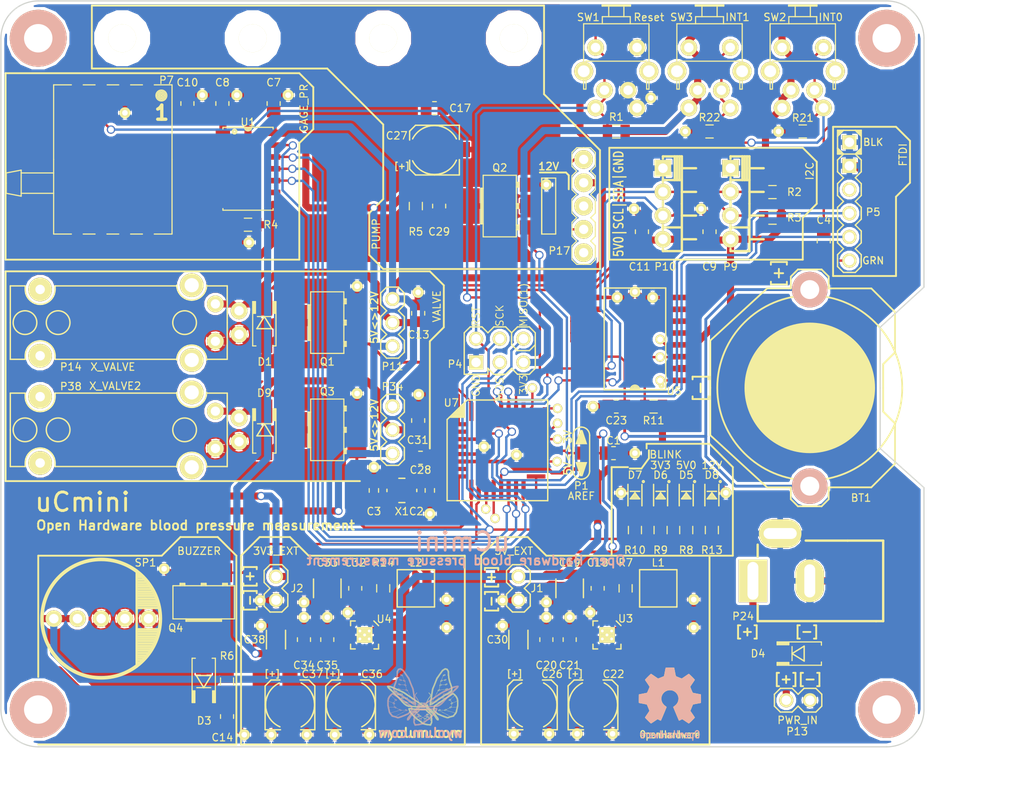
<source format=kicad_pcb>
(kicad_pcb (version 4) (host pcbnew "(2015-07-01 BZR 5850)-product")
  (title_block (title "TiNA - Controller for TiM") (company WyoLum) (comment 1 www.wyolum.com))
  (layers (0 F.Cu signal) (31 B.Cu signal) (34 B.Paste user) (35 F.Paste user) (36 B.SilkS user) (37 F.SilkS user) (38 B.Mask user) (39 F.Mask user) (44 Edge.Cuts user))
  (net 0 "")
  (net 1 +3.3V)
  (net 2 /AREF)
  (net 3 /Interface/+Vlv)
  (net 4 /Interface/+Vlv2)
  (net 5 /Interface/-Vlv)
  (net 6 /Interface/-Vlv2)
  (net 7 /Interface/12V)
  (net 8 /Interface/PC3_Pr1)
  (net 9 /Interface/PD4_Valve2)
  (net 10 /Interface/P_MISO)
  (net 11 /Interface/P_MOSI)
  (net 12 /Interface/P_SCK)
  (net 13 /Interface/P_SS)
  (net 14 /Interface/Pump)
  (net 15 /Interface/Spk)
  (net 16 /Interface/~PB1_Pump)
  (net 17 /Interface/~PD5_Valve)
  (net 18 /Interface/~PD6_Spk)
  (net 19 /Interface/~SS)
  (net 20 /PB0)
  (net 21 /PB6)
  (net 22 /PB7)
  (net 23 /PC0)
  (net 24 /PC1)
  (net 25 /PC6)
  (net 26 /PC7)
  (net 27 /PD2)
  (net 28 /PD7)
  (net 29 /pwr/PWR_IN)
  (net 30 /rtc/32k)
  (net 31 /rtc/BAT)
  (net 32 /rtc/RST)
  (net 33 /rtc/SQR)
  (net 34 /~PD3)
  (net 35 /~RTS)
  (net 36 GND)
  (net 37 /PC2)
  (net 38 /Interface/5V0)
  (net 39 /RESET)
  (net 40 "Net-(C21-Pad2)")
  (net 41 "Net-(C35-Pad2)")
  (net 42 "Net-(D5-Pad1)")
  (net 43 "Net-(D6-Pad1)")
  (net 44 "Net-(D7-Pad1)")
  (net 45 "Net-(D8-Pad1)")
  (net 46 "Net-(L1-Pad1)")
  (net 47 "Net-(L2-Pad1)")
  (net 48 /Interface/~MOSI)
  (net 49 /Interface/SCK)
  (net 50 /Interface/MISO)
  (net 51 /RXD)
  (net 52 /TXD)
  (net 53 /Interface/SCL)
  (net 54 /Interface/SDA)
  (net 55 "Net-(R7-Pad1)")
  (net 56 "Net-(R14-Pad1)")
  (net 57 /Interface/Pump_Ret)
  (module uCm:via_th (layer F.Cu) (at 67.8 78.3)
    (fp_text reference REF** hide)
    (fp_text value via01 hide)
    (pad 1 thru_hole circle (at 0 0) (size 1.2 1.2) (drill 0.6) (layers *.Cu *.Mask F.SilkS) (net 36 GND))
  )
  (module uCm:via_th (layer F.Cu) (at 77.2 79.6)
    (fp_text reference REF** hide)
    (fp_text value via01 hide)
    (pad 1 thru_hole circle (at 0 0) (size 1.2 1.2) (drill 0.6) (layers *.Cu *.Mask F.SilkS) (net 36 GND))
  )
  (module uCm:via_th (layer F.Cu) (at 75 80.1)
    (fp_text reference REF** hide)
    (fp_text value via01 hide)
    (pad 1 thru_hole circle (at 0 0) (size 1.2 1.2) (drill 0.6) (layers *.Cu *.Mask F.SilkS) (net 36 GND))
  )
  (module uCm:via_th (layer F.Cu) (at 72.5 78.5)
    (fp_text reference REF** hide)
    (fp_text value via01 hide)
    (pad 1 thru_hole circle (at 0 0) (size 1.2 1.2) (drill 0.6) (layers *.Cu *.Mask F.SilkS) (net 36 GND))
  )
  (module uCm:via_th (layer F.Cu) (at 72.5 80.1)
    (fp_text reference REF** hide)
    (fp_text value via01 hide)
    (pad 1 thru_hole circle (at 0 0) (size 1.2 1.2) (drill 0.6) (layers *.Cu *.Mask F.SilkS) (net 36 GND))
  )
  (module uCm:via_th (layer F.Cu) (at 67.8 81)
    (fp_text reference REF** hide)
    (fp_text value via01 hide)
    (pad 1 thru_hole circle (at 0 0) (size 1.2 1.2) (drill 0.6) (layers *.Cu *.Mask F.SilkS) (net 36 GND))
  )
  (module uCm:via_th (layer F.Cu) (at 75.8 92.6)
    (fp_text reference REF** hide)
    (fp_text value via01 hide)
    (pad 1 thru_hole circle (at 0 0) (size 1.2 1.2) (drill 0.6) (layers *.Cu *.Mask F.SilkS) (net 36 GND))
  )
  (module uCm:via_th (layer F.Cu) (at 72.8 92.6)
    (fp_text reference REF** hide)
    (fp_text value via01 hide)
    (pad 1 thru_hole circle (at 0 0) (size 1.2 1.2) (drill 0.6) (layers *.Cu *.Mask F.SilkS) (net 36 GND))
  )
  (module uCm:via_th (layer F.Cu) (at 49.8 92.7)
    (fp_text reference REF** hide)
    (fp_text value via01 hide)
    (pad 1 thru_hole circle (at 0 0) (size 1.2 1.2) (drill 0.6) (layers *.Cu *.Mask F.SilkS) (net 36 GND))
  )
  (module uCm:via_th (layer F.Cu) (at 46.8 92.7)
    (fp_text reference REF** hide)
    (fp_text value via01 hide)
    (pad 1 thru_hole circle (at 0 0) (size 1.2 1.2) (drill 0.6) (layers *.Cu *.Mask F.SilkS) (net 36 GND))
  )
  (module uCm:via_th (layer F.Cu) (at 51.2 79.6)
    (fp_text reference REF** hide)
    (fp_text value via01 hide)
    (pad 1 thru_hole circle (at 0 0) (size 1.2 1.2) (drill 0.6) (layers *.Cu *.Mask F.SilkS) (net 36 GND))
  )
  (module uCm:via_th (layer F.Cu) (at 41.9 81)
    (fp_text reference REF** hide)
    (fp_text value via01 hide)
    (pad 1 thru_hole circle (at 0 0) (size 1.2 1.2) (drill 0.6) (layers *.Cu *.Mask F.SilkS) (net 36 GND))
  )
  (module uCm:via_th (layer F.Cu) (at 49 80.1)
    (fp_text reference REF** hide)
    (fp_text value via01 hide)
    (pad 1 thru_hole circle (at 0 0) (size 1.2 1.2) (drill 0.6) (layers *.Cu *.Mask F.SilkS) (net 36 GND))
  )
  (module uCm:via_th (layer F.Cu) (at 46.5 78.5)
    (fp_text reference REF** hide)
    (fp_text value via01 hide)
    (pad 1 thru_hole circle (at 0 0) (size 1.2 1.2) (drill 0.6) (layers *.Cu *.Mask F.SilkS) (net 36 GND))
  )
  (module uCm:via_th (layer F.Cu) (at 46.5 80.1)
    (fp_text reference REF** hide)
    (fp_text value via01 hide)
    (pad 1 thru_hole circle (at 0 0) (size 1.2 1.2) (drill 0.6) (layers *.Cu *.Mask F.SilkS) (net 36 GND))
  )
  (module uCm:via_th (layer F.Cu) (at 88.3 78.2)
    (fp_text reference REF** hide)
    (fp_text value via01 hide)
    (pad 1 thru_hole circle (at 0 0) (size 1.2 1.2) (drill 0.6) (layers *.Cu *.Mask F.SilkS) (net 36 GND))
  )
  (module uCm:via_th (layer F.Cu) (at 88.3 81.2)
    (fp_text reference REF** hide)
    (fp_text value via01 hide)
    (pad 1 thru_hole circle (at 0 0) (size 1.2 1.2) (drill 0.6) (layers *.Cu *.Mask F.SilkS) (net 36 GND))
  )
  (module uCm:via_th (layer F.Cu) (at 61.8 81.2)
    (fp_text reference REF** hide)
    (fp_text value via01 hide)
    (pad 1 thru_hole circle (at 0 0) (size 1.2 1.2) (drill 0.6) (layers *.Cu *.Mask F.SilkS) (net 36 GND))
  )
  (module uCm:via_th (layer F.Cu) (at 61.8 78.2)
    (fp_text reference REF** hide)
    (fp_text value via01 hide)
    (pad 1 thru_hole circle (at 0 0) (size 1.2 1.2) (drill 0.6) (layers *.Cu *.Mask F.SilkS) (net 36 GND))
  )
  (module uCm:via_th (layer F.Cu) (at 31.5 74.9)
    (fp_text reference REF** hide)
    (fp_text value via01 hide)
    (pad 1 thru_hole circle (at 0 0) (size 1.2 1.2) (drill 0.6) (layers *.Cu *.Mask F.SilkS) (net 36 GND))
  )
  (module uCm:via_th (layer F.Cu) (at 58.75 45.25)
    (fp_text reference REF** hide)
    (fp_text value via01 hide)
    (pad 1 thru_hole circle (at 0 0) (size 1.2 1.2) (drill 0.6) (layers *.Cu *.Mask F.SilkS) (net 36 GND))
  )
  (module uCm:via_th (layer F.Cu) (at 77.5 57.5)
    (fp_text reference REF** hide)
    (fp_text value via01 hide)
    (pad 1 thru_hole circle (at 0 0) (size 1.2 1.2) (drill 0.6) (layers *.Cu *.Mask F.SilkS) (net 36 GND))
  )
  (module uCm:via_th (layer F.Cu) (at 80.5 66.75)
    (fp_text reference REF** hide)
    (fp_text value via01 hide)
    (pad 1 thru_hole circle (at 0 0) (size 1.2 1.2) (drill 0.6) (layers *.Cu *.Mask F.SilkS) (net 36 GND))
  )
  (module uCm:via_th (layer F.Cu) (at 91.75 66.75)
    (fp_text reference REF** hide)
    (fp_text value via01 hide)
    (pad 1 thru_hole circle (at 0 0) (size 1.2 1.2) (drill 0.6) (layers *.Cu *.Mask F.SilkS) (net 36 GND))
  )
  (module uCm:via_th (layer F.Cu) (at 82 45.2)
    (fp_text reference REF** hide)
    (fp_text value via01 hide)
    (pad 1 thru_hole circle (at 0 0) (size 1.2 1.2) (drill 0.6) (layers *.Cu *.Mask F.SilkS) (net 36 GND))
  )
  (module uCm:via_th (layer F.Cu) (at 83.9 45.8)
    (fp_text reference REF** hide)
    (fp_text value via01 hide)
    (pad 1 thru_hole circle (at 0 0) (size 1.2 1.2) (drill 0.6) (layers *.Cu *.Mask F.SilkS) (net 36 GND))
  )
  (module uCm:via_th (layer F.Cu) (at 80.1 45.8)
    (fp_text reference REF** hide)
    (fp_text value via01 hide)
    (pad 1 thru_hole circle (at 0 0) (size 1.2 1.2) (drill 0.6) (layers *.Cu *.Mask F.SilkS) (net 36 GND))
  )
  (module uCm:via_th (layer F.Cu) (at 60 69)
    (fp_text reference REF** hide)
    (fp_text value via01 hide)
    (pad 1 thru_hole circle (at 0 0) (size 1.2 1.2) (drill 0.6) (layers *.Cu *.Mask F.SilkS) (net 36 GND))
  )
  (module uCm:via_th (layer F.Cu) (at 72.5 33.7)
    (fp_text reference REF** hide)
    (fp_text value via01 hide)
    (pad 1 thru_hole circle (at 0 0) (size 1.2 1.2) (drill 0.6) (layers *.Cu *.Mask F.SilkS) (net 36 GND))
  )
  (module uCm:via_th (layer F.Cu) (at 89.1 36.3)
    (fp_text reference REF** hide)
    (fp_text value via01 hide)
    (pad 1 thru_hole circle (at 0 0) (size 1.2 1.2) (drill 0.6) (layers *.Cu *.Mask F.SilkS) (net 36 GND))
  )
  (module uCm:via_th (layer F.Cu) (at 81.9 36.3)
    (fp_text reference REF** hide)
    (fp_text value via01 hide)
    (pad 1 thru_hole circle (at 0 0) (size 1.2 1.2) (drill 0.6) (layers *.Cu *.Mask F.SilkS) (net 36 GND))
  )
  (module uCm:via_th (layer F.Cu) (at 97.4 28)
    (fp_text reference REF** hide)
    (fp_text value via01 hide)
    (pad 1 thru_hole circle (at 0 0) (size 1.2 1.2) (drill 0.6) (layers *.Cu *.Mask F.SilkS) (net 36 GND))
  )
  (module uCm:via_th (layer F.Cu) (at 87.4 28)
    (fp_text reference REF** hide)
    (fp_text value via01 hide)
    (pad 1 thru_hole circle (at 0 0) (size 1.2 1.2) (drill 0.6) (layers *.Cu *.Mask F.SilkS) (net 36 GND))
  )
  (module uCm:via_th (layer F.Cu) (at 83.7 24.4)
    (fp_text reference REF** hide)
    (fp_text value via01 hide)
    (pad 1 thru_hole circle (at 0 0) (size 1.2 1.2) (drill 0.6) (layers *.Cu *.Mask F.SilkS) (net 36 GND))
  )
  (module uCm:via_th (layer F.Cu) (at 52.2 44.6)
    (fp_text reference REF** hide)
    (fp_text value via01 hide)
    (pad 1 thru_hole circle (at 0 0) (size 1.2 1.2) (drill 0.6) (layers *.Cu *.Mask F.SilkS) (net 36 GND))
  )
  (module uCm:via_th (layer F.Cu) (at 52.2 56.1)
    (fp_text reference REF** hide)
    (fp_text value via01 hide)
    (pad 1 thru_hole circle (at 0 0) (size 1.2 1.2) (drill 0.6) (layers *.Cu *.Mask F.SilkS) (net 36 GND))
  )
  (module uCm:via_th (layer F.Cu) (at 53.5 92.7)
    (fp_text reference REF** hide)
    (fp_text value via01 hide)
    (pad 1 thru_hole circle (at 0 0) (size 1.2 1.2) (drill 0.6) (layers *.Cu *.Mask F.SilkS) (net 36 GND))
  )
  (module uCm:via_th (layer F.Cu) (at 79.6 92.6)
    (fp_text reference REF** hide)
    (fp_text value via01 hide)
    (pad 1 thru_hole circle (at 0 0) (size 1.2 1.2) (drill 0.6) (layers *.Cu *.Mask F.SilkS) (net 36 GND))
  )
  (module uCm:via_th (layer F.Cu) (at 69 92.6)
    (fp_text reference REF** hide)
    (fp_text value via01 hide)
    (pad 1 thru_hole circle (at 0 0) (size 1.2 1.2) (drill 0.6) (layers *.Cu *.Mask F.SilkS) (net 36 GND))
  )
  (module uCm:via_th (layer F.Cu) (at 41.8 78.3)
    (fp_text reference REF** hide)
    (fp_text value via01 hide)
    (pad 1 thru_hole circle (at 0 0) (size 1.2 1.2) (drill 0.6) (layers *.Cu *.Mask F.SilkS) (net 36 GND))
  )
  (module uCm:via_th (layer F.Cu) (at 82 62.5)
    (fp_text reference REF** hide)
    (fp_text value via01 hide)
    (pad 1 thru_hole circle (at 0 0) (size 1.2 1.2) (drill 0.6) (layers *.Cu *.Mask F.SilkS) (net 36 GND))
  )
  (module uCm:via_th (layer F.Cu) (at 69.3 62.7)
    (fp_text reference REF** hide)
    (fp_text value via01 hide)
    (pad 1 thru_hole circle (at 0 0) (size 1.2 1.2) (drill 0.6) (layers *.Cu *.Mask F.SilkS) (net 36 GND))
  )
  (module uCm:via_th (layer F.Cu) (at 43 92.7)
    (fp_text reference REF** hide)
    (fp_text value via01 hide)
    (pad 1 thru_hole circle (at 0 0) (size 1.2 1.2) (drill 0.6) (layers *.Cu *.Mask F.SilkS) (net 36 GND))
  )
  (module uCm:via_th (layer F.Cu) (at 40.1 92.7)
    (fp_text reference REF** hide)
    (fp_text value via01 hide)
    (pad 1 thru_hole circle (at 0 0) (size 1.2 1.2) (drill 0.6) (layers *.Cu *.Mask F.SilkS) (net 36 GND))
  )
  (module uCm:via_th (layer F.Cu) (at 54 64)
    (fp_text reference REF** hide)
    (fp_text value via01 hide)
    (pad 1 thru_hole circle (at 0 0) (size 1.2 1.2) (drill 0.6) (layers *.Cu *.Mask F.SilkS) (net 36 GND))
  )
  (module uCm:via_th (layer F.Cu) (at 65.8 61.8)
    (fp_text reference REF** hide)
    (fp_text value via01 hide)
    (pad 1 thru_hole circle (at 0 0) (size 1.2 1.2) (drill 0.6) (layers *.Cu *.Mask F.SilkS) (net 36 GND))
  )
  (module uCm:via_th (layer F.Cu) (at 40.6 39.9)
    (fp_text reference REF** hide)
    (fp_text value via01 hide)
    (pad 1 thru_hole circle (at 0 0) (size 1.2 1.2) (drill 0.6) (layers *.Cu *.Mask F.SilkS) (net 36 GND))
  )
  (module uCm:via_th (layer F.Cu) (at 44.8 24.1)
    (fp_text reference REF** hide)
    (fp_text value via01 hide)
    (pad 1 thru_hole circle (at 0 0) (size 1.2 1.2) (drill 0.6) (layers *.Cu *.Mask F.SilkS) (net 36 GND))
  )
  (module uCm:via_th (layer F.Cu) (at 35.6 24.1)
    (fp_text reference REF** hide)
    (fp_text value via01 hide)
    (pad 1 thru_hole circle (at 0 0) (size 1.2 1.2) (drill 0.6) (layers *.Cu *.Mask F.SilkS) (net 36 GND))
  )
  (module uCm:via_th (layer F.Cu) (at 27.3 26)
    (fp_text reference REF** hide)
    (fp_text value via01 hide)
    (pad 1 thru_hole circle (at 0 0) (size 1.2 1.2) (drill 0.6) (layers *.Cu *.Mask F.SilkS) (net 36 GND))
  )
  (module uCm:via_th (layer F.Cu) (at 39.3 24.1)
    (fp_text reference REF** hide)
    (fp_text value via01 hide)
    (pad 1 thru_hole circle (at 0 0) (size 1.2 1.2) (drill 0.6) (layers *.Cu *.Mask F.SilkS) (net 36 GND))
  )
  (module uCm:I_O (layer F.Cu) (at 71 55.5)
    (fp_text reference B7 hide)
    (fp_text value PC1 hide)
    (pad 1 thru_hole circle (at 0 0) (size 1.016 1.016) (drill 0.635) (layers *.Cu *.Mask F.SilkS) (net 37 /PC2))
  )
  (module uCm:I_O (layer F.Cu) (at 84.7 52.2 90)
    (fp_text reference B1 hide)
    (fp_text value I_O hide)
    (pad 1 thru_hole circle (at 0 0 90) (size 1.016 1.016) (drill 0.635) (layers *.Cu *.Mask F.SilkS) (net 33 /rtc/SQR))
  )
  (module uCm:I_O (layer F.Cu) (at 84.7 50.3 90)
    (fp_text reference B2 hide)
    (fp_text value I_O hide)
    (pad 1 thru_hole circle (at 0 0 90) (size 1.016 1.016) (drill 0.635) (layers *.Cu *.Mask F.SilkS) (net 32 /rtc/RST))
  )
  (module uCm:I_O (layer F.Cu) (at 84.7 54.7 90)
    (fp_text reference B3 hide)
    (fp_text value I_O hide)
    (pad 1 thru_hole circle (at 0 0 90) (size 1.016 1.016) (drill 0.635) (layers *.Cu *.Mask F.SilkS) (net 30 /rtc/32k))
  )
  (module uCm:I_O (layer F.Cu) (at 66 68.5)
    (fp_text reference B4 hide)
    (fp_text value PB0 hide)
    (pad 1 thru_hole circle (at 0 0) (size 1.016 1.016) (drill 0.635) (layers *.Cu *.Mask F.SilkS) (net 28 /PD7))
  )
  (module uCm:I_O (layer F.Cu) (at 73.7 59.3)
    (fp_text reference B8 hide)
    (fp_text value PC0 hide)
    (pad 1 thru_hole circle (at 0 0) (size 1.016 1.016) (drill 0.635) (layers *.Cu *.Mask F.SilkS) (net 23 /PC0))
  )
  (module uCm:I_O (layer F.Cu) (at 73.7 57.7)
    (fp_text reference B9 hide)
    (fp_text value PC1 hide)
    (pad 1 thru_hole circle (at 0 0) (size 1.016 1.016) (drill 0.635) (layers *.Cu *.Mask F.SilkS) (net 24 /PC1))
  )
  (module uCm:I_O (layer F.Cu) (at 73.65 63.4)
    (fp_text reference B10 hide)
    (fp_text value PC6 hide)
    (pad 1 thru_hole circle (at 0 0) (size 1.016 1.016) (drill 0.635) (layers *.Cu *.Mask F.SilkS) (net 25 /PC6))
  )
  (module uCm:I_O (layer F.Cu) (at 73.7 61)
    (fp_text reference B11 hide)
    (fp_text value PC7 hide)
    (pad 1 thru_hole circle (at 0 0) (size 1.016 1.016) (drill 0.635) (layers *.Cu *.Mask F.SilkS) (net 26 /PC7))
  )
  (module uCm:I_O (layer F.Cu) (at 67 69.5)
    (fp_text reference B12 hide)
    (fp_text value PB0 hide)
    (pad 1 thru_hole circle (at 0 0) (size 1.016 1.016) (drill 0.635) (layers *.Cu *.Mask F.SilkS) (net 20 /PB0))
  )
  (module uCm:CR2032 (layer F.Cu) (at 100.75 55.5 270)
    (fp_text reference BT1 (at 11.8 -5.5 360) (layer F.SilkS) (effects (font (size 0.8 0.8) (thickness 0.12))))
    (fp_text value BATT_HOLDER hide)
    (fp_text user [-] (at 0 11.8 270) (layer F.SilkS) (effects (font (size 1.2 1.2) (thickness 0.2))))
    (fp_text user [+] (at -12.3 3.4 270) (layer F.SilkS) (effects (font (size 1.2 1.2) (thickness 0.2))))
    (pad + thru_hole circle (at -10.541 0 270) (size 3.81 3.81) (drill 2.032) (layers B.Cu B.Adhes B.Paste B.SilkS B.Mask) (net 31 /rtc/BAT))
    (pad + thru_hole circle (at 10.541 0 270) (size 3.81 3.81) (drill 2.032) (layers B.Cu B.Adhes B.Paste B.SilkS B.Mask) (net 31 /rtc/BAT))
    (pad - smd circle (at 0 0 270) (size 14 14) (layers F.Cu F.Adhes F.Paste F.SilkS F.Mask) (net 36 GND))
  )
  (module uCm:C_1210 (layer F.Cu) (at 75 77 270)
    (fp_text reference C19 (at -2.75 0 360) (layer F.SilkS) (effects (font (size 0.8 0.8) (thickness 0.12))))
    (fp_text value "22uF X7R" hide)
    (pad 1 smd rect (at -1.5 0 270) (size 1 2.5) (layers F.Cu F.Paste F.Mask) (net 38 /Interface/5V0))
    (pad 2 smd rect (at 1.5 0 270) (size 1 2.5) (layers F.Cu F.Paste F.Mask) (net 36 GND))
  )
  (module uCm:C_ELCO_SMD (layer F.Cu) (at 77.5 89.5 180)
    (fp_text reference C22 (at -2.2 3.3 180) (layer F.SilkS) (effects (font (size 0.8 0.8) (thickness 0.12))))
    (fp_text value 100uF hide)
    (fp_text user [+] (at 1.905 3.3655 180) (layer F.SilkS) (effects (font (size 0.635 0.635) (thickness 0.127))))
    (pad 1 smd rect (at 0 2.286 180) (size 1.6256 3.048) (layers F.Cu F.Paste F.Mask) (net 7 /Interface/12V))
    (pad 2 smd rect (at -0.0635 -2.286 180) (size 1.6256 3.048) (layers F.Cu F.Paste F.Mask) (net 36 GND))
  )
  (module uCm:C_ELCO_SMD (layer F.Cu) (at 71 89.5 180)
    (fp_text reference C26 (at -2.1 3.3 180) (layer F.SilkS) (effects (font (size 0.8 0.8) (thickness 0.12))))
    (fp_text value 100uF hide)
    (fp_text user [+] (at 1.905 3.3655 180) (layer F.SilkS) (effects (font (size 0.635 0.635) (thickness 0.127))))
    (pad 1 smd rect (at 0 2.286 180) (size 1.6256 3.048) (layers F.Cu F.Paste F.Mask) (net 7 /Interface/12V))
    (pad 2 smd rect (at -0.0635 -2.286 180) (size 1.6256 3.048) (layers F.Cu F.Paste F.Mask) (net 36 GND))
  )
  (module uCm:C_ELCO_SMD (layer F.Cu) (at 60.5 30 270)
    (fp_text reference C27 (at -1.55 4.05 360) (layer F.SilkS) (effects (font (size 0.8 0.8) (thickness 0.12))))
    (fp_text value 100uF hide)
    (fp_text user [+] (at 1.7 3.5 360) (layer F.SilkS) (effects (font (size 0.635 0.635) (thickness 0.127))))
    (pad 1 smd rect (at 0 2.286 270) (size 1.6256 3.048) (layers F.Cu F.Paste F.Mask) (net 7 /Interface/12V))
    (pad 2 smd rect (at -0.0635 -2.286 270) (size 1.6256 3.048) (layers F.Cu F.Paste F.Mask) (net 57 /Interface/Pump_Ret))
  )
  (module uCm:C_1206 (layer F.Cu) (at 69.5 82.5 90)
    (fp_text reference C30 (at 0 -2.25 180) (layer F.SilkS) (effects (font (size 0.8 0.8) (thickness 0.12))))
    (fp_text value "10uF X7R" hide)
    (pad 1 smd rect (at -1.5 0 90) (size 1 1.6) (layers F.Cu F.Paste F.Mask) (net 7 /Interface/12V))
    (pad 2 smd rect (at 1.5 0 90) (size 1 1.6) (layers F.Cu F.Paste F.Mask) (net 36 GND))
  )
  (module uCm:C_1210 (layer F.Cu) (at 49 77 270)
    (fp_text reference C33 (at -2.75 0 360) (layer F.SilkS) (effects (font (size 0.8 0.8) (thickness 0.12))))
    (fp_text value "22uF X7R" hide)
    (pad 1 smd rect (at -1.5 0 270) (size 1 2.5) (layers F.Cu F.Paste F.Mask) (net 1 +3.3V))
    (pad 2 smd rect (at 1.5 0 270) (size 1 2.5) (layers F.Cu F.Paste F.Mask) (net 36 GND))
  )
  (module uCm:C_ELCO_SMD (layer F.Cu) (at 51.5 89.5 180)
    (fp_text reference C36 (at -2.3 3.3 180) (layer F.SilkS) (effects (font (size 0.8 0.8) (thickness 0.12))))
    (fp_text value 100uF hide)
    (fp_text user [+] (at 1.905 3.3655 180) (layer F.SilkS) (effects (font (size 0.635 0.635) (thickness 0.127))))
    (pad 1 smd rect (at 0 2.286 180) (size 1.6256 3.048) (layers F.Cu F.Paste F.Mask) (net 7 /Interface/12V))
    (pad 2 smd rect (at -0.0635 -2.286 180) (size 1.6256 3.048) (layers F.Cu F.Paste F.Mask) (net 36 GND))
  )
  (module uCm:C_ELCO_SMD (layer F.Cu) (at 45 89.5 180)
    (fp_text reference C37 (at -2.4 3.3 180) (layer F.SilkS) (effects (font (size 0.8 0.8) (thickness 0.12))))
    (fp_text value 100uF hide)
    (fp_text user [+] (at 1.905 3.3655 180) (layer F.SilkS) (effects (font (size 0.635 0.635) (thickness 0.127))))
    (pad 1 smd rect (at 0 2.286 180) (size 1.6256 3.048) (layers F.Cu F.Paste F.Mask) (net 7 /Interface/12V))
    (pad 2 smd rect (at -0.0635 -2.286 180) (size 1.6256 3.048) (layers F.Cu F.Paste F.Mask) (net 36 GND))
  )
  (module uCm:C_1206 (layer F.Cu) (at 43.5 82.5 90)
    (fp_text reference C38 (at 0 -2.3 180) (layer F.SilkS) (effects (font (size 0.8 0.8) (thickness 0.12))))
    (fp_text value "10uF X7R" hide)
    (pad 1 smd rect (at -1.5 0 90) (size 1 1.6) (layers F.Cu F.Paste F.Mask) (net 7 /Interface/12V))
    (pad 2 smd rect (at 1.5 0 90) (size 1 1.6) (layers F.Cu F.Paste F.Mask) (net 36 GND))
  )
  (module uCm:diode-DO214AC (layer F.Cu) (at 42.25 48.5 90)
    (fp_text reference D1 (at -4.2 0.05 180) (layer F.SilkS) (effects (font (size 0.8 0.8) (thickness 0.12))))
    (fp_text value S1D-13-F hide)
    (pad 2 smd rect (at 2 0 90) (size 2.5 1.7) (layers F.Cu F.Paste F.Mask) (net 3 /Interface/+Vlv))
    (pad 1 smd rect (at -2 0 90) (size 2.5 1.7) (layers F.Cu F.Paste F.Mask) (net 5 /Interface/-Vlv))
  )
  (module uCm:diode-DO214AC (layer F.Cu) (at 35.75 87 270)
    (fp_text reference D3 (at 4.2 -0.05 360) (layer F.SilkS) (effects (font (size 0.8 0.8) (thickness 0.12))))
    (fp_text value S1D-13-F hide)
    (pad 2 smd rect (at 2 0 270) (size 2.5 1.7) (layers F.Cu F.Paste F.Mask) (net 38 /Interface/5V0))
    (pad 1 smd rect (at -2 0 270) (size 2.5 1.7) (layers F.Cu F.Paste F.Mask) (net 15 /Interface/Spk))
  )
  (module uCm:diode-DO214AC (layer F.Cu) (at 99.5 84 180)
    (fp_text reference D4 (at 4.3 0 360) (layer F.SilkS) (effects (font (size 0.8 0.8) (thickness 0.12))))
    (fp_text value S1D-13-F hide)
    (pad 2 smd rect (at 2 0 180) (size 2.5 1.7) (layers F.Cu F.Paste F.Mask) (net 7 /Interface/12V))
    (pad 1 smd rect (at -2 0 180) (size 2.5 1.7) (layers F.Cu F.Paste F.Mask) (net 29 /pwr/PWR_IN))
  )
  (module uCm:led_0805 (layer F.Cu) (at 87.5 67 270)
    (fp_text reference D5 (at -2.15 0 360) (layer F.SilkS) (effects (font (size 0.8 0.8) (thickness 0.12))))
    (fp_text value 5V0 (at -3.2 0 360) (layer F.SilkS) (effects (font (size 0.8 0.8) (thickness 0.12))))
    (pad 1 smd rect (at 1.016 0 270) (size 1.016 1.27) (layers F.Cu F.Paste F.Mask) (net 42 "Net-(D5-Pad1)"))
    (pad 2 smd rect (at -1.016 0 270) (size 1.016 1.27) (layers F.Cu F.Paste F.Mask) (net 36 GND))
  )
  (module uCm:led_0805 (layer F.Cu) (at 84.75 67 270)
    (fp_text reference D6 (at -2.15 0 360) (layer F.SilkS) (effects (font (size 0.8 0.8) (thickness 0.12))))
    (fp_text value 3V3 (at -3.2 0 360) (layer F.SilkS) (effects (font (size 0.8 0.8) (thickness 0.12))))
    (pad 1 smd rect (at 1.016 0 270) (size 1.016 1.27) (layers F.Cu F.Paste F.Mask) (net 43 "Net-(D6-Pad1)"))
    (pad 2 smd rect (at -1.016 0 270) (size 1.016 1.27) (layers F.Cu F.Paste F.Mask) (net 36 GND))
  )
  (module uCm:led_0805 (layer F.Cu) (at 82 67 270)
    (fp_text reference D7 (at -2.15 0 360) (layer F.SilkS) (effects (font (size 0.8 0.8) (thickness 0.12))))
    (fp_text value BLINK (at -4.35 -3.3 360) (layer F.SilkS) (effects (font (size 0.8 0.8) (thickness 0.12))))
    (pad 1 smd rect (at 1.016 0 270) (size 1.016 1.27) (layers F.Cu F.Paste F.Mask) (net 44 "Net-(D7-Pad1)"))
    (pad 2 smd rect (at -1.016 0 270) (size 1.016 1.27) (layers F.Cu F.Paste F.Mask) (net 36 GND))
  )
  (module uCm:led_0805 (layer F.Cu) (at 90.25 67 270)
    (fp_text reference D8 (at -2.15 0 360) (layer F.SilkS) (effects (font (size 0.8 0.8) (thickness 0.12))))
    (fp_text value 12V (at -3.2 0 360) (layer F.SilkS) (effects (font (size 0.8 0.8) (thickness 0.12))))
    (pad 1 smd rect (at 1.016 0 270) (size 1.016 1.27) (layers F.Cu F.Paste F.Mask) (net 45 "Net-(D8-Pad1)"))
    (pad 2 smd rect (at -1.016 0 270) (size 1.016 1.27) (layers F.Cu F.Paste F.Mask) (net 36 GND))
  )
  (module uCm:diode-DO214AC (layer F.Cu) (at 42.25 60 90)
    (fp_text reference D9 (at 3.95 0 180) (layer F.SilkS) (effects (font (size 0.8 0.8) (thickness 0.12))))
    (fp_text value S1D-13-F hide)
    (pad 2 smd rect (at 2 0 90) (size 2.5 1.7) (layers F.Cu F.Paste F.Mask) (net 4 /Interface/+Vlv2))
    (pad 1 smd rect (at -2 0 90) (size 2.5 1.7) (layers F.Cu F.Paste F.Mask) (net 6 /Interface/-Vlv2))
  )
  (module uCm:Header_2 (layer F.Cu) (at 69.5 77 270)
    (fp_text reference J1 (at 0 -2 360) (layer F.SilkS) (effects (font (size 0.8 0.8) (thickness 0.12))))
    (fp_text value 5V_EXT (at -4 0.5 360) (layer F.SilkS) (effects (font (size 0.8 0.8) (thickness 0.12))))
    (pad 1 thru_hole circle (at -1.27 0 270) (size 1.524 1.524) (drill 1.016) (layers *.Cu *.Mask F.SilkS) (net 38 /Interface/5V0))
    (pad 2 thru_hole circle (at 1.27 0 270) (size 1.524 1.524) (drill 1.016) (layers *.Cu *.Mask F.SilkS) (net 36 GND))
  )
  (module uCm:Header_2 (layer F.Cu) (at 43.5 77 270)
    (fp_text reference J2 (at 0 -2.25 360) (layer F.SilkS) (effects (font (size 0.8 0.8) (thickness 0.12))))
    (fp_text value 3V3_EXT (at -4 0 360) (layer F.SilkS) (effects (font (size 0.8 0.8) (thickness 0.12))))
    (pad 1 thru_hole circle (at -1.27 0 270) (size 1.524 1.524) (drill 1.016) (layers *.Cu *.Mask F.SilkS) (net 1 +3.3V))
    (pad 2 thru_hole circle (at 1.27 0 270) (size 1.524 1.524) (drill 1.016) (layers *.Cu *.Mask F.SilkS) (net 36 GND))
  )
  (module uCm:Inductor_SMD3 (layer F.Cu) (at 84.5 77)
    (fp_text reference L1 (at 0 -2.75) (layer F.SilkS) (effects (font (size 0.8 0.8) (thickness 0.12))))
    (fp_text value 2u2H,3.0A hide)
    (pad 1 smd rect (at -1.19 0) (size 0.98 3.4) (layers F.Cu F.Paste F.Mask) (net 46 "Net-(L1-Pad1)"))
    (pad 2 smd rect (at 1.19 0) (size 0.98 3.4) (layers F.Cu F.Paste F.Mask) (net 38 /Interface/5V0))
  )
  (module uCm:Inductor_SMD3 (layer F.Cu) (at 58.5 77)
    (fp_text reference L2 (at 0 -2.75) (layer F.SilkS) (effects (font (size 0.8 0.8) (thickness 0.12))))
    (fp_text value 2u2H,3.0A hide)
    (pad 1 smd rect (at -1.19 0) (size 0.98 3.4) (layers F.Cu F.Paste F.Mask) (net 47 "Net-(L2-Pad1)"))
    (pad 2 smd rect (at 1.19 0) (size 0.98 3.4) (layers F.Cu F.Paste F.Mask) (net 1 +3.3V))
  )
  (module uCm:ShortLink2 (layer F.Cu) (at 76.25 62.5 270)
    (fp_text reference P1 (at 3.5 0 360) (layer F.SilkS) (effects (font (size 0.8 0.8) (thickness 0.12))))
    (fp_text value AREF (at 4.6 0 360) (layer F.SilkS) (effects (font (size 0.8 0.8) (thickness 0.12))))
    (pad 1 smd trapezoid (at -1.7145 0 270) (size 1.524 0.762) (rect_delta -0.508 0) (layers F.Cu F.Paste F.SilkS F.Mask) (net 1 +3.3V) (clearance 0.1))
    (pad 3 smd trapezoid (at 1.7145 0 270) (size 1.524 0.762) (rect_delta 0.508 0) (layers F.Cu F.Paste F.SilkS F.Mask) (net 38 /Interface/5V0) (clearance 0.1))
    (pad 2 smd rect (at 0 0 270) (size 1.4 1.4) (layers F.Cu F.Paste F.Mask) (net 2 /AREF) (clearance 0.1))
  )
  (module uCm:Header_ISP (layer F.Cu) (at 67.5 51.5)
    (fp_text reference P4 (at -4.8 1.45 180) (layer F.SilkS) (effects (font (size 0.8 0.8) (thickness 0.12))))
    (fp_text value ICSP hide)
    (fp_text user 3V3 (at 2.55 3.65 90) (layer F.SilkS) (effects (font (size 0.8 0.8) (thickness 0.1))))
    (fp_text user MOSI (at 0 3.9 90) (layer F.SilkS) (effects (font (size 0.8 0.8) (thickness 0.1))))
    (fp_text user GND (at -2.55 3.75 90) (layer F.SilkS) (effects (font (size 0.8 0.8) (thickness 0.1))))
    (fp_text user "MISO(1)" (at 2.55 -4.9 90) (layer F.SilkS) (effects (font (size 0.8 0.8) (thickness 0.1))))
    (fp_text user SCK (at 0 -3.75 90) (layer F.SilkS) (effects (font (size 0.8 0.8) (thickness 0.1))))
    (fp_text user RST (at -2.55 -3.65 90) (layer F.SilkS) (effects (font (size 0.8 0.8) (thickness 0.1))))
    (pad 6 thru_hole rect (at -2.54 1.27) (size 1.524 1.524) (drill 1.016) (layers *.Cu *.Mask F.SilkS) (net 36 GND))
    (pad 5 thru_hole circle (at -2.54 -1.27) (size 1.524 1.524) (drill 1.016) (layers *.Cu *.Mask F.SilkS) (net 39 /RESET))
    (pad 4 thru_hole circle (at 0 1.27) (size 1.524 1.524) (drill 1.016) (layers *.Cu *.Mask F.SilkS) (net 48 /Interface/~MOSI))
    (pad 3 thru_hole circle (at 0 -1.27) (size 1.524 1.524) (drill 1.016) (layers *.Cu *.Mask F.SilkS) (net 49 /Interface/SCK))
    (pad 2 thru_hole circle (at 2.54 1.27) (size 1.524 1.524) (drill 1.016) (layers *.Cu *.Mask F.SilkS) (net 38 /Interface/5V0))
    (pad 1 thru_hole circle (at 2.54 -1.27) (size 1.524 1.524) (drill 1.016) (layers *.Cu *.Mask F.SilkS) (net 50 /Interface/MISO))
  )
  (module uCm:Header_FTDI (layer F.Cu) (at 105 35.5 270)
    (fp_text reference P5 (at 1.15 -2.55 360) (layer F.SilkS) (effects (font (size 0.8 0.8) (thickness 0.12))))
    (fp_text value FTDI (at -5 -5.75 450) (layer F.SilkS) (effects (font (size 0.8 0.8) (thickness 0.12))))
    (fp_text user GRN (at 6.35 -2.55 360) (layer F.SilkS) (effects (font (size 0.762 0.762) (thickness 0.127))))
    (fp_text user BLK (at -6.35 -2.55 360) (layer F.SilkS) (effects (font (size 0.762 0.762) (thickness 0.127))))
    (pad 1 thru_hole rect (at -6.35 0 270) (size 1.524 1.524) (drill 1.016) (layers *.Cu *.Mask F.SilkS) (net 36 GND))
    (pad 2 thru_hole rect (at -3.81 0 270) (size 1.524 1.524) (drill 1.016) (layers *.Cu *.Mask F.SilkS) (net 36 GND))
    (pad 3 thru_hole circle (at -1.27 0 270) (size 1.524 1.524) (drill 1.016) (layers *.Cu *.Mask F.SilkS))
    (pad 4 thru_hole circle (at 1.27 0 270) (size 1.524 1.524) (drill 1.016) (layers *.Cu *.Mask F.SilkS) (net 51 /RXD))
    (pad 5 thru_hole circle (at 3.81 0 270) (size 1.524 1.524) (drill 1.016) (layers *.Cu *.Mask F.SilkS) (net 52 /TXD))
    (pad 6 thru_hole circle (at 6.35 0 270) (size 1.524 1.524) (drill 1.016) (layers *.Cu *.Mask F.SilkS) (net 35 /~RTS))
  )
  (module uCm:HCEM500GUH9P3 (layer F.Cu) (at 26 31 180)
    (fp_text reference P7 (at -5.75 8.5 360) (layer F.SilkS) (effects (font (size 0.8 0.8) (thickness 0.12))))
    (fp_text value GAGE_PR (at -20.5 5.5 450) (layer F.SilkS) (effects (font (size 0.8 0.8) (thickness 0.12))))
    (fp_text user 1 (at -5.25 5 180) (layer F.SilkS) (effects (font (thickness 0.3556))))
    (pad 1 smd rect (at -3.81 7.366 180) (size 0.6096 3.048) (layers F.Cu F.Paste F.Mask) (net 1 +3.3V))
    (pad 2 smd rect (at -1.27 7.366 180) (size 0.6096 3.048) (layers F.Cu F.Paste F.Mask) (net 36 GND))
    (pad 3 smd rect (at 1.27 7.366 180) (size 0.6096 3.048) (layers F.Cu F.Paste F.Mask) (net 8 /Interface/PC3_Pr1))
    (pad 4 smd rect (at 3.81 7.366 180) (size 0.6096 3.048) (layers F.Cu F.Paste F.Mask) (net 10 /Interface/P_MISO))
    (pad 5 smd rect (at 3.81 -7.366 180) (size 0.6096 3.048) (layers F.Cu F.Paste F.Mask) (net 12 /Interface/P_SCK))
    (pad 6 smd rect (at 1.27 -7.366 180) (size 0.6096 3.048) (layers F.Cu F.Paste F.Mask) (net 13 /Interface/P_SS))
    (pad 7 smd rect (at -1.27 -7.366 180) (size 0.6096 3.048) (layers F.Cu F.Paste F.Mask))
    (pad 8 smd rect (at -3.81 -7.366 180) (size 0.6096 3.048) (layers F.Cu F.Paste F.Mask) (net 11 /Interface/P_MOSI))
  )
  (module uCm:pin_strip_4-90 (layer F.Cu) (at 92.25 35.75 90)
    (fp_text reference P9 (at -6.75 0 180) (layer F.SilkS) (effects (font (size 0.8 0.8) (thickness 0.12))))
    (fp_text value C3SB hide)
    (pad 1 thru_hole circle (at -3.81 0 90) (size 1.778 1.778) (drill 1.016) (layers *.Cu *.Mask F.SilkS) (net 38 /Interface/5V0))
    (pad 2 thru_hole circle (at -1.27 0 90) (size 1.778 1.778) (drill 1.016) (layers *.Cu *.Mask F.SilkS) (net 53 /Interface/SCL))
    (pad 3 thru_hole circle (at 1.27 0 90) (size 1.778 1.778) (drill 1.016) (layers *.Cu *.Mask F.SilkS) (net 54 /Interface/SDA))
    (pad 4 thru_hole rect (at 3.81 0 90) (size 1.778 1.778) (drill 1.016) (layers *.Cu *.Mask F.SilkS) (net 36 GND))
  )
  (module uCm:pin_strip_4-90 (layer F.Cu) (at 85 35.75 90)
    (fp_text reference P10 (at -6.75 0.25 180) (layer F.SilkS) (effects (font (size 0.8 0.8) (thickness 0.12))))
    (fp_text value C3SB hide)
    (pad 1 thru_hole circle (at -3.81 0 90) (size 1.778 1.778) (drill 1.016) (layers *.Cu *.Mask F.SilkS) (net 38 /Interface/5V0))
    (pad 2 thru_hole circle (at -1.27 0 90) (size 1.778 1.778) (drill 1.016) (layers *.Cu *.Mask F.SilkS) (net 53 /Interface/SCL))
    (pad 3 thru_hole circle (at 1.27 0 90) (size 1.778 1.778) (drill 1.016) (layers *.Cu *.Mask F.SilkS) (net 54 /Interface/SDA))
    (pad 4 thru_hole rect (at 3.81 0 90) (size 1.778 1.778) (drill 1.016) (layers *.Cu *.Mask F.SilkS) (net 36 GND))
  )
  (module uCm:Header_3 (layer F.Cu) (at 56 48.5 90)
    (fp_text reference P11 (at -4.7 0 180) (layer F.SilkS) (effects (font (size 0.8 0.8) (thickness 0.12))))
    (fp_text value VSel_Vlv hide)
    (pad 1 thru_hole circle (at -2.54 0 90) (size 1.524 1.524) (drill 1.016) (layers *.Cu *.Mask F.SilkS) (net 38 /Interface/5V0))
    (pad 2 thru_hole circle (at 0 0 90) (size 1.524 1.524) (drill 1.016) (layers *.Cu *.Mask F.SilkS) (net 3 /Interface/+Vlv))
    (pad 3 thru_hole circle (at 2.54 0 90) (size 1.524 1.524) (drill 1.016) (layers *.Cu *.Mask F.SilkS) (net 7 /Interface/12V))
  )
  (module uCm:Header_2 (layer F.Cu) (at 99.5 89)
    (fp_text reference P13 (at -0.1 3.35 180) (layer F.SilkS) (effects (font (size 0.8 0.8) (thickness 0.12))))
    (fp_text value PWR_IN (at -0.05 2.15 180) (layer F.SilkS) (effects (font (size 0.8 0.8) (thickness 0.12))))
    (pad 1 thru_hole circle (at -1.27 0) (size 1.524 1.524) (drill 1.016) (layers *.Cu *.Mask F.SilkS) (net 29 /pwr/PWR_IN))
    (pad 2 thru_hole circle (at 1.27 0) (size 1.524 1.524) (drill 1.016) (layers *.Cu *.Mask F.SilkS) (net 36 GND))
  )
  (module uCm:X_Valve_2 (layer F.Cu) (at 37 48.5 180)
    (fp_text reference P14 (at 15.5 -4.75 180) (layer F.SilkS) (effects (font (size 0.8 0.8) (thickness 0.12))))
    (fp_text value X_VALVE (at 11 -4.75 180) (layer F.SilkS) (effects (font (size 0.8 0.8) (thickness 0.12))))
    (pad "" thru_hole circle (at 18.796 -3.556 180) (size 2.54 2.54) (drill 1.016) (layers *.Cu *.Mask F.SilkS))
    (pad "" thru_hole circle (at 18.796 3.556 180) (size 2.54 2.54) (drill 1.016) (layers *.Cu *.Mask F.SilkS))
    (pad "" thru_hole circle (at 2.54 4.0132 180) (size 2.54 2.54) (drill 1.524) (layers *.Cu *.Mask F.SilkS))
    (pad "" thru_hole circle (at 2.54 -4.0132 180) (size 2.54 2.54) (drill 1.524) (layers *.Cu *.Mask F.SilkS))
    (pad 1 thru_hole circle (at 0 -2 180) (size 1.8 1.8) (drill 1) (layers *.Cu *.Mask F.SilkS) (net 5 /Interface/-Vlv))
    (pad 2 thru_hole circle (at 0 2 180) (size 1.8 1.8) (drill 1) (layers *.Cu *.Mask F.SilkS) (net 3 /Interface/+Vlv))
    (pad 1 thru_hole circle (at -2.54 -1.27 180) (size 1.8 1.8) (drill 1) (layers *.Cu *.Mask F.SilkS) (net 5 /Interface/-Vlv))
    (pad 2 thru_hole circle (at -2.54 1.27 180) (size 1.8 1.8) (drill 1) (layers *.Cu *.Mask F.SilkS) (net 3 /Interface/+Vlv))
  )
  (module uCm:JACK_ALIM (layer F.Cu) (at 100.75 76.2 180)
    (fp_text reference P24 (at 7.15 -3.8 180) (layer F.SilkS) (effects (font (size 0.8 0.8) (thickness 0.12))))
    (fp_text value PWR_IN hide)
    (pad 2 thru_hole oval (at 0 0 180) (size 3.048 4.572) (drill oval 1.1684 3.556) (layers *.Cu *.Mask F.SilkS) (net 36 GND))
    (pad 1 thru_hole rect (at 6.096 0 180) (size 3.048 4.572) (drill oval 1.1684 4.064) (layers *.Cu *.Mask F.SilkS) (net 29 /pwr/PWR_IN))
    (pad 3 thru_hole oval (at 3.175 5.08 180) (size 4.572 3.048) (drill oval 3.556 1.1684) (layers *.Cu *.Mask F.SilkS) (net 36 GND))
  )
  (module uCm:Header_3 (layer F.Cu) (at 56 60 90)
    (fp_text reference P34 (at 4.6355 0 180) (layer F.SilkS) (effects (font (size 0.8 0.8) (thickness 0.12))))
    (fp_text value VSel_Vlv2 hide)
    (pad 1 thru_hole circle (at -2.54 0 90) (size 1.524 1.524) (drill 1.016) (layers *.Cu *.Mask F.SilkS) (net 38 /Interface/5V0))
    (pad 2 thru_hole circle (at 0 0 90) (size 1.524 1.524) (drill 1.016) (layers *.Cu *.Mask F.SilkS) (net 4 /Interface/+Vlv2))
    (pad 3 thru_hole circle (at 2.54 0 90) (size 1.524 1.524) (drill 1.016) (layers *.Cu *.Mask F.SilkS) (net 7 /Interface/12V))
  )
  (module uCm:X_Valve_2 (layer F.Cu) (at 37 60 180)
    (fp_text reference P38 (at 15.5 4.65 180) (layer F.SilkS) (effects (font (size 0.8 0.8) (thickness 0.12))))
    (fp_text value X_VALVE2 (at 10.75 4.7 180) (layer F.SilkS) (effects (font (size 0.8 0.8) (thickness 0.12))))
    (pad "" thru_hole circle (at 18.796 -3.556 180) (size 2.54 2.54) (drill 1.016) (layers *.Cu *.Mask F.SilkS))
    (pad "" thru_hole circle (at 18.796 3.556 180) (size 2.54 2.54) (drill 1.016) (layers *.Cu *.Mask F.SilkS))
    (pad "" thru_hole circle (at 2.54 4.0132 180) (size 2.54 2.54) (drill 1.524) (layers *.Cu *.Mask F.SilkS))
    (pad "" thru_hole circle (at 2.54 -4.0132 180) (size 2.54 2.54) (drill 1.524) (layers *.Cu *.Mask F.SilkS))
    (pad 1 thru_hole circle (at 0 -2 180) (size 1.8 1.8) (drill 1) (layers *.Cu *.Mask F.SilkS) (net 6 /Interface/-Vlv2))
    (pad 2 thru_hole circle (at 0 2 180) (size 1.8 1.8) (drill 1) (layers *.Cu *.Mask F.SilkS) (net 4 /Interface/+Vlv2))
    (pad 1 thru_hole circle (at -2.54 -1.27 180) (size 1.8 1.8) (drill 1) (layers *.Cu *.Mask F.SilkS) (net 6 /Interface/-Vlv2))
    (pad 2 thru_hole circle (at -2.54 1.27 180) (size 1.8 1.8) (drill 1) (layers *.Cu *.Mask F.SilkS) (net 4 /Interface/+Vlv2))
  )
  (module uCm:SOT223 (layer F.Cu) (at 49 48.5 90)
    (fp_text reference Q1 (at -4.2 0 180) (layer F.SilkS) (effects (font (size 0.8 0.8) (thickness 0.12))))
    (fp_text value BCP5416TA hide)
    (pad 2 smd rect (at 0 -3.175 90) (size 3.81 2.032) (layers F.Cu F.Paste F.Mask) (net 5 /Interface/-Vlv))
    (pad 2 smd rect (at 0 3.175 90) (size 1.524 2.032) (layers F.Cu F.Paste F.Mask) (net 5 /Interface/-Vlv))
    (pad 3 smd rect (at 2.286 3.175 90) (size 1.524 2.032) (layers F.Cu F.Paste F.Mask) (net 36 GND))
    (pad 1 smd rect (at -2.286 3.175 90) (size 1.524 2.032) (layers F.Cu F.Paste F.Mask) (net 9 /Interface/PD4_Valve2))
  )
  (module uCm:SOT223 (layer F.Cu) (at 67.5 36 90)
    (fp_text reference Q2 (at 4.1 0 180) (layer F.SilkS) (effects (font (size 0.8 0.8) (thickness 0.12))))
    (fp_text value BCP5416TA hide)
    (pad 2 smd rect (at 0 -3.175 90) (size 3.81 2.032) (layers F.Cu F.Paste F.Mask) (net 57 /Interface/Pump_Ret))
    (pad 2 smd rect (at 0 3.175 90) (size 1.524 2.032) (layers F.Cu F.Paste F.Mask) (net 57 /Interface/Pump_Ret))
    (pad 3 smd rect (at 2.286 3.175 90) (size 1.524 2.032) (layers F.Cu F.Paste F.Mask) (net 36 GND))
    (pad 1 smd rect (at -2.286 3.175 90) (size 1.524 2.032) (layers F.Cu F.Paste F.Mask) (net 16 /Interface/~PB1_Pump))
  )
  (module uCm:SOT223 (layer F.Cu) (at 49 60 90)
    (fp_text reference Q3 (at 4.1 0 180) (layer F.SilkS) (effects (font (size 0.8 0.8) (thickness 0.12))))
    (fp_text value BCP5416TA hide)
    (pad 2 smd rect (at 0 -3.175 90) (size 3.81 2.032) (layers F.Cu F.Paste F.Mask) (net 6 /Interface/-Vlv2))
    (pad 2 smd rect (at 0 3.175 90) (size 1.524 2.032) (layers F.Cu F.Paste F.Mask) (net 6 /Interface/-Vlv2))
    (pad 3 smd rect (at 2.286 3.175 90) (size 1.524 2.032) (layers F.Cu F.Paste F.Mask) (net 36 GND))
    (pad 1 smd rect (at -2.286 3.175 90) (size 1.524 2.032) (layers F.Cu F.Paste F.Mask) (net 17 /Interface/~PD5_Valve))
  )
  (module uCm:SOT223 (layer F.Cu) (at 35.75 78.5 180)
    (fp_text reference Q4 (at 3 -2.75 180) (layer F.SilkS) (effects (font (size 0.8 0.8) (thickness 0.12))))
    (fp_text value BCP5416TA hide)
    (pad 2 smd rect (at 0 -3.175 180) (size 3.81 2.032) (layers F.Cu F.Paste F.Mask) (net 15 /Interface/Spk))
    (pad 2 smd rect (at 0 3.175 180) (size 1.524 2.032) (layers F.Cu F.Paste F.Mask) (net 15 /Interface/Spk))
    (pad 3 smd rect (at 2.286 3.175 180) (size 1.524 2.032) (layers F.Cu F.Paste F.Mask) (net 36 GND))
    (pad 1 smd rect (at -2.286 3.175 180) (size 1.524 2.032) (layers F.Cu F.Paste F.Mask) (net 18 /Interface/~PD6_Spk))
  )
  (module uCm:vite_3mm (layer F.Cu) (at 18 18)
    (fp_text reference SC6 hide)
    (fp_text value SCREW hide)
    (pad 1 thru_hole circle (at 0 0) (size 6.096 6.096) (drill 3.048) (layers *.Cu *.SilkS *.Mask))
  )
  (module uCm:vite_3mm (layer F.Cu) (at 109 18)
    (fp_text reference SC7 hide)
    (fp_text value SCREW hide)
    (pad 1 thru_hole circle (at 0 0) (size 6.096 6.096) (drill 3.048) (layers *.Cu *.SilkS *.Mask))
  )
  (module uCm:vite_3mm (layer F.Cu) (at 18 90)
    (fp_text reference SC9 hide)
    (fp_text value SCREW hide)
    (pad 1 thru_hole circle (at 0 0) (size 6.096 6.096) (drill 3.048) (layers *.Cu *.SilkS *.Mask))
  )
  (module uCm:vite_3mm (layer F.Cu) (at 109 90)
    (fp_text reference SC10 hide)
    (fp_text value SCREW hide)
    (pad 1 thru_hole circle (at 0 0) (size 6.096 6.096) (drill 3.048) (layers *.Cu *.SilkS *.Mask))
  )
  (module uCm:Speaker (layer F.Cu) (at 24.75 80.25)
    (fp_text reference SP1 (at 4.75 -6 180) (layer F.SilkS) (effects (font (size 0.8 0.8) (thickness 0.12))))
    (fp_text value BUZZER (at 10.5 -7.25 180) (layer F.SilkS) (effects (font (size 0.8 0.8) (thickness 0.12))))
    (pad 1 thru_hole circle (at -2.54 0) (size 1.778 1.778) (drill 1.016) (layers *.Cu *.Mask F.SilkS) (net 38 /Interface/5V0))
    (pad 2 thru_hole circle (at 5.08 0) (size 1.778 1.778) (drill 1.016) (layers *.Cu *.Mask F.SilkS) (net 15 /Interface/Spk))
    (pad 2 thru_hole circle (at 2.54 0) (size 1.778 1.778) (drill 1.016) (layers *.Cu *.Mask F.SilkS) (net 15 /Interface/Spk))
    (pad 1 thru_hole circle (at -5.08 0) (size 1.778 1.778) (drill 1.016) (layers *.Cu *.Mask F.SilkS) (net 38 /Interface/5V0))
    (pad 2 thru_hole circle (at 0 0) (size 1.778 1.778) (drill 1.016) (layers *.Cu *.Mask F.SilkS) (net 15 /Interface/Spk))
  )
  (module uCm:SW_PB_V_H (layer F.Cu) (at 80 19 270)
    (fp_text reference SW1 (at -3.25 3 360) (layer F.SilkS) (effects (font (size 0.8 0.8) (thickness 0.12))))
    (fp_text value Reset (at -3.25 -3.5 360) (layer F.SilkS) (effects (font (size 0.8 0.8) (thickness 0.12))))
    (pad 1 thru_hole circle (at 0 -2.2225 270) (size 1.778 1.778) (drill 1.016) (layers *.Cu *.Mask F.SilkS) (net 36 GND))
    (pad 2 thru_hole circle (at 0 2.2225 270) (size 1.778 1.778) (drill 1.016) (layers *.Cu *.Mask F.SilkS) (net 39 /RESET))
    (pad 3 thru_hole circle (at 2.54 -3.4925 270) (size 2.032 2.032) (drill 1.27) (layers *.Cu *.Mask F.SilkS))
    (pad 3 thru_hole circle (at 2.54 3.4925 270) (size 2.032 2.032) (drill 1.27) (layers *.Cu *.Mask F.SilkS))
    (pad 2 thru_hole circle (at 6.477 2.2225 270) (size 1.778 1.778) (drill 1.016) (layers *.Cu *.Mask F.SilkS) (net 39 /RESET))
    (pad 1 thru_hole circle (at 6.477 -2.2225 270) (size 1.778 1.778) (drill 1.016) (layers *.Cu *.Mask F.SilkS) (net 36 GND))
    (pad 2 thru_hole circle (at 4.572 1.27 270) (size 1.778 1.778) (drill 1.016) (layers *.Cu *.Mask F.SilkS) (net 39 /RESET))
    (pad 1 thru_hole circle (at 4.572 -1.27 270) (size 1.778 1.778) (drill 1.016) (layers *.Cu *.Mask F.SilkS) (net 36 GND))
  )
  (module uCm:SW_PB_V_H (layer F.Cu) (at 100 19 270)
    (fp_text reference SW2 (at -3.25 3 360) (layer F.SilkS) (effects (font (size 0.8 0.8) (thickness 0.12))))
    (fp_text value INT0 (at -3.25 -3 360) (layer F.SilkS) (effects (font (size 0.8 0.8) (thickness 0.12))))
    (pad 1 thru_hole circle (at 0 -2.2225 270) (size 1.778 1.778) (drill 1.016) (layers *.Cu *.Mask F.SilkS) (net 27 /PD2))
    (pad 2 thru_hole circle (at 0 2.2225 270) (size 1.778 1.778) (drill 1.016) (layers *.Cu *.Mask F.SilkS) (net 38 /Interface/5V0))
    (pad 3 thru_hole circle (at 2.54 -3.4925 270) (size 2.032 2.032) (drill 1.27) (layers *.Cu *.Mask F.SilkS))
    (pad 3 thru_hole circle (at 2.54 3.4925 270) (size 2.032 2.032) (drill 1.27) (layers *.Cu *.Mask F.SilkS))
    (pad 2 thru_hole circle (at 6.477 2.2225 270) (size 1.778 1.778) (drill 1.016) (layers *.Cu *.Mask F.SilkS) (net 38 /Interface/5V0))
    (pad 1 thru_hole circle (at 6.477 -2.2225 270) (size 1.778 1.778) (drill 1.016) (layers *.Cu *.Mask F.SilkS) (net 27 /PD2))
    (pad 2 thru_hole circle (at 4.572 1.27 270) (size 1.778 1.778) (drill 1.016) (layers *.Cu *.Mask F.SilkS) (net 38 /Interface/5V0))
    (pad 1 thru_hole circle (at 4.572 -1.27 270) (size 1.778 1.778) (drill 1.016) (layers *.Cu *.Mask F.SilkS) (net 27 /PD2))
  )
  (module uCm:SW_PB_V_H (layer F.Cu) (at 90 19 270)
    (fp_text reference SW3 (at -3.25 3 360) (layer F.SilkS) (effects (font (size 0.8 0.8) (thickness 0.12))))
    (fp_text value INT1 (at -3.25 -3 360) (layer F.SilkS) (effects (font (size 0.8 0.8) (thickness 0.12))))
    (pad 1 thru_hole circle (at 0 -2.2225 270) (size 1.778 1.778) (drill 1.016) (layers *.Cu *.Mask F.SilkS) (net 34 /~PD3))
    (pad 2 thru_hole circle (at 0 2.2225 270) (size 1.778 1.778) (drill 1.016) (layers *.Cu *.Mask F.SilkS) (net 38 /Interface/5V0))
    (pad 3 thru_hole circle (at 2.54 -3.4925 270) (size 2.032 2.032) (drill 1.27) (layers *.Cu *.Mask F.SilkS))
    (pad 3 thru_hole circle (at 2.54 3.4925 270) (size 2.032 2.032) (drill 1.27) (layers *.Cu *.Mask F.SilkS))
    (pad 2 thru_hole circle (at 6.477 2.2225 270) (size 1.778 1.778) (drill 1.016) (layers *.Cu *.Mask F.SilkS) (net 38 /Interface/5V0))
    (pad 1 thru_hole circle (at 6.477 -2.2225 270) (size 1.778 1.778) (drill 1.016) (layers *.Cu *.Mask F.SilkS) (net 34 /~PD3))
    (pad 2 thru_hole circle (at 4.572 1.27 270) (size 1.778 1.778) (drill 1.016) (layers *.Cu *.Mask F.SilkS) (net 38 /Interface/5V0))
    (pad 1 thru_hole circle (at 4.572 -1.27 270) (size 1.778 1.778) (drill 1.016) (layers *.Cu *.Mask F.SilkS) (net 34 /~PD3))
  )
  (module uCm:TXB0104D (layer F.Cu) (at 40.5 32 270)
    (fp_text reference U1 (at -5 0 360) (layer F.SilkS) (effects (font (size 0.8 0.8) (thickness 0.12))))
    (fp_text value TXB0104D hide)
    (pad 5 smd rect (at 1.27 2.6924 270) (size 0.5969 1.5494) (layers F.Cu F.Paste F.Mask) (net 11 /Interface/P_MOSI) (clearance 0.0762))
    (pad 6 smd rect (at 2.54 2.6924 270) (size 0.5969 1.5494) (layers F.Cu F.Paste F.Mask) (clearance 0.0762))
    (pad 7 smd rect (at 3.81 2.6924 270) (size 0.5969 1.5494) (layers F.Cu F.Paste F.Mask) (net 36 GND) (clearance 0.0762))
    (pad 10 smd rect (at 1.27 -2.6924 270) (size 0.5969 1.5494) (layers F.Cu F.Paste F.Mask) (net 48 /Interface/~MOSI) (clearance 0.0762))
    (pad 2 smd rect (at -2.54 2.6924 270) (size 0.5969 1.5494) (layers F.Cu F.Paste F.Mask) (net 10 /Interface/P_MISO) (clearance 0.0762))
    (pad 3 smd rect (at -1.27 2.6924 270) (size 0.5969 1.5494) (layers F.Cu F.Paste F.Mask) (net 12 /Interface/P_SCK) (clearance 0.0762))
    (pad 4 smd rect (at 0 2.6924 270) (size 0.5969 1.5494) (layers F.Cu F.Paste F.Mask) (net 13 /Interface/P_SS) (clearance 0.0762))
    (pad 12 smd rect (at -1.27 -2.6924 270) (size 0.5969 1.5494) (layers F.Cu F.Paste F.Mask) (net 49 /Interface/SCK) (clearance 0.0762))
    (pad 13 smd rect (at -2.54 -2.6924 270) (size 0.5969 1.5494) (layers F.Cu F.Paste F.Mask) (net 50 /Interface/MISO) (clearance 0.0762))
    (pad 14 smd rect (at -3.81 -2.6924 270) (size 0.5969 1.5494) (layers F.Cu F.Paste F.Mask) (net 38 /Interface/5V0) (clearance 0.0762))
    (pad 9 smd rect (at 2.54 -2.6924 270) (size 0.5969 1.5494) (layers F.Cu F.Paste F.Mask) (clearance 0.0762))
    (pad 1 smd rect (at -3.81 2.6924 270) (size 0.5969 1.5494) (layers F.Cu F.Paste F.Mask) (net 1 +3.3V) (clearance 0.0762))
    (pad 8 smd rect (at 3.81 -2.6924 270) (size 0.5969 1.5494) (layers F.Cu F.Paste F.Mask) (net 1 +3.3V) (clearance 0.0762))
    (pad 11 smd rect (at 0 -2.6924 270) (size 0.5969 1.5494) (layers F.Cu F.Paste F.Mask) (net 19 /Interface/~SS) (clearance 0.0762))
  )
  (module uCm:TPS62132 (layer F.Cu) (at 79 82 180)
    (fp_text reference U3 (at -2 1.75 180) (layer F.SilkS) (effects (font (size 0.8 0.8) (thickness 0.12))))
    (fp_text value TPS62133 hide)
    (pad 2 smd oval (at -0.25 1.5 180) (size 0.28 0.85) (layers F.Cu F.Paste F.Mask) (net 46 "Net-(L1-Pad1)") (clearance 0.07))
    (pad 1 smd oval (at -0.75 1.5 180) (size 0.28 0.85) (layers F.Cu F.Paste F.Mask) (net 46 "Net-(L1-Pad1)") (clearance 0.07))
    (pad 3 smd oval (at 0.25 1.5 180) (size 0.28 0.85) (layers F.Cu F.Paste F.Mask) (net 46 "Net-(L1-Pad1)") (clearance 0.07))
    (pad 4 smd oval (at 0.75 1.5 180) (size 0.28 0.85) (layers F.Cu F.Paste F.Mask) (net 55 "Net-(R7-Pad1)") (clearance 0.07))
    (pad 5 smd oval (at 1.5 0.75 180) (size 0.85 0.28) (layers F.Cu F.Paste F.Mask) (net 36 GND) (clearance 0.07))
    (pad 6 smd oval (at 1.5 0.25 180) (size 0.85 0.28) (layers F.Cu F.Paste F.Mask) (net 36 GND) (clearance 0.07))
    (pad 7 smd oval (at 1.5 -0.25 180) (size 0.85 0.28) (layers F.Cu F.Paste F.Mask) (net 36 GND) (clearance 0.07))
    (pad 8 smd oval (at 1.5 -0.75 180) (size 0.85 0.28) (layers F.Cu F.Paste F.Mask) (net 36 GND) (clearance 0.07))
    (pad 9 smd oval (at 0.75 -1.5 180) (size 0.28 0.85) (layers F.Cu F.Paste F.Mask) (net 40 "Net-(C21-Pad2)") (clearance 0.07))
    (pad 10 smd oval (at 0.25 -1.5 180) (size 0.28 0.85) (layers F.Cu F.Paste F.Mask) (net 7 /Interface/12V) (clearance 0.07))
    (pad 11 smd oval (at -0.25 -1.5 180) (size 0.28 0.85) (layers F.Cu F.Paste F.Mask) (net 7 /Interface/12V) (clearance 0.07))
    (pad 12 smd oval (at -0.75 -1.5 180) (size 0.28 0.85) (layers F.Cu F.Paste F.Mask) (net 7 /Interface/12V) (clearance 0.07))
    (pad 13 smd oval (at -1.5 -0.75 180) (size 0.85 0.28) (layers F.Cu F.Paste F.Mask) (net 7 /Interface/12V) (clearance 0.07))
    (pad 14 smd oval (at -1.5 -0.25 180) (size 0.85 0.28) (layers F.Cu F.Paste F.Mask) (net 38 /Interface/5V0) (clearance 0.07))
    (pad 15 smd oval (at -1.5 0.25 180) (size 0.85 0.28) (layers F.Cu F.Paste F.Mask) (net 36 GND) (clearance 0.07))
    (pad 16 smd oval (at -1.5 0.75 180) (size 0.85 0.28) (layers F.Cu F.Paste F.Mask) (net 36 GND) (clearance 0.07))
    (pad 16 thru_hole rect (at 0 0 180) (size 0.5 1.7) (drill 0.3) (layers *.Cu *.Mask F.SilkS) (net 36 GND) (clearance 0.07))
    (pad 16 thru_hole rect (at -0.5 -0.425 180) (size 0.7 0.85) (drill 0.3) (layers *.Cu *.Mask F.SilkS) (net 36 GND) (clearance 0.07))
    (pad 16 thru_hole rect (at -0.5 0.425 180) (size 0.7 0.85) (drill 0.3) (layers *.Cu *.Mask F.SilkS) (net 36 GND) (clearance 0.07))
    (pad 16 thru_hole rect (at 0.5 0.425 180) (size 0.7 0.85) (drill 0.3) (layers *.Cu *.Mask F.SilkS) (net 36 GND) (clearance 0.07))
    (pad 16 thru_hole rect (at 0.5 -0.425 180) (size 0.7 0.85) (drill 0.3) (layers *.Cu *.Mask F.SilkS) (net 36 GND) (clearance 0.07))
  )
  (module uCm:TPS62132 (layer F.Cu) (at 53 82 180)
    (fp_text reference U4 (at -2.1 1.7 180) (layer F.SilkS) (effects (font (size 0.8 0.8) (thickness 0.12))))
    (fp_text value TPS62132 hide)
    (pad 2 smd oval (at -0.25 1.5 180) (size 0.28 0.85) (layers F.Cu F.Paste F.Mask) (net 47 "Net-(L2-Pad1)") (clearance 0.07))
    (pad 1 smd oval (at -0.75 1.5 180) (size 0.28 0.85) (layers F.Cu F.Paste F.Mask) (net 47 "Net-(L2-Pad1)") (clearance 0.07))
    (pad 3 smd oval (at 0.25 1.5 180) (size 0.28 0.85) (layers F.Cu F.Paste F.Mask) (net 47 "Net-(L2-Pad1)") (clearance 0.07))
    (pad 4 smd oval (at 0.75 1.5 180) (size 0.28 0.85) (layers F.Cu F.Paste F.Mask) (net 56 "Net-(R14-Pad1)") (clearance 0.07))
    (pad 5 smd oval (at 1.5 0.75 180) (size 0.85 0.28) (layers F.Cu F.Paste F.Mask) (net 36 GND) (clearance 0.07))
    (pad 6 smd oval (at 1.5 0.25 180) (size 0.85 0.28) (layers F.Cu F.Paste F.Mask) (net 36 GND) (clearance 0.07))
    (pad 7 smd oval (at 1.5 -0.25 180) (size 0.85 0.28) (layers F.Cu F.Paste F.Mask) (net 36 GND) (clearance 0.07))
    (pad 8 smd oval (at 1.5 -0.75 180) (size 0.85 0.28) (layers F.Cu F.Paste F.Mask) (net 36 GND) (clearance 0.07))
    (pad 9 smd oval (at 0.75 -1.5 180) (size 0.28 0.85) (layers F.Cu F.Paste F.Mask) (net 41 "Net-(C35-Pad2)") (clearance 0.07))
    (pad 10 smd oval (at 0.25 -1.5 180) (size 0.28 0.85) (layers F.Cu F.Paste F.Mask) (net 7 /Interface/12V) (clearance 0.07))
    (pad 11 smd oval (at -0.25 -1.5 180) (size 0.28 0.85) (layers F.Cu F.Paste F.Mask) (net 7 /Interface/12V) (clearance 0.07))
    (pad 12 smd oval (at -0.75 -1.5 180) (size 0.28 0.85) (layers F.Cu F.Paste F.Mask) (net 7 /Interface/12V) (clearance 0.07))
    (pad 13 smd oval (at -1.5 -0.75 180) (size 0.85 0.28) (layers F.Cu F.Paste F.Mask) (net 7 /Interface/12V) (clearance 0.07))
    (pad 14 smd oval (at -1.5 -0.25 180) (size 0.85 0.28) (layers F.Cu F.Paste F.Mask) (net 1 +3.3V) (clearance 0.07))
    (pad 15 smd oval (at -1.5 0.25 180) (size 0.85 0.28) (layers F.Cu F.Paste F.Mask) (net 36 GND) (clearance 0.07))
    (pad 16 smd oval (at -1.5 0.75 180) (size 0.85 0.28) (layers F.Cu F.Paste F.Mask) (net 36 GND) (clearance 0.07))
    (pad 16 thru_hole rect (at 0 0 180) (size 0.5 1.7) (drill 0.3) (layers *.Cu *.Mask F.SilkS) (net 36 GND) (clearance 0.07))
    (pad 16 thru_hole rect (at -0.5 -0.425 180) (size 0.7 0.85) (drill 0.3) (layers *.Cu *.Mask F.SilkS) (net 36 GND) (clearance 0.07))
    (pad 16 thru_hole rect (at -0.5 0.425 180) (size 0.7 0.85) (drill 0.3) (layers *.Cu *.Mask F.SilkS) (net 36 GND) (clearance 0.07))
    (pad 16 thru_hole rect (at 0.5 0.425 180) (size 0.7 0.85) (drill 0.3) (layers *.Cu *.Mask F.SilkS) (net 36 GND) (clearance 0.07))
    (pad 16 thru_hole rect (at 0.5 -0.425 180) (size 0.7 0.85) (drill 0.3) (layers *.Cu *.Mask F.SilkS) (net 36 GND) (clearance 0.07))
  )
  (module uCm:DS3231 (layer F.Cu) (at 82 50.25 90)
    (fp_text reference U5 (at -5.6 4.2 180) (layer F.SilkS) (effects (font (size 0.8 0.8) (thickness 0.12))))
    (fp_text value DS3231N hide)
    (pad 1 smd rect (at -4.445 4.65074 90) (size 0.59944 1.99898) (layers F.Cu F.Paste F.Mask) (net 30 /rtc/32k))
    (pad 2 smd rect (at -3.175 4.65074 90) (size 0.59944 1.99898) (layers F.Cu F.Paste F.Mask) (net 38 /Interface/5V0))
    (pad 3 smd rect (at -1.905 4.65074 90) (size 0.59944 1.99898) (layers F.Cu F.Paste F.Mask) (net 33 /rtc/SQR))
    (pad 4 smd rect (at -0.635 4.65074 90) (size 0.59944 1.99898) (layers F.Cu F.Paste F.Mask) (net 32 /rtc/RST))
    (pad 5 smd rect (at 0.635 4.65074 90) (size 0.59944 1.99898) (layers F.Cu F.Paste F.Mask) (net 36 GND))
    (pad 6 smd rect (at 1.905 4.65074 90) (size 0.59944 1.99898) (layers F.Cu F.Paste F.Mask) (net 36 GND))
    (pad 7 smd rect (at 3.175 4.65074 90) (size 0.59944 1.99898) (layers F.Cu F.Paste F.Mask) (net 36 GND))
    (pad 8 smd rect (at 4.445 4.65074 90) (size 0.59944 1.99898) (layers F.Cu F.Paste F.Mask) (net 36 GND))
    (pad 9 smd rect (at 4.445 -4.65074 90) (size 0.59944 1.99898) (layers F.Cu F.Paste F.Mask) (net 36 GND))
    (pad 10 smd rect (at 3.175 -4.65074 90) (size 0.59944 1.99898) (layers F.Cu F.Paste F.Mask) (net 36 GND))
    (pad 11 smd rect (at 1.905 -4.65074 90) (size 0.59944 1.99898) (layers F.Cu F.Paste F.Mask) (net 36 GND))
    (pad 12 smd rect (at 0.635 -4.65074 90) (size 0.59944 1.99898) (layers F.Cu F.Paste F.Mask) (net 36 GND))
    (pad 13 smd rect (at -0.635 -4.65074 90) (size 0.59944 1.99898) (layers F.Cu F.Paste F.Mask) (net 36 GND))
    (pad 14 smd rect (at -1.905 -4.65074 90) (size 0.59944 1.99898) (layers F.Cu F.Paste F.Mask) (net 31 /rtc/BAT))
    (pad 15 smd rect (at -3.175 -4.65074 90) (size 0.59944 1.99898) (layers F.Cu F.Paste F.Mask) (net 54 /Interface/SDA))
    (pad 16 smd rect (at -4.445 -4.65074 90) (size 0.59944 1.99898) (layers F.Cu F.Paste F.Mask) (net 53 /Interface/SCL))
  )
  (module uCm:TQFP32 (layer F.Cu) (at 67.25 62.2)
    (fp_text reference U7 (at -4.95 -5.1) (layer F.SilkS) (effects (font (size 0.8 0.8) (thickness 0.12))))
    (fp_text value ATMEGA328-AU-ND hide)
    (pad 8 smd rect (at -4.15036 2.79908) (size 1.99898 0.44958) (layers F.Cu F.Paste F.Mask) (net 22 /PB7) (clearance 0.127))
    (pad 7 smd rect (at -4.15036 1.99898) (size 1.99898 0.44958) (layers F.Cu F.Paste F.Mask) (net 21 /PB6) (clearance 0.14986))
    (pad 6 smd rect (at -4.15036 1.19888) (size 1.99898 0.44958) (layers F.Cu F.Paste F.Mask) (net 38 /Interface/5V0) (clearance 0.14986))
    (pad 5 smd rect (at -4.15036 0.39878) (size 1.99898 0.44958) (layers F.Cu F.Paste F.Mask) (net 36 GND) (clearance 0.14986))
    (pad 4 smd rect (at -4.15036 -0.39878) (size 1.99898 0.44958) (layers F.Cu F.Paste F.Mask) (net 38 /Interface/5V0) (clearance 0.14986))
    (pad 3 smd rect (at -4.15036 -1.19888) (size 1.99898 0.44958) (layers F.Cu F.Paste F.Mask) (net 36 GND) (clearance 0.14986))
    (pad 2 smd rect (at -4.15036 -1.99898) (size 1.99898 0.44958) (layers F.Cu F.Paste F.Mask) (net 9 /Interface/PD4_Valve2) (clearance 0.14986))
    (pad 1 smd rect (at -4.15036 -2.79908) (size 1.99898 0.44958) (layers F.Cu F.Paste F.Mask) (net 34 /~PD3) (clearance 0.127))
    (pad 24 smd rect (at 4.15036 -2.79908) (size 1.99898 0.44958) (layers F.Cu F.Paste F.Mask) (net 24 /PC1) (clearance 0.127))
    (pad 17 smd rect (at 4.15036 2.79908) (size 1.99898 0.44958) (layers F.Cu F.Paste F.Mask) (net 49 /Interface/SCK) (clearance 0.127))
    (pad 18 smd rect (at 4.15036 1.99898) (size 1.99898 0.44958) (layers F.Cu F.Paste F.Mask) (net 38 /Interface/5V0) (clearance 0.14986))
    (pad 19 smd rect (at 4.15036 1.19888) (size 1.99898 0.44958) (layers F.Cu F.Paste F.Mask) (net 25 /PC6) (clearance 0.14986))
    (pad 20 smd rect (at 4.15036 0.39878) (size 1.99898 0.44958) (layers F.Cu F.Paste F.Mask) (net 2 /AREF) (clearance 0.14986))
    (pad 21 smd rect (at 4.15036 -0.39878) (size 1.99898 0.44958) (layers F.Cu F.Paste F.Mask) (net 36 GND) (clearance 0.14986))
    (pad 22 smd rect (at 4.15036 -1.19888) (size 1.99898 0.44958) (layers F.Cu F.Paste F.Mask) (net 26 /PC7) (clearance 0.14986))
    (pad 23 smd rect (at 4.15036 -1.99898) (size 1.99898 0.44958) (layers F.Cu F.Paste F.Mask) (net 23 /PC0) (clearance 0.14986))
    (pad 32 smd rect (at -2.79908 -4.15036 90) (size 1.99898 0.44958) (layers F.Cu F.Paste F.Mask) (net 27 /PD2) (clearance 0.127))
    (pad 31 smd rect (at -1.99898 -4.15036 90) (size 1.99898 0.44958) (layers F.Cu F.Paste F.Mask) (net 52 /TXD) (clearance 0.14986))
    (pad 30 smd rect (at -1.19888 -4.15036 90) (size 1.99898 0.44958) (layers F.Cu F.Paste F.Mask) (net 51 /RXD) (clearance 0.14986))
    (pad 29 smd rect (at -0.39878 -4.15036 90) (size 1.99898 0.44958) (layers F.Cu F.Paste F.Mask) (net 39 /RESET) (clearance 0.14986))
    (pad 28 smd rect (at 0.39878 -4.15036 90) (size 1.99898 0.44958) (layers F.Cu F.Paste F.Mask) (net 53 /Interface/SCL) (clearance 0.14986))
    (pad 27 smd rect (at 1.19888 -4.15036 90) (size 1.99898 0.44958) (layers F.Cu F.Paste F.Mask) (net 54 /Interface/SDA) (clearance 0.14986))
    (pad 26 smd rect (at 1.99898 -4.15036 90) (size 1.99898 0.44958) (layers F.Cu F.Paste F.Mask) (net 8 /Interface/PC3_Pr1) (clearance 0.14986))
    (pad 25 smd rect (at 2.79908 -4.15036 90) (size 1.99898 0.44958) (layers F.Cu F.Paste F.Mask) (net 37 /PC2) (clearance 0.127))
    (pad 9 smd rect (at -2.79908 4.15036 90) (size 1.99898 0.44958) (layers F.Cu F.Paste F.Mask) (net 17 /Interface/~PD5_Valve) (clearance 0.127))
    (pad 10 smd rect (at -1.99898 4.15036 90) (size 1.99898 0.44958) (layers F.Cu F.Paste F.Mask) (net 18 /Interface/~PD6_Spk) (clearance 0.14986))
    (pad 11 smd rect (at -1.19888 4.15036 90) (size 1.99898 0.44958) (layers F.Cu F.Paste F.Mask) (net 28 /PD7) (clearance 0.14986))
    (pad 12 smd rect (at -0.39878 4.15036 90) (size 1.99898 0.44958) (layers F.Cu F.Paste F.Mask) (net 20 /PB0) (clearance 0.14986))
    (pad 13 smd rect (at 0.39878 4.15036 90) (size 1.99898 0.44958) (layers F.Cu F.Paste F.Mask) (net 16 /Interface/~PB1_Pump) (clearance 0.14986))
    (pad 14 smd rect (at 1.19888 4.15036 90) (size 1.99898 0.44958) (layers F.Cu F.Paste F.Mask) (net 19 /Interface/~SS) (clearance 0.14986))
    (pad 15 smd rect (at 1.99898 4.15036 90) (size 1.99898 0.44958) (layers F.Cu F.Paste F.Mask) (net 48 /Interface/~MOSI) (clearance 0.14986))
    (pad 16 smd rect (at 2.79908 4.15036 90) (size 1.99898 0.44958) (layers F.Cu F.Paste F.Mask) (net 50 /Interface/MISO) (clearance 0.127))
  )
  (module uCm:Xtal_SMD3 (layer F.Cu) (at 57 66.5 180)
    (fp_text reference X1 (at 0 -2.25 180) (layer F.SilkS) (effects (font (size 0.8 0.8) (thickness 0.12))))
    (fp_text value 16MHz hide)
    (pad 1 smd rect (at -1.1 0.8 180) (size 1.4 1.2) (layers F.Cu F.Paste F.Mask) (net 21 /PB6))
    (pad 2 smd rect (at 1.1 -0.8 180) (size 1.4 1.2) (layers F.Cu F.Paste F.Mask) (net 22 /PB7))
    (pad 3 smd rect (at -1.1 -0.8 180) (size 1.4 1.2) (layers F.Cu F.Paste F.Mask) (net 36 GND))
    (pad 3 smd rect (at 1.1 0.8 180) (size 1.4 1.2) (layers F.Cu F.Paste F.Mask) (net 36 GND))
  )
  (module uCm:via_th (layer F.Cu) (at 58.8 56.2)
    (fp_text reference REF** hide)
    (fp_text value via01 hide)
    (pad 1 thru_hole circle (at 0 0) (size 1.2 1.2) (drill 0.6) (layers *.Cu *.Mask F.SilkS) (net 36 GND))
  )
  (module uCm:Logo-WL3 (layer B.Cu) (at 64.25 85 180)
    (fp_text reference G1 hide)
    (fp_text value Logo_Wyolum hide)
  )
  (module uCm:Logo-WL3 (layer F.Cu) (at 54.25 85)
    (fp_text reference G2 hide)
    (fp_text value Logo_Wyolum hide)
  )
  (module uCm:OSHW_6mm (layer F.Cu) (at 85.75 88.5)
    (fp_text reference G3 hide)
    (fp_text value Logo_OH hide)
    (fp_text user OpenHardware (at 0 4.191) (layer F.SilkS) (effects (font (size 0.762 0.6096) (thickness 0.127))))
  )
  (module uCm:OSHW_6mm (layer B.Cu) (at 85.75 88.5 180)
    (fp_text reference G4 hide)
    (fp_text value Logo_OH hide)
    (fp_text user OpenHardware (at 0 -4.191 180) (layer B.SilkS) (effects (font (size 0.762 0.6096) (thickness 0.127)) (justify mirror)))
  )
  (module uCm:c_0805 (layer F.Cu) (at 49 82.5 90)
    (fp_text reference C35 (at -2.75 0 180) (layer F.SilkS) (effects (font (size 0.8 0.8) (thickness 0.12))))
    (fp_text value 3.3nF hide)
    (pad 1 smd rect (at 0.9 0 90) (size 1.15 1.45) (layers F.Cu F.Paste F.Mask) (net 36 GND))
    (pad 2 smd rect (at -0.9 0 90) (size 1.15 1.45) (layers F.Cu F.Paste F.Mask) (net 41 "Net-(C35-Pad2)"))
  )
  (module uCm:c_0805 (layer F.Cu) (at 46.5 82.5 90)
    (fp_text reference C34 (at -2.75 0 180) (layer F.SilkS) (effects (font (size 0.8 0.8) (thickness 0.12))))
    (fp_text value 100nF hide)
    (pad 1 smd rect (at 0.9 0 90) (size 1.15 1.45) (layers F.Cu F.Paste F.Mask) (net 36 GND))
    (pad 2 smd rect (at -0.9 0 90) (size 1.15 1.45) (layers F.Cu F.Paste F.Mask) (net 7 /Interface/12V))
  )
  (module uCm:c_0805 (layer F.Cu) (at 52 77 270)
    (fp_text reference C32 (at -2.75 0 360) (layer F.SilkS) (effects (font (size 0.8 0.8) (thickness 0.12))))
    (fp_text value 100nF hide)
    (pad 1 smd rect (at 0.9 0 270) (size 1.15 1.45) (layers F.Cu F.Paste F.Mask) (net 36 GND))
    (pad 2 smd rect (at -0.9 0 270) (size 1.15 1.45) (layers F.Cu F.Paste F.Mask) (net 1 +3.3V))
  )
  (module uCm:c_0805 (layer F.Cu) (at 58.75 59 270)
    (fp_text reference C31 (at 2.1 0.05 360) (layer F.SilkS) (effects (font (size 0.8 0.8) (thickness 0.12))))
    (fp_text value 100nF hide)
    (pad 1 smd rect (at 0.9 0 270) (size 1.15 1.45) (layers F.Cu F.Paste F.Mask) (net 4 /Interface/+Vlv2))
    (pad 2 smd rect (at -0.9 0 270) (size 1.15 1.45) (layers F.Cu F.Paste F.Mask) (net 36 GND))
  )
  (module uCm:c_0805 (layer F.Cu) (at 61 36 270)
    (fp_text reference C29 (at 2.75 0 360) (layer F.SilkS) (effects (font (size 0.8 0.8) (thickness 0.12))))
    (fp_text value 100nF hide)
    (pad 1 smd rect (at 0.9 0 270) (size 1.15 1.45) (layers F.Cu F.Paste F.Mask) (net 14 /Interface/Pump))
    (pad 2 smd rect (at -0.9 0 270) (size 1.15 1.45) (layers F.Cu F.Paste F.Mask) (net 57 /Interface/Pump_Ret))
  )
  (module uCm:c_0805 (layer F.Cu) (at 59 63)
    (fp_text reference C28 (at 0 1.3 180) (layer F.SilkS) (effects (font (size 0.8 0.8) (thickness 0.12))))
    (fp_text value 100nF hide)
    (pad 1 smd rect (at 0.9 0) (size 1.15 1.45) (layers F.Cu F.Paste F.Mask) (net 38 /Interface/5V0))
    (pad 2 smd rect (at -0.9 0) (size 1.15 1.45) (layers F.Cu F.Paste F.Mask) (net 36 GND))
  )
  (module uCm:c_0805 (layer F.Cu) (at 80 57.5)
    (fp_text reference C23 (at 0 1.5 180) (layer F.SilkS) (effects (font (size 0.8 0.8) (thickness 0.12))))
    (fp_text value 100nF hide)
    (pad 1 smd rect (at 0.9 0) (size 1.15 1.45) (layers F.Cu F.Paste F.Mask) (net 31 /rtc/BAT))
    (pad 2 smd rect (at -0.9 0) (size 1.15 1.45) (layers F.Cu F.Paste F.Mask) (net 36 GND))
  )
  (module uCm:c_0805 (layer F.Cu) (at 75 82.5 90)
    (fp_text reference C21 (at -2.75 0 180) (layer F.SilkS) (effects (font (size 0.8 0.8) (thickness 0.12))))
    (fp_text value 3.3nF hide)
    (pad 1 smd rect (at 0.9 0 90) (size 1.15 1.45) (layers F.Cu F.Paste F.Mask) (net 36 GND))
    (pad 2 smd rect (at -0.9 0 90) (size 1.15 1.45) (layers F.Cu F.Paste F.Mask) (net 40 "Net-(C21-Pad2)"))
  )
  (module uCm:c_0805 (layer F.Cu) (at 72.5 82.5 90)
    (fp_text reference C20 (at -2.75 0 180) (layer F.SilkS) (effects (font (size 0.8 0.8) (thickness 0.12))))
    (fp_text value 100nF hide)
    (pad 1 smd rect (at 0.9 0 90) (size 1.15 1.45) (layers F.Cu F.Paste F.Mask) (net 36 GND))
    (pad 2 smd rect (at -0.9 0 90) (size 1.15 1.45) (layers F.Cu F.Paste F.Mask) (net 7 /Interface/12V))
  )
  (module uCm:c_0805 (layer F.Cu) (at 78 77 270)
    (fp_text reference C18 (at -2.75 0 360) (layer F.SilkS) (effects (font (size 0.8 0.8) (thickness 0.12))))
    (fp_text value 100nF hide)
    (pad 1 smd rect (at 0.9 0 270) (size 1.15 1.45) (layers F.Cu F.Paste F.Mask) (net 36 GND))
    (pad 2 smd rect (at -0.9 0 270) (size 1.15 1.45) (layers F.Cu F.Paste F.Mask) (net 38 /Interface/5V0))
  )
  (module uCm:c_0805 (layer F.Cu) (at 60.5 25.5 180)
    (fp_text reference C17 (at -2.75 0 360) (layer F.SilkS) (effects (font (size 0.8 0.8) (thickness 0.12))))
    (fp_text value 100nF hide)
    (pad 1 smd rect (at 0.9 0 180) (size 1.15 1.45) (layers F.Cu F.Paste F.Mask) (net 7 /Interface/12V))
    (pad 2 smd rect (at -0.9 0 180) (size 1.15 1.45) (layers F.Cu F.Paste F.Mask) (net 57 /Interface/Pump_Ret))
  )
  (module uCm:c_0805 (layer F.Cu) (at 38.25 90.75 90)
    (fp_text reference C14 (at -2.25 -0.5 180) (layer F.SilkS) (effects (font (size 0.8 0.8) (thickness 0.12))))
    (fp_text value 100nF hide)
    (pad 1 smd rect (at 0.9 0 90) (size 1.15 1.45) (layers F.Cu F.Paste F.Mask) (net 38 /Interface/5V0))
    (pad 2 smd rect (at -0.9 0 90) (size 1.15 1.45) (layers F.Cu F.Paste F.Mask) (net 36 GND))
  )
  (module uCm:c_0805 (layer F.Cu) (at 58.75 47.5 270)
    (fp_text reference C13 (at 2.3 -0.05 360) (layer F.SilkS) (effects (font (size 0.8 0.8) (thickness 0.12))))
    (fp_text value 100nF hide)
    (pad 1 smd rect (at 0.9 0 270) (size 1.15 1.45) (layers F.Cu F.Paste F.Mask) (net 3 /Interface/+Vlv))
    (pad 2 smd rect (at -0.9 0 270) (size 1.15 1.45) (layers F.Cu F.Paste F.Mask) (net 36 GND))
  )
  (module uCm:c_0805 (layer F.Cu) (at 82.75 38.75 270)
    (fp_text reference C11 (at 3.75 0.25 360) (layer F.SilkS) (effects (font (size 0.8 0.8) (thickness 0.12))))
    (fp_text value 100nF hide)
    (pad 1 smd rect (at 0.9 0 270) (size 1.15 1.45) (layers F.Cu F.Paste F.Mask) (net 38 /Interface/5V0))
    (pad 2 smd rect (at -0.9 0 270) (size 1.15 1.45) (layers F.Cu F.Paste F.Mask) (net 36 GND))
  )
  (module uCm:c_0805 (layer F.Cu) (at 34 25 270)
    (fp_text reference C10 (at -2.25 0 360) (layer F.SilkS) (effects (font (size 0.8 0.8) (thickness 0.12))))
    (fp_text value 100nF hide)
    (pad 1 smd rect (at 0.9 0 270) (size 1.15 1.45) (layers F.Cu F.Paste F.Mask) (net 1 +3.3V))
    (pad 2 smd rect (at -0.9 0 270) (size 1.15 1.45) (layers F.Cu F.Paste F.Mask) (net 36 GND))
  )
  (module uCm:c_0805 (layer F.Cu) (at 90 38.75 270)
    (fp_text reference C9 (at 3.75 0 360) (layer F.SilkS) (effects (font (size 0.8 0.8) (thickness 0.12))))
    (fp_text value 100nF hide)
    (pad 1 smd rect (at 0.9 0 270) (size 1.15 1.45) (layers F.Cu F.Paste F.Mask) (net 38 /Interface/5V0))
    (pad 2 smd rect (at -0.9 0 270) (size 1.15 1.45) (layers F.Cu F.Paste F.Mask) (net 36 GND))
  )
  (module uCm:c_0805 (layer F.Cu) (at 37.75 25 270)
    (fp_text reference C8 (at -2.25 0 360) (layer F.SilkS) (effects (font (size 0.8 0.8) (thickness 0.12))))
    (fp_text value 100nF hide)
    (pad 1 smd rect (at 0.9 0 270) (size 1.15 1.45) (layers F.Cu F.Paste F.Mask) (net 1 +3.3V))
    (pad 2 smd rect (at -0.9 0 270) (size 1.15 1.45) (layers F.Cu F.Paste F.Mask) (net 36 GND))
  )
  (module uCm:c_0805 (layer F.Cu) (at 43.25 25 270)
    (fp_text reference C7 (at -2.25 0 360) (layer F.SilkS) (effects (font (size 0.8 0.8) (thickness 0.12))))
    (fp_text value 100nF hide)
    (pad 1 smd rect (at 0.9 0 270) (size 1.15 1.45) (layers F.Cu F.Paste F.Mask) (net 38 /Interface/5V0))
    (pad 2 smd rect (at -0.9 0 270) (size 1.15 1.45) (layers F.Cu F.Paste F.Mask) (net 36 GND))
  )
  (module uCm:c_0805 (layer F.Cu) (at 102.25 39.75 270)
    (fp_text reference C4 (at -2.25 0 360) (layer F.SilkS) (effects (font (size 0.8 0.8) (thickness 0.12))))
    (fp_text value 100nF hide)
    (pad 1 smd rect (at 0.9 0 270) (size 1.15 1.45) (layers F.Cu F.Paste F.Mask) (net 35 /~RTS))
    (pad 2 smd rect (at -0.9 0 270) (size 1.15 1.45) (layers F.Cu F.Paste F.Mask) (net 39 /RESET))
  )
  (module uCm:c_0805 (layer F.Cu) (at 79.7 62.5 180)
    (fp_text reference C1 (at 0 1.35 360) (layer F.SilkS) (effects (font (size 0.8 0.8) (thickness 0.12))))
    (fp_text value 100nF hide)
    (pad 1 smd rect (at 0.9 0 180) (size 1.15 1.45) (layers F.Cu F.Paste F.Mask) (net 2 /AREF))
    (pad 2 smd rect (at -0.9 0 180) (size 1.15 1.45) (layers F.Cu F.Paste F.Mask) (net 36 GND))
  )
  (module uCm:r_0805 (layer F.Cu) (at 90 28)
    (fp_text reference R22 (at 0 -1.5 180) (layer F.SilkS) (effects (font (size 0.8 0.8) (thickness 0.12))))
    (fp_text value 10k hide)
    (pad 1 smd rect (at 0.95 0) (size 1 1.45) (layers F.Cu F.Paste F.Mask) (net 34 /~PD3))
    (pad 2 smd rect (at -0.95 0) (size 1 1.45) (layers F.Cu F.Paste F.Mask) (net 36 GND))
  )
  (module uCm:r_0805 (layer F.Cu) (at 100 28)
    (fp_text reference R21 (at 0 -1.45 180) (layer F.SilkS) (effects (font (size 0.8 0.8) (thickness 0.12))))
    (fp_text value 10k hide)
    (pad 1 smd rect (at 0.95 0) (size 1 1.45) (layers F.Cu F.Paste F.Mask) (net 27 /PD2))
    (pad 2 smd rect (at -0.95 0) (size 1 1.45) (layers F.Cu F.Paste F.Mask) (net 36 GND))
  )
  (module uCm:r_0805 (layer F.Cu) (at 55 77 270)
    (fp_text reference R14 (at -2.75 0 360) (layer F.SilkS) (effects (font (size 0.8 0.8) (thickness 0.12))))
    (fp_text value 100k hide)
    (pad 1 smd rect (at 0.95 0 270) (size 1 1.45) (layers F.Cu F.Paste F.Mask) (net 56 "Net-(R14-Pad1)"))
    (pad 2 smd rect (at -0.95 0 270) (size 1 1.45) (layers F.Cu F.Paste F.Mask) (net 1 +3.3V))
  )
  (module uCm:r_0805 (layer F.Cu) (at 90.25 70.75 270)
    (fp_text reference R13 (at 2.15 0 360) (layer F.SilkS) (effects (font (size 0.8 0.8) (thickness 0.12))))
    (fp_text value 1k hide)
    (pad 1 smd rect (at 0.95 0 270) (size 1 1.45) (layers F.Cu F.Paste F.Mask) (net 7 /Interface/12V))
    (pad 2 smd rect (at -0.95 0 270) (size 1 1.45) (layers F.Cu F.Paste F.Mask) (net 45 "Net-(D8-Pad1)"))
  )
  (module uCm:r_0805 (layer F.Cu) (at 84 57.5)
    (fp_text reference R11 (at 0 1.5 180) (layer F.SilkS) (effects (font (size 0.8 0.8) (thickness 0.12))))
    (fp_text value 10k hide)
    (pad 1 smd rect (at 0.95 0) (size 1 1.45) (layers F.Cu F.Paste F.Mask) (net 38 /Interface/5V0))
    (pad 2 smd rect (at -0.95 0) (size 1 1.45) (layers F.Cu F.Paste F.Mask) (net 33 /rtc/SQR))
  )
  (module uCm:r_0805 (layer F.Cu) (at 82 70.75 270)
    (fp_text reference R10 (at 2.15 0 360) (layer F.SilkS) (effects (font (size 0.8 0.8) (thickness 0.12))))
    (fp_text value 1k hide)
    (pad 1 smd rect (at 0.95 0 270) (size 1 1.45) (layers F.Cu F.Paste F.Mask) (net 49 /Interface/SCK))
    (pad 2 smd rect (at -0.95 0 270) (size 1 1.45) (layers F.Cu F.Paste F.Mask) (net 44 "Net-(D7-Pad1)"))
  )
  (module uCm:r_0805 (layer F.Cu) (at 84.75 70.75 270)
    (fp_text reference R9 (at 2.15 0 360) (layer F.SilkS) (effects (font (size 0.8 0.8) (thickness 0.12))))
    (fp_text value 120E hide)
    (pad 1 smd rect (at 0.95 0 270) (size 1 1.45) (layers F.Cu F.Paste F.Mask) (net 1 +3.3V))
    (pad 2 smd rect (at -0.95 0 270) (size 1 1.45) (layers F.Cu F.Paste F.Mask) (net 43 "Net-(D6-Pad1)"))
  )
  (module uCm:r_0805 (layer F.Cu) (at 87.5 70.75 270)
    (fp_text reference R8 (at 2.15 0 360) (layer F.SilkS) (effects (font (size 0.8 0.8) (thickness 0.12))))
    (fp_text value 330E hide)
    (pad 1 smd rect (at 0.95 0 270) (size 1 1.45) (layers F.Cu F.Paste F.Mask) (net 38 /Interface/5V0))
    (pad 2 smd rect (at -0.95 0 270) (size 1 1.45) (layers F.Cu F.Paste F.Mask) (net 42 "Net-(D5-Pad1)"))
  )
  (module uCm:r_0805 (layer F.Cu) (at 81 77 270)
    (fp_text reference R7 (at -2.75 0 360) (layer F.SilkS) (effects (font (size 0.8 0.8) (thickness 0.12))))
    (fp_text value 100k hide)
    (pad 1 smd rect (at 0.95 0 270) (size 1 1.45) (layers F.Cu F.Paste F.Mask) (net 55 "Net-(R7-Pad1)"))
    (pad 2 smd rect (at -0.95 0 270) (size 1 1.45) (layers F.Cu F.Paste F.Mask) (net 38 /Interface/5V0))
  )
  (module uCm:r_0805 (layer F.Cu) (at 38.25 87 270)
    (fp_text reference R6 (at -2.75 0 360) (layer F.SilkS) (effects (font (size 0.8 0.8) (thickness 0.12))))
    (fp_text value 1k hide)
    (pad 1 smd rect (at 0.95 0 270) (size 1 1.45) (layers F.Cu F.Paste F.Mask) (net 38 /Interface/5V0))
    (pad 2 smd rect (at -0.95 0 270) (size 1 1.45) (layers F.Cu F.Paste F.Mask) (net 15 /Interface/Spk))
  )
  (module uCm:r_0805 (layer F.Cu) (at 58.5 36 90)
    (fp_text reference R5 (at -2.75 0 180) (layer F.SilkS) (effects (font (size 0.8 0.8) (thickness 0.12))))
    (fp_text value 4k7 hide)
    (pad 1 smd rect (at 0.95 0 90) (size 1 1.45) (layers F.Cu F.Paste F.Mask) (net 38 /Interface/5V0))
    (pad 2 smd rect (at -0.95 0 90) (size 1 1.45) (layers F.Cu F.Paste F.Mask) (net 14 /Interface/Pump))
  )
  (module uCm:r_0805 (layer F.Cu) (at 40.5 38 180)
    (fp_text reference R4 (at -2.45 0 360) (layer F.SilkS) (effects (font (size 0.8 0.8) (thickness 0.12))))
    (fp_text value 10k hide)
    (pad 1 smd rect (at 0.95 0 180) (size 1 1.45) (layers F.Cu F.Paste F.Mask) (net 36 GND))
    (pad 2 smd rect (at -0.95 0 180) (size 1 1.45) (layers F.Cu F.Paste F.Mask) (net 1 +3.3V))
  )
  (module uCm:r_0805 (layer F.Cu) (at 96.75 37.25)
    (fp_text reference R3 (at 2.35 0 180) (layer F.SilkS) (effects (font (size 0.8 0.8) (thickness 0.12))))
    (fp_text value 10k hide)
    (pad 1 smd rect (at 0.95 0) (size 1 1.45) (layers F.Cu F.Paste F.Mask) (net 38 /Interface/5V0))
    (pad 2 smd rect (at -0.95 0) (size 1 1.45) (layers F.Cu F.Paste F.Mask) (net 53 /Interface/SCL))
  )
  (module uCm:r_0805 (layer F.Cu) (at 96.75 34.5)
    (fp_text reference R2 (at 2.35 0 180) (layer F.SilkS) (effects (font (size 0.8 0.8) (thickness 0.12))))
    (fp_text value 10k hide)
    (pad 1 smd rect (at 0.95 0) (size 1 1.45) (layers F.Cu F.Paste F.Mask) (net 38 /Interface/5V0))
    (pad 2 smd rect (at -0.95 0) (size 1 1.45) (layers F.Cu F.Paste F.Mask) (net 54 /Interface/SDA))
  )
  (module uCm:r_0805 (layer F.Cu) (at 80 28)
    (fp_text reference R1 (at 0 -1.55 180) (layer F.SilkS) (effects (font (size 0.8 0.8) (thickness 0.12))))
    (fp_text value 10k hide)
    (pad 1 smd rect (at 0.95 0) (size 1 1.45) (layers F.Cu F.Paste F.Mask) (net 38 /Interface/5V0))
    (pad 2 smd rect (at -0.95 0) (size 1 1.45) (layers F.Cu F.Paste F.Mask) (net 39 /RESET))
  )
  (module uCm:c_0603 (layer F.Cu) (at 54 66.5 270)
    (fp_text reference C3 (at 2.25 0 360) (layer F.SilkS) (effects (font (size 0.8 0.8) (thickness 0.12))))
    (fp_text value 22pF hide)
    (pad 1 smd rect (at 0.9 0 270) (size 1.15 1.1) (layers F.Cu F.Paste F.Mask) (net 22 /PB7))
    (pad 2 smd rect (at -0.9 0 270) (size 1.15 1.1) (layers F.Cu F.Paste F.Mask) (net 36 GND))
  )
  (module uCm:c_0603 (layer F.Cu) (at 60 66.5 90)
    (fp_text reference C2 (at -2.25 -1.45 180) (layer F.SilkS) (effects (font (size 0.8 0.8) (thickness 0.12))))
    (fp_text value 22pF hide)
    (pad 1 smd rect (at 0.9 0 90) (size 1.15 1.1) (layers F.Cu F.Paste F.Mask) (net 21 /PB6))
    (pad 2 smd rect (at -0.9 0 90) (size 1.15 1.1) (layers F.Cu F.Paste F.Mask) (net 36 GND))
  )
  (module uCm:Pump_P54E01R_03 (layer F.Cu) (at 52 36)
    (fp_text reference P17 (at 21.9 4.8 180) (layer F.SilkS) (effects (font (size 0.8 0.8) (thickness 0.12))))
    (fp_text value PUMP (at 2.25 3 270) (layer F.SilkS) (effects (font (size 0.8 0.8) (thickness 0.12))))
    (pad 5 thru_hole circle (at 24.5 5) (size 2 2) (drill 1) (layers *.Cu *.Mask F.SilkS))
    (pad 4 thru_hole circle (at 24.5 2.5) (size 2 2) (drill 1) (layers *.Cu *.Mask F.SilkS) (net 14 /Interface/Pump))
    (pad 3 thru_hole circle (at 24.5 0) (size 2 2) (drill 1) (layers *.Cu *.Mask F.SilkS))
    (pad 1 thru_hole circle (at 24.5 -5) (size 2 2) (drill 1) (layers *.Cu *.Mask F.SilkS) (net 57 /Interface/Pump_Ret))
    (pad 2 thru_hole circle (at 24.5 -2.5) (size 2 2) (drill 1) (layers *.Cu *.Mask F.SilkS) (net 7 /Interface/12V))
    (pad "" np_thru_hole circle (at -11 -18) (size 3 3) (drill 3) (layers *.Cu *.Mask F.SilkS) (clearance 1.5))
    (pad "" np_thru_hole circle (at -25 -18) (size 3 3) (drill 3) (layers *.Cu *.Mask F.SilkS) (clearance 1.5))
    (pad "" np_thru_hole circle (at 3 -18) (size 3 3) (drill 3) (layers *.Cu *.Mask F.SilkS) (clearance 1.5))
    (pad "" np_thru_hole circle (at 17 -18) (size 3 3) (drill 3) (layers *.Cu *.Mask F.SilkS) (clearance 1.5))
  )
  (gr_line (start 110 35) (end 110 43.5) (angle 90) (layer F.SilkS) (width 0.2))
  (gr_line (start 111.5 33.5) (end 110 35) (angle 90) (layer F.SilkS) (width 0.2))
  (gr_line (start 111.5 29) (end 111.5 33.5) (angle 90) (layer F.SilkS) (width 0.2))
  (gr_line (start 110 27.5) (end 111.5 29) (angle 90) (layer F.SilkS) (width 0.2))
  (gr_text I2C (at 100.75 32.25 90) (layer F.SilkS) (effects (font (size 0.8 0.8) (thickness 0.12))))
  (gr_line (start 100 37.25) (end 100 41.75) (angle 90) (layer F.SilkS) (width 0.2))
  (gr_line (start 101.5 35.75) (end 100 37.25) (angle 90) (layer F.SilkS) (width 0.2))
  (gr_line (start 101.5 31.25) (end 101.5 35.75) (angle 90) (layer F.SilkS) (width 0.2))
  (gr_line (start 100 29.75) (end 101.5 31.25) (angle 90) (layer F.SilkS) (width 0.2))
  (gr_line (start 14.5 41.75) (end 14.5 21.75) (angle 90) (layer F.SilkS) (width 0.2))
  (gr_line (start 46 41.75) (end 14.5 41.75) (angle 90) (layer F.SilkS) (width 0.2))
  (gr_line (start 46 29.25) (end 46 41.75) (angle 90) (layer F.SilkS) (width 0.2))
  (gr_line (start 47.5 27.75) (end 46 29.25) (angle 90) (layer F.SilkS) (width 0.2))
  (gr_line (start 47.5 23.25) (end 47.5 27.75) (angle 90) (layer F.SilkS) (width 0.2))
  (gr_line (start 46 21.75) (end 47.5 23.25) (angle 90) (layer F.SilkS) (width 0.2))
  (gr_line (start 14.5 21.75) (end 46 21.75) (angle 90) (layer F.SilkS) (width 0.2))
  (gr_line (start 55 35.25) (end 55 27.25) (angle 90) (layer F.SilkS) (width 0.2))
  (gr_line (start 53.5 36.75) (end 55 35.25) (angle 90) (layer F.SilkS) (width 0.2))
  (gr_line (start 53.5 41.25) (end 53.5 36.75) (angle 90) (layer F.SilkS) (width 0.2))
  (gr_line (start 55 42.75) (end 53.5 41.25) (angle 90) (layer F.SilkS) (width 0.2))
  (gr_text VALVE (at 60.75 46.75 90) (layer F.SilkS) (effects (font (size 0.8 0.8) (thickness 0.12))))
  (gr_line (start 60 43) (end 14.5 43) (angle 90) (layer F.SilkS) (width 0.2))
  (gr_line (start 61.5 44.5) (end 61.5 49) (angle 90) (layer F.SilkS) (width 0.2))
  (gr_line (start 61.5 44.5) (end 60 43) (angle 90) (layer F.SilkS) (width 0.2))
  (gr_line (start 60 50.5) (end 60 62) (angle 90) (layer F.SilkS) (width 0.2))
  (gr_line (start 61.5 49) (end 60 50.5) (angle 90) (layer F.SilkS) (width 0.2))
  (gr_line (start 14.5 65.5) (end 14.5 43) (angle 90) (layer F.SilkS) (width 0.2))
  (gr_line (start 14.5 65.5) (end 52.5 65.5) (angle 90) (layer F.SilkS) (width 0.2))
  (gr_line (start 49 21.25) (end 23.75 21.25) (angle 90) (layer F.SilkS) (width 0.2))
  (gr_line (start 55 27.25) (end 49 21.25) (angle 90) (layer F.SilkS) (width 0.2))
  (gr_line (start 55 42.75) (end 78.25 42.75) (angle 90) (layer F.SilkS) (width 0.2))
  (gr_line (start 23.75 14.5) (end 23.75 21.25) (angle 90) (layer F.SilkS) (width 0.2))
  (gr_line (start 72.25 14.5) (end 23.75 14.5) (angle 90) (layer F.SilkS) (width 0.2))
  (gr_line (start 72.25 24) (end 72.25 14.5) (angle 90) (layer F.SilkS) (width 0.2))
  (gr_line (start 78.25 30) (end 72.25 24) (angle 90) (layer F.SilkS) (width 0.2))
  (gr_line (start 74.6 32.4) (end 71.8 32.4) (angle 90) (layer F.SilkS) (width 0.2))
  (gr_line (start 74.9 32.7) (end 74.6 32.4) (angle 90) (layer F.SilkS) (width 0.2))
  (gr_line (start 74.9 32.7) (end 74.9 34.2) (angle 90) (layer F.SilkS) (width 0.2))
  (gr_line (start 78.25 42.75) (end 78.25 30) (angle 90) (layer F.SilkS) (width 0.2))
  (gr_text uCmini (at 22.75 67.75) (layer F.SilkS) (effects (font (size 2 2) (thickness 0.3))))
  (gr_text "Open Hardware blood pressure measurement " (at 35.25 70.25) (layer F.SilkS) (effects (font (size 1 1) (thickness 0.2))))
  (gr_text wyolum.com (at 59 92.5) (layer F.SilkS) (effects (font (size 1 1) (thickness 0.2))))
  (gr_text "Open Hardware blood pressure measurement " (at 63.5 74) (layer B.SilkS) (effects (font (size 1 1) (thickness 0.2)) (justify mirror)))
  (gr_text uCmini (at 63.5 72) (layer B.SilkS) (effects (font (size 2 2) (thickness 0.3)) (justify mirror)))
  (gr_text wyolum.com (at 59 92.5) (layer B.SilkS) (effects (font (size 1 1) (thickness 0.2)) (justify mirror)))
  (gr_line (start 18 73.5) (end 18 86.5) (angle 90) (layer F.SilkS) (width 0.2))
  (gr_line (start 31.25 73.5) (end 18 73.5) (angle 90) (layer F.SilkS) (width 0.2))
  (gr_line (start 39.25 93.75) (end 18 93.75) (angle 90) (layer F.SilkS) (width 0.2))
  (gr_line (start 83.25 61.5) (end 83.25 62) (angle 90) (layer F.SilkS) (width 0.2))
  (gr_line (start 90 61.5) (end 83.25 61.5) (angle 90) (layer F.SilkS) (width 0.2))
  (gr_line (start 92.5 64) (end 90 61.5) (angle 90) (layer F.SilkS) (width 0.2))
  (gr_line (start 92.5 73.5) (end 92.5 64) (angle 90) (layer F.SilkS) (width 0.2))
  (gr_line (start 90 73.5) (end 92.5 73.5) (angle 90) (layer F.SilkS) (width 0.2))
  (gr_line (start 79.5 64) (end 79.5 73.5) (angle 90) (layer F.SilkS) (width 0.2))
  (gr_line (start 81.25 64) (end 79.5 64) (angle 90) (layer F.SilkS) (width 0.2))
  (gr_line (start 33.25 71.5) (end 31.25 73.5) (angle 90) (layer F.SilkS) (width 0.2))
  (gr_line (start 37.25 71.5) (end 33.25 71.5) (angle 90) (layer F.SilkS) (width 0.2))
  (gr_line (start 39.25 73.5) (end 37.25 71.5) (angle 90) (layer F.SilkS) (width 0.2))
  (gr_line (start 39.25 93.75) (end 39.25 73.5) (angle 90) (layer F.SilkS) (width 0.2))
  (gr_line (start 45 71.5) (end 43.5 71.5) (angle 90) (layer F.SilkS) (width 0.2))
  (gr_line (start 47 73.5) (end 45 71.5) (angle 90) (layer F.SilkS) (width 0.2))
  (gr_line (start 63.75 73.5) (end 47 73.5) (angle 90) (layer F.SilkS) (width 0.2))
  (gr_line (start 63.75 93.75) (end 63.75 73.5) (angle 90) (layer F.SilkS) (width 0.2))
  (gr_line (start 39.75 93.75) (end 63.75 93.75) (angle 90) (layer F.SilkS) (width 0.2))
  (gr_line (start 39.75 73.5) (end 39.75 93.75) (angle 90) (layer F.SilkS) (width 0.2))
  (gr_line (start 41.75 71.5) (end 39.75 73.5) (angle 90) (layer F.SilkS) (width 0.2))
  (gr_line (start 43.5 71.5) (end 41.75 71.5) (angle 90) (layer F.SilkS) (width 0.2))
  (gr_line (start 67.5 71.5) (end 69.5 71.5) (angle 90) (layer F.SilkS) (width 0.2))
  (gr_line (start 65.5 73.5) (end 67.5 71.5) (angle 90) (layer F.SilkS) (width 0.2))
  (gr_line (start 65.5 93.75) (end 65.5 73.5) (angle 90) (layer F.SilkS) (width 0.2))
  (gr_line (start 70.5 71.5) (end 69.5 71.5) (angle 90) (layer F.SilkS) (width 0.2))
  (gr_line (start 72.5 73.5) (end 70.5 71.5) (angle 90) (layer F.SilkS) (width 0.2))
  (gr_line (start 90 73.5) (end 72.5 73.5) (angle 90) (layer F.SilkS) (width 0.2))
  (gr_line (start 90 93.75) (end 90 73.5) (angle 90) (layer F.SilkS) (width 0.2))
  (gr_line (start 65.5 93.75) (end 90 93.75) (angle 90) (layer F.SilkS) (width 0.2))
  (gr_text "[-]     [+]" (at 97.25 81.75 180) (layer F.SilkS) (effects (font (size 1 1) (thickness 0.2))))
  (gr_line (start 110 27.5) (end 103.25 27.5) (angle 90) (layer F.SilkS) (width 0.2))
  (gr_line (start 103.25 43.5) (end 110 43.5) (angle 90) (layer F.SilkS) (width 0.2))
  (gr_line (start 103.25 27.5) (end 103.25 43.5) (angle 90) (layer F.SilkS) (width 0.2))
  (gr_line (start 79.25 41.75) (end 79.25 35.75) (angle 90) (layer F.SilkS) (width 0.2))
  (gr_line (start 100 41.75) (end 79.25 41.75) (angle 90) (layer F.SilkS) (width 0.2))
  (gr_line (start 79.25 29.75) (end 100 29.75) (angle 90) (layer F.SilkS) (width 0.2))
  (gr_line (start 79.25 35.75) (end 79.25 29.75) (angle 90) (layer F.SilkS) (width 0.2))
  (gr_text 5V0|SCL|SDA|GND (at 80.25 35.75 90) (layer F.SilkS) (effects (font (size 1 0.8))))
  (gr_text 12V (at 72.75 31.75) (layer F.SilkS) (effects (font (size 0.8 0.8))))
  (gr_text 5V<>12V (at 54.05 47.95 90) (layer F.SilkS) (effects (font (size 0.8 0.8))))
  (gr_text 5V<>12V (at 54.05 59.5 90) (layer F.SilkS) (effects (font (size 0.8 0.8))))
  (gr_text 5V<>3V (at 74.8 62.45 90) (layer F.SilkS) (effects (font (size 0.8 0.8))))
  (gr_text [-][+] (at 99.5 86.85 180) (layer F.SilkS) (effects (font (size 1 1) (thickness 0.2))))
  (gr_text [-][+] (at 66.55 77.1 90) (layer F.SilkS) (effects (font (size 1 1) (thickness 0.2))))
  (gr_text [-][+] (at 40.65 77 90) (layer F.SilkS) (effects (font (size 1 1) (thickness 0.2))))
  (gr_line (start 82.7 64.15) (end 81.45 64.15) (angle 90) (layer F.SilkS) (width 0.2))
  (gr_line (start 83.5 63.05) (end 82.7 64.15) (angle 90) (layer F.SilkS) (width 0.2))
  (gr_line (start 83.5 62.2) (end 83.5 63.05) (angle 90) (layer F.SilkS) (width 0.2))
  (gr_line (start 18 94) (end 109 94) (angle 90) (layer Edge.Cuts) (width 0.127))
  (gr_line (start 113 44.7) (end 108.3 49) (angle 90) (layer Edge.Cuts) (width 0.127))
  (gr_line (start 113 18) (end 113 44.7) (angle 90) (layer Edge.Cuts) (width 0.127))
  (gr_line (start 108.3 55.5) (end 108.3 49) (angle 90) (layer Edge.Cuts) (width 0.127))
  (gr_line (start 108.3 62) (end 108.3 55.5) (angle 90) (layer Edge.Cuts) (width 0.127))
  (gr_line (start 113 66.2) (end 108.3 62) (angle 90) (layer Edge.Cuts) (width 0.127))
  (gr_line (start 113 90) (end 113 66.2) (angle 90) (layer Edge.Cuts) (width 0.127))
  (gr_line (start 14 18) (end 14 90) (angle 90) (layer Edge.Cuts) (width 0.127))
  (gr_line (start 109 14) (end 18 14) (angle 90) (layer Edge.Cuts) (width 0.127))
  (gr_arc (start 109 18) (end 109 14) (angle 90) (layer Edge.Cuts) (width 0.127))
  (gr_arc (start 109 90) (end 113 90) (angle 90) (layer Edge.Cuts) (width 0.127))
  (gr_arc (start 18 90) (end 18 94) (angle 90) (layer Edge.Cuts) (width 0.127))
  (gr_arc (start 18 18) (end 14 18) (angle 90) (layer Edge.Cuts) (width 0.127))
  (segment (start 37.75 25.9) (end 39.6 25.9) (width 0.762) (layer F.Cu) (net 1))
  (segment (start 40.5 35.6) (end 41.45 36.55) (width 0.762) (layer F.Cu) (net 1))
  (segment (start 40.5 26.8) (end 40.5 35.6) (width 0.762) (layer F.Cu) (net 1))
  (segment (start 39.6 25.9) (end 40.5 26.8) (width 0.762) (layer F.Cu) (net 1))
  (segment (start 41.9 67.1) (end 16.6 67.1) (width 0.762) (layer F.Cu) (net 1))
  (segment (start 16.65 41.5) (end 41.6 41.5) (width 0.762) (layer F.Cu) (net 1))
  (segment (start 15.4 42.75) (end 16.65 41.5) (width 0.762) (layer F.Cu) (net 1))
  (segment (start 15.4 65.9) (end 15.4 42.75) (width 0.762) (layer F.Cu) (net 1))
  (segment (start 16.6 67.1) (end 15.4 65.9) (width 0.762) (layer F.Cu) (net 1))
  (segment (start 43.5 75.73) (end 43.5 67.7) (width 0.762) (layer B.Cu) (net 1))
  (segment (start 42.9 67.1) (end 41.9 67.1) (width 0.762) (layer B.Cu) (net 1))
  (segment (start 43.5 67.7) (end 42.9 67.1) (width 0.762) (layer B.Cu) (net 1))
  (segment (start 43.1924 39.9076) (end 43.1924 38) (width 0.762) (layer F.Cu) (net 1))
  (segment (start 41.6 41.5) (end 43.1924 39.9076) (width 0.762) (layer F.Cu) (net 1))
  (via (at 41.9 67.1) (size 0.889) (drill 0.635) (layers F.Cu B.Cu) (net 1))
  (segment (start 76.25 60.7855) (end 78.2145 60.7855) (width 0.3048) (layer F.Cu) (net 1))
  (segment (start 79.6 72.5) (end 79.6 73.1) (width 0.3048) (layer F.Cu) (net 1))
  (via (at 79.6 72.5) (size 0.889) (drill 0.635) (layers F.Cu B.Cu) (net 1))
  (segment (start 79.6 68.6) (end 79.6 72.5) (width 0.3048) (layer B.Cu) (net 1))
  (segment (start 78.6 67.6) (end 79.6 68.6) (width 0.3048) (layer B.Cu) (net 1))
  (segment (start 78.6 60.4) (end 78.6 67.6) (width 0.3048) (layer B.Cu) (net 1))
  (via (at 78.6 60.4) (size 0.889) (drill 0.635) (layers F.Cu B.Cu) (net 1))
  (segment (start 78.2145 60.7855) (end 78.6 60.4) (width 0.3048) (layer F.Cu) (net 1))
  (segment (start 41.45 38) (end 43.1924 38) (width 0.762) (layer F.Cu) (net 1))
  (segment (start 43.1924 38) (end 43.1924 35.81) (width 0.762) (layer F.Cu) (net 1))
  (segment (start 29.81 23.634) (end 30.434 23.634) (width 0.762) (layer F.Cu) (net 1))
  (segment (start 31 25.4) (end 31.5 25.9) (width 0.762) (layer F.Cu) (net 1))
  (segment (start 31 24.2) (end 31 25.4) (width 0.762) (layer F.Cu) (net 1))
  (segment (start 30.434 23.634) (end 31 24.2) (width 0.762) (layer F.Cu) (net 1))
  (segment (start 37.75 25.9) (end 34 25.9) (width 0.762) (layer F.Cu) (net 1))
  (segment (start 84.75 71.7) (end 84.75 72.65) (width 0.3048) (layer F.Cu) (net 1))
  (segment (start 84.75 72.65) (end 84.3 73.1) (width 0.3048) (layer F.Cu) (net 1))
  (segment (start 84.3 73.1) (end 79.6 73.1) (width 0.3048) (layer F.Cu) (net 1))
  (segment (start 58.7 73.4) (end 58.7 74.25) (width 0.3048) (layer F.Cu) (net 1))
  (segment (start 79.6 73.1) (end 59 73.1) (width 0.3048) (layer F.Cu) (net 1))
  (segment (start 59 73.1) (end 58.7 73.4) (width 0.3048) (layer F.Cu) (net 1))
  (segment (start 55.5 82.25) (end 58.85 82.25) (width 0.762) (layer F.Cu) (net 1))
  (segment (start 58.85 82.25) (end 59.69 81.41) (width 0.762) (layer F.Cu) (net 1))
  (segment (start 59.69 81.41) (end 59.69 77) (width 0.762) (layer F.Cu) (net 1))
  (segment (start 41.45 38) (end 41.45 36.55) (width 0.762) (layer F.Cu) (net 1))
  (segment (start 34 25.9) (end 31.5 25.9) (width 0.762) (layer F.Cu) (net 1))
  (segment (start 37.8076 28.19) (end 37.8076 25.9576) (width 0.762) (layer F.Cu) (net 1))
  (segment (start 37.8076 25.9576) (end 37.75 25.9) (width 0.762) (layer F.Cu) (net 1))
  (segment (start 54.5 82.25) (end 55.5 82.25) (width 0.254) (layer F.Cu) (net 1))
  (segment (start 55.75 74.25) (end 58.7 74.25) (width 0.762) (layer F.Cu) (net 1))
  (segment (start 58.7 74.25) (end 58.75 74.25) (width 0.762) (layer F.Cu) (net 1))
  (segment (start 58.75 74.25) (end 59.69 75.19) (width 0.762) (layer F.Cu) (net 1))
  (segment (start 55 76.05) (end 55 75) (width 0.762) (layer F.Cu) (net 1))
  (segment (start 59.69 75.19) (end 59.69 77) (width 0.762) (layer F.Cu) (net 1))
  (segment (start 55 75) (end 55.75 74.25) (width 0.762) (layer F.Cu) (net 1))
  (segment (start 52 76.1) (end 51.35 76.1) (width 0.762) (layer F.Cu) (net 1))
  (segment (start 51.35 76.1) (end 50.75 75.5) (width 0.762) (layer F.Cu) (net 1))
  (segment (start 50.75 75.5) (end 49 75.5) (width 0.762) (layer F.Cu) (net 1))
  (segment (start 52 76.1) (end 54.95 76.1) (width 0.762) (layer F.Cu) (net 1))
  (segment (start 54.95 76.1) (end 55 76.05) (width 0.762) (layer F.Cu) (net 1))
  (segment (start 49 75.5) (end 46.25 75.5) (width 0.762) (layer F.Cu) (net 1))
  (segment (start 46.02 75.73) (end 43.5 75.73) (width 0.762) (layer F.Cu) (net 1))
  (segment (start 46.25 75.5) (end 46.02 75.73) (width 0.762) (layer F.Cu) (net 1))
  (segment (start 78.8 62.5) (end 76.25 62.5) (width 0.254) (layer F.Cu) (net 2))
  (segment (start 71.40036 62.59878) (end 72.90122 62.59878) (width 0.254) (layer F.Cu) (net 2))
  (segment (start 74.75 62.5) (end 76.25 62.5) (width 0.254) (layer F.Cu) (net 2))
  (segment (start 74.5 62.25) (end 74.75 62.5) (width 0.254) (layer F.Cu) (net 2))
  (segment (start 73.25 62.25) (end 74.5 62.25) (width 0.254) (layer F.Cu) (net 2))
  (segment (start 72.90122 62.59878) (end 73.25 62.25) (width 0.254) (layer F.Cu) (net 2))
  (segment (start 42.25 46.5) (end 42.25 44.5) (width 0.762) (layer F.Cu) (net 3))
  (segment (start 54.25 46.75) (end 56 48.5) (width 0.762) (layer F.Cu) (net 3))
  (segment (start 54.25 44.35) (end 54.25 46.75) (width 0.762) (layer F.Cu) (net 3))
  (segment (start 53 43.1) (end 54.25 44.35) (width 0.762) (layer F.Cu) (net 3))
  (segment (start 43.65 43.1) (end 53 43.1) (width 0.762) (layer F.Cu) (net 3))
  (segment (start 42.25 44.5) (end 43.65 43.1) (width 0.762) (layer F.Cu) (net 3))
  (segment (start 42.25 46.5) (end 40.27 46.5) (width 0.762) (layer F.Cu) (net 3))
  (segment (start 40.27 46.5) (end 39.54 47.23) (width 0.762) (layer F.Cu) (net 3))
  (segment (start 37 46.5) (end 38.81 46.5) (width 0.762) (layer F.Cu) (net 3))
  (segment (start 38.81 46.5) (end 39.54 47.23) (width 0.762) (layer F.Cu) (net 3))
  (segment (start 56 48.5) (end 58.65 48.5) (width 0.762) (layer F.Cu) (net 3))
  (segment (start 58.65 48.5) (end 58.75 48.4) (width 0.762) (layer F.Cu) (net 3))
  (segment (start 42.25 58) (end 42.25 55.7) (width 0.762) (layer F.Cu) (net 4))
  (segment (start 54.4 58.4) (end 56 60) (width 0.762) (layer F.Cu) (net 4))
  (segment (start 54.4 55.9) (end 54.4 58.4) (width 0.762) (layer F.Cu) (net 4))
  (segment (start 53.25 54.75) (end 54.4 55.9) (width 0.762) (layer F.Cu) (net 4))
  (segment (start 43.2 54.75) (end 53.25 54.75) (width 0.762) (layer F.Cu) (net 4))
  (segment (start 42.25 55.7) (end 43.2 54.75) (width 0.762) (layer F.Cu) (net 4))
  (segment (start 42.25 58) (end 40.27 58) (width 0.762) (layer F.Cu) (net 4))
  (segment (start 40.27 58) (end 39.54 58.73) (width 0.762) (layer F.Cu) (net 4))
  (segment (start 37 58) (end 38.81 58) (width 0.762) (layer F.Cu) (net 4))
  (segment (start 38.81 58) (end 39.54 58.73) (width 0.762) (layer F.Cu) (net 4))
  (segment (start 56 60) (end 58.65 60) (width 0.762) (layer F.Cu) (net 4))
  (segment (start 58.65 60) (end 58.75 59.9) (width 0.762) (layer F.Cu) (net 4))
  (segment (start 42.25 50.5) (end 43.25 50.5) (width 0.762) (layer F.Cu) (net 5))
  (segment (start 44.5 48.5) (end 45.825 48.5) (width 0.762) (layer F.Cu) (net 5))
  (segment (start 43.75 49.25) (end 44.5 48.5) (width 0.762) (layer F.Cu) (net 5))
  (segment (start 43.75 50) (end 43.75 49.25) (width 0.762) (layer F.Cu) (net 5))
  (segment (start 43.25 50.5) (end 43.75 50) (width 0.762) (layer F.Cu) (net 5))
  (segment (start 42.25 50.5) (end 40.27 50.5) (width 0.762) (layer F.Cu) (net 5))
  (segment (start 40.27 50.5) (end 39.54 49.77) (width 0.762) (layer F.Cu) (net 5))
  (segment (start 37 50.5) (end 38.81 50.5) (width 0.762) (layer F.Cu) (net 5))
  (segment (start 38.81 50.5) (end 39.54 49.77) (width 0.762) (layer F.Cu) (net 5))
  (segment (start 45.825 48.5) (end 52.175 48.5) (width 0.762) (layer F.Cu) (net 5))
  (segment (start 42.25 62) (end 43.25 62) (width 0.762) (layer F.Cu) (net 6))
  (segment (start 44.5 60) (end 45.825 60) (width 0.762) (layer F.Cu) (net 6))
  (segment (start 43.75 60.75) (end 44.5 60) (width 0.762) (layer F.Cu) (net 6))
  (segment (start 43.75 61.5) (end 43.75 60.75) (width 0.762) (layer F.Cu) (net 6))
  (segment (start 43.25 62) (end 43.75 61.5) (width 0.762) (layer F.Cu) (net 6))
  (segment (start 42.25 62) (end 40.27 62) (width 0.762) (layer F.Cu) (net 6))
  (segment (start 40.27 62) (end 39.54 61.27) (width 0.762) (layer F.Cu) (net 6))
  (segment (start 37 62) (end 38.81 62) (width 0.762) (layer F.Cu) (net 6))
  (segment (start 38.81 62) (end 39.54 61.27) (width 0.762) (layer F.Cu) (net 6))
  (segment (start 52.175 60) (end 45.825 60) (width 0.762) (layer F.Cu) (net 6))
  (segment (start 76.9 43.7) (end 57.1 43.7) (width 0.762) (layer F.Cu) (net 7))
  (segment (start 57.1 43.7) (end 56 44.8) (width 0.762) (layer F.Cu) (net 7))
  (segment (start 76.5 33.5) (end 78.5 33.5) (width 0.762) (layer F.Cu) (net 7))
  (segment (start 60 23) (end 75 23) (width 0.762) (layer F.Cu) (net 7))
  (segment (start 76.1 24.1) (end 76.1 28.1) (width 0.762) (layer F.Cu) (net 7))
  (segment (start 75 23) (end 76.1 24.1) (width 0.762) (layer F.Cu) (net 7))
  (segment (start 56 45.96) (end 57.46 45.96) (width 0.762) (layer B.Cu) (net 7))
  (segment (start 58.25 46.75) (end 58.25 52.65) (width 0.762) (layer B.Cu) (net 7))
  (segment (start 57.46 45.96) (end 58.25 46.75) (width 0.762) (layer B.Cu) (net 7))
  (segment (start 56 45.96) (end 56 32) (width 0.762) (layer B.Cu) (net 7))
  (segment (start 41.3 84) (end 43.5 84) (width 0.762) (layer F.Cu) (net 7))
  (via (at 41.3 84) (size 0.889) (drill 0.635) (layers F.Cu B.Cu) (net 7))
  (segment (start 39.3 82) (end 41.3 84) (width 0.762) (layer B.Cu) (net 7))
  (segment (start 39.3 66.3) (end 39.3 82) (width 0.762) (layer B.Cu) (net 7))
  (segment (start 42.6 63) (end 39.3 66.3) (width 0.762) (layer B.Cu) (net 7))
  (segment (start 42.6 29.5) (end 42.6 63) (width 0.762) (layer B.Cu) (net 7))
  (segment (start 44.6 27.5) (end 42.6 29.5) (width 0.762) (layer B.Cu) (net 7))
  (segment (start 51.5 27.5) (end 44.6 27.5) (width 0.762) (layer B.Cu) (net 7))
  (segment (start 56 32) (end 51.5 27.5) (width 0.762) (layer B.Cu) (net 7))
  (segment (start 56 54.9) (end 56 57.46) (width 0.762) (layer B.Cu) (net 7))
  (segment (start 58.25 52.65) (end 56 54.9) (width 0.762) (layer B.Cu) (net 7))
  (segment (start 78.5 30.5) (end 78.5 33.5) (width 0.762) (layer F.Cu) (net 7))
  (segment (start 78.5 33.5) (end 78.5 42.1) (width 0.762) (layer F.Cu) (net 7))
  (segment (start 56 44.8) (end 56 45.96) (width 0.762) (layer F.Cu) (net 7))
  (segment (start 78.5 42.1) (end 76.9 43.7) (width 0.762) (layer F.Cu) (net 7))
  (segment (start 90.25 71.7) (end 91.7 71.7) (width 0.254) (layer F.Cu) (net 7))
  (segment (start 93.25 81.95) (end 93.25 84) (width 0.254) (layer F.Cu) (net 7))
  (segment (start 92.2 80.9) (end 93.25 81.95) (width 0.254) (layer F.Cu) (net 7))
  (segment (start 92.2 72.2) (end 92.2 80.9) (width 0.254) (layer F.Cu) (net 7))
  (segment (start 91.7 71.7) (end 92.2 72.2) (width 0.254) (layer F.Cu) (net 7))
  (segment (start 51.5 87.214) (end 51.5 85.4) (width 0.762) (layer F.Cu) (net 7))
  (segment (start 53.25 84.95) (end 53.25 84.5) (width 0.762) (layer F.Cu) (net 7))
  (segment (start 53 85.2) (end 53.25 84.95) (width 0.762) (layer F.Cu) (net 7))
  (segment (start 51.7 85.2) (end 53 85.2) (width 0.762) (layer F.Cu) (net 7))
  (segment (start 51.5 85.4) (end 51.7 85.2) (width 0.762) (layer F.Cu) (net 7))
  (segment (start 59.6 23.4) (end 59.6 25.5) (width 0.762) (layer F.Cu) (net 7))
  (segment (start 60 23) (end 59.6 23.4) (width 0.762) (layer F.Cu) (net 7))
  (segment (start 78.5 30.5) (end 76.1 28.1) (width 0.762) (layer F.Cu) (net 7))
  (segment (start 58.214 30) (end 58.214 28.536) (width 0.762) (layer F.Cu) (net 7))
  (segment (start 59.6 27.15) (end 59.6 25.5) (width 0.762) (layer F.Cu) (net 7))
  (segment (start 58.214 28.536) (end 59.6 27.15) (width 0.762) (layer F.Cu) (net 7))
  (segment (start 54.5 82.75) (end 54.5 83) (width 0.254) (layer F.Cu) (net 7))
  (segment (start 54 83.5) (end 53.75 83.5) (width 0.254) (layer F.Cu) (net 7))
  (segment (start 54.5 83) (end 54 83.5) (width 0.254) (layer F.Cu) (net 7))
  (segment (start 53.25 83.5) (end 53.25 84.5) (width 0.254) (layer F.Cu) (net 7))
  (segment (start 53.75 83.5) (end 53.75 84.25) (width 0.254) (layer F.Cu) (net 7))
  (segment (start 53.75 84.25) (end 53.5 84.5) (width 0.254) (layer F.Cu) (net 7))
  (segment (start 53.5 84.5) (end 53.25 84.5) (width 0.254) (layer F.Cu) (net 7))
  (segment (start 52.75 84.25) (end 53 84.5) (width 0.254) (layer F.Cu) (net 7))
  (segment (start 53.25 84.5) (end 53 84.5) (width 0.254) (layer F.Cu) (net 7))
  (segment (start 52.75 84.25) (end 52.75 83.5) (width 0.254) (layer F.Cu) (net 7))
  (segment (start 46.5 83.4) (end 45.35 83.4) (width 0.762) (layer F.Cu) (net 7))
  (segment (start 45.35 83.4) (end 44.75 84) (width 0.762) (layer F.Cu) (net 7))
  (segment (start 44.75 84) (end 43.5 84) (width 0.762) (layer F.Cu) (net 7))
  (segment (start 45 87.214) (end 45 85.5) (width 0.762) (layer F.Cu) (net 7))
  (segment (start 46.5 84.75) (end 46.5 83.4) (width 0.762) (layer F.Cu) (net 7))
  (segment (start 46.25 85) (end 46.5 84.75) (width 0.762) (layer F.Cu) (net 7))
  (segment (start 45.5 85) (end 46.25 85) (width 0.762) (layer F.Cu) (net 7))
  (segment (start 45 85.5) (end 45.5 85) (width 0.762) (layer F.Cu) (net 7))
  (segment (start 51.5 87.214) (end 45 87.214) (width 0.762) (layer F.Cu) (net 7))
  (segment (start 51.5 87.214) (end 71 87.214) (width 0.762) (layer F.Cu) (net 7))
  (segment (start 71 87.214) (end 71 85.25) (width 0.762) (layer F.Cu) (net 7))
  (segment (start 72.5 84.5) (end 72.5 83.4) (width 0.762) (layer F.Cu) (net 7))
  (segment (start 72 85) (end 72.5 84.5) (width 0.762) (layer F.Cu) (net 7))
  (segment (start 71.25 85) (end 72 85) (width 0.762) (layer F.Cu) (net 7))
  (segment (start 71 85.25) (end 71.25 85) (width 0.762) (layer F.Cu) (net 7))
  (segment (start 79.25 84.5) (end 79.25 84.75) (width 0.762) (layer F.Cu) (net 7))
  (segment (start 77.5 85.25) (end 77.5 87.214) (width 0.762) (layer F.Cu) (net 7))
  (segment (start 77.75 85) (end 77.5 85.25) (width 0.762) (layer F.Cu) (net 7))
  (segment (start 79 85) (end 77.75 85) (width 0.762) (layer F.Cu) (net 7))
  (segment (start 79.25 84.75) (end 79 85) (width 0.762) (layer F.Cu) (net 7))
  (segment (start 77.5 87.214) (end 90.036 87.214) (width 0.762) (layer F.Cu) (net 7))
  (segment (start 90.036 87.214) (end 93.25 84) (width 0.762) (layer F.Cu) (net 7))
  (segment (start 93.25 84) (end 97.5 84) (width 0.762) (layer F.Cu) (net 7))
  (segment (start 71 87.214) (end 77.5 87.214) (width 0.762) (layer F.Cu) (net 7))
  (segment (start 80.5 82.75) (end 80.5 83) (width 0.254) (layer F.Cu) (net 7))
  (segment (start 80 83.5) (end 79.75 83.5) (width 0.254) (layer F.Cu) (net 7))
  (segment (start 80.5 83) (end 80 83.5) (width 0.254) (layer F.Cu) (net 7))
  (segment (start 79.25 83.5) (end 79.25 84.5) (width 0.254) (layer F.Cu) (net 7))
  (segment (start 79.75 83.5) (end 79.75 84.25) (width 0.254) (layer F.Cu) (net 7))
  (segment (start 78.75 84.25) (end 79 84.5) (width 0.254) (layer F.Cu) (net 7))
  (segment (start 78.75 84.25) (end 78.75 83.5) (width 0.254) (layer F.Cu) (net 7))
  (segment (start 79.5 84.5) (end 79.25 84.5) (width 0.254) (layer F.Cu) (net 7))
  (segment (start 79.25 84.5) (end 79 84.5) (width 0.254) (layer F.Cu) (net 7))
  (segment (start 79.75 84.25) (end 79.5 84.5) (width 0.254) (layer F.Cu) (net 7))
  (segment (start 69.5 84) (end 70.5 84) (width 0.762) (layer F.Cu) (net 7))
  (segment (start 70.5 84) (end 71.1 83.4) (width 0.762) (layer F.Cu) (net 7))
  (segment (start 71.1 83.4) (end 72.5 83.4) (width 0.762) (layer F.Cu) (net 7))
  (segment (start 25.8 27.8) (end 40.8 27.8) (width 0.254) (layer B.Cu) (net 8))
  (segment (start 64 28.7) (end 64 45.8) (width 0.254) (layer B.Cu) (net 8))
  (segment (start 61.1 25.8) (end 64 28.7) (width 0.254) (layer B.Cu) (net 8))
  (segment (start 42.8 25.8) (end 61.1 25.8) (width 0.254) (layer B.Cu) (net 8))
  (segment (start 40.8 27.8) (end 42.8 25.8) (width 0.254) (layer B.Cu) (net 8))
  (segment (start 71.8 54) (end 71.8 46.4) (width 0.254) (layer F.Cu) (net 8))
  (via (at 64 45.8) (size 0.889) (drill 0.635) (layers F.Cu B.Cu) (net 8))
  (segment (start 71.2 45.8) (end 64 45.8) (width 0.254) (layer F.Cu) (net 8))
  (segment (start 71.8 46.4) (end 71.2 45.8) (width 0.254) (layer F.Cu) (net 8))
  (segment (start 69.24898 58.04964) (end 69.24898 55.15102) (width 0.254) (layer F.Cu) (net 8))
  (segment (start 71.3 54.5) (end 71.8 54) (width 0.254) (layer F.Cu) (net 8))
  (segment (start 69.9 54.5) (end 71.3 54.5) (width 0.254) (layer F.Cu) (net 8))
  (segment (start 69.24898 55.15102) (end 69.9 54.5) (width 0.254) (layer F.Cu) (net 8))
  (via (at 25.8 27.8) (size 0.889) (drill 0.635) (layers F.Cu B.Cu) (net 8))
  (segment (start 25.8 27.8) (end 24.73 26.73) (width 0.254) (layer F.Cu) (net 8))
  (segment (start 24.73 26.73) (end 24.73 23.634) (width 0.254) (layer F.Cu) (net 8))
  (segment (start 63.09964 60.20102) (end 61.95102 60.20102) (width 0.3048) (layer F.Cu) (net 9))
  (segment (start 53.536 50.786) (end 52.175 50.786) (width 0.3048) (layer F.Cu) (net 9))
  (segment (start 55.5 52.75) (end 53.536 50.786) (width 0.3048) (layer F.Cu) (net 9))
  (segment (start 60 52.75) (end 55.5 52.75) (width 0.3048) (layer F.Cu) (net 9))
  (segment (start 61.5 54.25) (end 60 52.75) (width 0.3048) (layer F.Cu) (net 9))
  (segment (start 61.5 59.75) (end 61.5 54.25) (width 0.3048) (layer F.Cu) (net 9))
  (segment (start 61.95102 60.20102) (end 61.5 59.75) (width 0.3048) (layer F.Cu) (net 9))
  (segment (start 37.8076 29.46) (end 24.21 29.46) (width 0.254) (layer F.Cu) (net 10))
  (segment (start 22.19 27.44) (end 22.19 23.634) (width 0.254) (layer F.Cu) (net 10))
  (segment (start 24.21 29.46) (end 22.19 27.44) (width 0.254) (layer F.Cu) (net 10))
  (segment (start 37.8076 33.27) (end 31.48 33.27) (width 0.254) (layer F.Cu) (net 11))
  (segment (start 29.81 34.94) (end 29.81 38.366) (width 0.254) (layer F.Cu) (net 11))
  (segment (start 31.48 33.27) (end 29.81 34.94) (width 0.254) (layer F.Cu) (net 11))
  (segment (start 37.8076 30.73) (end 23.77 30.73) (width 0.254) (layer F.Cu) (net 12))
  (segment (start 22.19 32.31) (end 22.19 38.366) (width 0.254) (layer F.Cu) (net 12))
  (segment (start 23.77 30.73) (end 22.19 32.31) (width 0.254) (layer F.Cu) (net 12))
  (segment (start 37.8076 32) (end 26.25 32) (width 0.254) (layer F.Cu) (net 13))
  (segment (start 24.73 33.52) (end 24.73 38.366) (width 0.254) (layer F.Cu) (net 13))
  (segment (start 26.25 32) (end 24.73 33.52) (width 0.254) (layer F.Cu) (net 13))
  (segment (start 73.75 42.75) (end 59.35 42.75) (width 0.254) (layer F.Cu) (net 14))
  (segment (start 58.5 41.9) (end 58.5 36.95) (width 0.254) (layer F.Cu) (net 14))
  (segment (start 59.35 42.75) (end 58.5 41.9) (width 0.254) (layer F.Cu) (net 14))
  (segment (start 76.5 38.5) (end 75 38.5) (width 0.254) (layer F.Cu) (net 14))
  (segment (start 74.5 42) (end 73.75 42.75) (width 0.254) (layer F.Cu) (net 14))
  (segment (start 74.5 39) (end 74.5 42) (width 0.254) (layer F.Cu) (net 14))
  (segment (start 75 38.5) (end 74.5 39) (width 0.254) (layer F.Cu) (net 14))
  (segment (start 61 36.9) (end 58.55 36.9) (width 0.254) (layer F.Cu) (net 14))
  (segment (start 58.55 36.9) (end 58.5 36.95) (width 0.254) (layer F.Cu) (net 14))
  (segment (start 35.75 81.675) (end 35.75 75.325) (width 0.254) (layer F.Cu) (net 15))
  (segment (start 35.75 85) (end 38 85) (width 0.254) (layer F.Cu) (net 15))
  (segment (start 38.25 85.25) (end 38.25 86.05) (width 0.254) (layer F.Cu) (net 15))
  (segment (start 38 85) (end 38.25 85.25) (width 0.254) (layer F.Cu) (net 15))
  (segment (start 35.75 81.675) (end 35.75 85) (width 0.254) (layer F.Cu) (net 15))
  (segment (start 74.7 47.95) (end 74.7 63.7) (width 0.254) (layer B.Cu) (net 16))
  (segment (start 74.7 63.7) (end 73.9 64.5) (width 0.254) (layer B.Cu) (net 16))
  (segment (start 68 64.5) (end 73.9 64.5) (width 0.254) (layer B.Cu) (net 16))
  (segment (start 67.64878 66.35036) (end 67.64878 64.85122) (width 0.254) (layer F.Cu) (net 16))
  (via (at 68 64.5) (size 0.889) (drill 0.635) (layers F.Cu B.Cu) (net 16))
  (segment (start 67.64878 64.85122) (end 68 64.5) (width 0.254) (layer F.Cu) (net 16))
  (via (at 71.75 41.25) (size 0.889) (drill 0.635) (layers F.Cu B.Cu) (net 16))
  (segment (start 71.75 41.25) (end 70.675 40.175) (width 0.254) (layer F.Cu) (net 16))
  (segment (start 70.675 40.175) (end 70.675 38.286) (width 0.254) (layer F.Cu) (net 16))
  (segment (start 74.7 47.95) (end 71.75 45) (width 0.254) (layer B.Cu) (net 16))
  (segment (start 71.75 45) (end 71.75 41.25) (width 0.254) (layer B.Cu) (net 16))
  (segment (start 52.175 62.286) (end 52.175 69.675) (width 0.3048) (layer F.Cu) (net 17))
  (segment (start 64.45092 69.29908) (end 64.45092 66.35036) (width 0.3048) (layer F.Cu) (net 17))
  (segment (start 63.25 70.5) (end 64.45092 69.29908) (width 0.3048) (layer F.Cu) (net 17))
  (segment (start 53 70.5) (end 63.25 70.5) (width 0.3048) (layer F.Cu) (net 17))
  (segment (start 52.175 69.675) (end 53 70.5) (width 0.3048) (layer F.Cu) (net 17))
  (segment (start 64.5 72.25) (end 40.75 72.25) (width 0.254) (layer F.Cu) (net 18))
  (segment (start 40.25 72.75) (end 40.25 75) (width 0.254) (layer F.Cu) (net 18))
  (segment (start 40.75 72.25) (end 40.25 72.75) (width 0.254) (layer F.Cu) (net 18))
  (segment (start 38.036 75.325) (end 39.925 75.325) (width 0.254) (layer F.Cu) (net 18))
  (segment (start 65 71.75) (end 65 68) (width 0.254) (layer F.Cu) (net 18))
  (segment (start 64.5 72.25) (end 65 71.75) (width 0.254) (layer F.Cu) (net 18))
  (segment (start 39.925 75.325) (end 40.25 75) (width 0.254) (layer F.Cu) (net 18))
  (segment (start 65.25102 66.35036) (end 65.25102 67.74898) (width 0.254) (layer F.Cu) (net 18))
  (segment (start 65.25102 67.74898) (end 65 68) (width 0.254) (layer F.Cu) (net 18))
  (segment (start 49.25 71.5) (end 67.55 71.5) (width 0.254) (layer B.Cu) (net 19))
  (segment (start 48 70.25) (end 49.25 71.5) (width 0.254) (layer B.Cu) (net 19))
  (segment (start 68.25 68.5) (end 68.25 70.8) (width 0.254) (layer B.Cu) (net 19))
  (segment (start 68.25 70.8) (end 67.55 71.5) (width 0.254) (layer B.Cu) (net 19))
  (segment (start 68.44888 66.35036) (end 68.44888 68.30112) (width 0.254) (layer F.Cu) (net 19))
  (via (at 68.25 68.5) (size 0.889) (drill 0.635) (layers F.Cu B.Cu) (net 19))
  (segment (start 68.44888 68.30112) (end 68.25 68.5) (width 0.254) (layer F.Cu) (net 19))
  (segment (start 48 70.25) (end 48 33.45) (width 0.254) (layer B.Cu) (net 19))
  (segment (start 48 33.45) (end 46.55 32) (width 0.254) (layer B.Cu) (net 19))
  (segment (start 46.55 32) (end 45.25 32) (width 0.254) (layer B.Cu) (net 19))
  (via (at 45.25 32) (size 0.889) (drill 0.635) (layers F.Cu B.Cu) (net 19))
  (segment (start 45.25 32) (end 43.1924 32) (width 0.254) (layer F.Cu) (net 19))
  (segment (start 66.85122 66.35036) (end 66.85122 69.35122) (width 0.254) (layer F.Cu) (net 20))
  (segment (start 66.85122 69.35122) (end 67 69.5) (width 0.254) (layer F.Cu) (net 20))
  (segment (start 63.09964 64.19898) (end 61.40102 64.19898) (width 0.254) (layer F.Cu) (net 21))
  (segment (start 61.40102 64.19898) (end 60 65.6) (width 0.254) (layer F.Cu) (net 21))
  (segment (start 60 65.6) (end 58.2 65.6) (width 0.254) (layer F.Cu) (net 21))
  (segment (start 58.2 65.6) (end 58.1 65.7) (width 0.254) (layer F.Cu) (net 21))
  (segment (start 63.09964 64.99908) (end 63.09964 69.15036) (width 0.254) (layer F.Cu) (net 22))
  (segment (start 55.9 68.9) (end 55.9 67.3) (width 0.254) (layer F.Cu) (net 22))
  (segment (start 57 70) (end 55.9 68.9) (width 0.254) (layer F.Cu) (net 22))
  (segment (start 62.25 70) (end 57 70) (width 0.254) (layer F.Cu) (net 22))
  (segment (start 63.09964 69.15036) (end 62.25 70) (width 0.254) (layer F.Cu) (net 22))
  (segment (start 54 67.4) (end 55.8 67.4) (width 0.254) (layer F.Cu) (net 22))
  (segment (start 55.8 67.4) (end 55.9 67.3) (width 0.254) (layer F.Cu) (net 22))
  (segment (start 71.40036 60.20102) (end 72.79898 60.20102) (width 0.254) (layer F.Cu) (net 23))
  (segment (start 72.79898 60.20102) (end 73.7 59.3) (width 0.254) (layer F.Cu) (net 23))
  (segment (start 71.40036 59.40092) (end 71.40036 58.49964) (width 0.254) (layer F.Cu) (net 24))
  (segment (start 72.2 57.7) (end 73.7 57.7) (width 0.254) (layer F.Cu) (net 24))
  (segment (start 71.40036 58.49964) (end 72.2 57.7) (width 0.254) (layer F.Cu) (net 24))
  (segment (start 71.40036 63.39888) (end 73.64888 63.39888) (width 0.254) (layer F.Cu) (net 25))
  (segment (start 73.64888 63.39888) (end 73.65 63.4) (width 0.254) (layer F.Cu) (net 25))
  (segment (start 71.40036 61.00112) (end 73.69888 61.00112) (width 0.254) (layer F.Cu) (net 26))
  (segment (start 73.69888 61.00112) (end 73.7 61) (width 0.254) (layer F.Cu) (net 26))
  (segment (start 63.5 45) (end 77.6 45) (width 0.254) (layer F.Cu) (net 27))
  (segment (start 77.6 45) (end 80.825 41.775) (width 0.254) (layer F.Cu) (net 27))
  (segment (start 80.825 41.775) (end 80.825 30.975) (width 0.254) (layer F.Cu) (net 27))
  (segment (start 102.2225 28.5275) (end 102.2225 25.477) (width 0.254) (layer B.Cu) (net 27))
  (segment (start 101.55 29.2) (end 102.2225 28.5275) (width 0.254) (layer B.Cu) (net 27))
  (segment (start 94.5 29.2) (end 101.55 29.2) (width 0.254) (layer B.Cu) (net 27))
  (via (at 94.5 29.2) (size 0.889) (drill 0.635) (layers F.Cu B.Cu) (net 27))
  (segment (start 92.2 29.2) (end 94.5 29.2) (width 0.254) (layer F.Cu) (net 27))
  (segment (start 91.1 30.3) (end 92.2 29.2) (width 0.254) (layer F.Cu) (net 27))
  (segment (start 81.5 30.3) (end 91.1 30.3) (width 0.254) (layer F.Cu) (net 27))
  (segment (start 80.825 30.975) (end 81.5 30.3) (width 0.254) (layer F.Cu) (net 27))
  (segment (start 64.45092 58.04964) (end 64.45092 57.05092) (width 0.254) (layer F.Cu) (net 27))
  (segment (start 64.45092 57.05092) (end 62.7 55.3) (width 0.254) (layer F.Cu) (net 27))
  (segment (start 62.7 55.3) (end 62.7 45.8) (width 0.254) (layer F.Cu) (net 27))
  (segment (start 62.7 45.8) (end 63.5 45) (width 0.254) (layer F.Cu) (net 27))
  (segment (start 100.95 28) (end 100.95 26.7495) (width 0.254) (layer F.Cu) (net 27))
  (segment (start 100.95 26.7495) (end 102.2225 25.477) (width 0.254) (layer F.Cu) (net 27))
  (segment (start 101.27 23.572) (end 101.27 24.5245) (width 0.254) (layer F.Cu) (net 27))
  (segment (start 101.27 24.5245) (end 102.2225 25.477) (width 0.254) (layer F.Cu) (net 27))
  (segment (start 101.27 23.572) (end 101.27 19.9525) (width 0.254) (layer F.Cu) (net 27))
  (segment (start 101.27 19.9525) (end 102.2225 19) (width 0.254) (layer F.Cu) (net 27))
  (segment (start 66.05112 66.35036) (end 66.05112 68.44888) (width 0.254) (layer F.Cu) (net 28))
  (segment (start 66.05112 68.44888) (end 66 68.5) (width 0.254) (layer F.Cu) (net 28))
  (segment (start 94.654 76.2) (end 94.654 80.154) (width 0.762) (layer F.Cu) (net 29))
  (segment (start 101.5 82) (end 101.5 84) (width 0.762) (layer F.Cu) (net 29))
  (segment (start 100.5 81) (end 101.5 82) (width 0.762) (layer F.Cu) (net 29))
  (segment (start 95.5 81) (end 100.5 81) (width 0.762) (layer F.Cu) (net 29))
  (segment (start 94.654 80.154) (end 95.5 81) (width 0.762) (layer F.Cu) (net 29))
  (segment (start 101.5 84) (end 101.5 86) (width 0.762) (layer F.Cu) (net 29))
  (segment (start 98.23 87.27) (end 98.23 89) (width 0.762) (layer F.Cu) (net 29))
  (segment (start 99 86.5) (end 98.23 87.27) (width 0.762) (layer F.Cu) (net 29))
  (segment (start 101 86.5) (end 99 86.5) (width 0.762) (layer F.Cu) (net 29))
  (segment (start 101.5 86) (end 101 86.5) (width 0.762) (layer F.Cu) (net 29))
  (segment (start 84.7 54.7) (end 86.64574 54.7) (width 0.254) (layer F.Cu) (net 30))
  (segment (start 86.64574 54.7) (end 86.65074 54.695) (width 0.254) (layer F.Cu) (net 30))
  (segment (start 100.75 44.959) (end 92.791 44.959) (width 0.3048) (layer B.Cu) (net 31))
  (segment (start 89.6 48.15) (end 89.6 60.7) (width 0.3048) (layer B.Cu) (net 31))
  (segment (start 92.791 44.959) (end 89.6 48.15) (width 0.3048) (layer B.Cu) (net 31))
  (segment (start 100.75 66.041) (end 92.791 66.041) (width 0.3048) (layer B.Cu) (net 31))
  (segment (start 92.791 66.041) (end 89.6 62.85) (width 0.3048) (layer B.Cu) (net 31))
  (segment (start 89.6 62.85) (end 89.6 60.7) (width 0.3048) (layer B.Cu) (net 31))
  (segment (start 80.9 60.7) (end 80.9 57.5) (width 0.3048) (layer F.Cu) (net 31))
  (segment (start 89.6 60.7) (end 80.9 60.7) (width 0.3048) (layer B.Cu) (net 31))
  (via (at 80.9 60.7) (size 0.889) (drill 0.635) (layers F.Cu B.Cu) (net 31))
  (segment (start 80.9 57.5) (end 80.9 52.65) (width 0.254) (layer F.Cu) (net 31))
  (segment (start 80.405 52.155) (end 77.34926 52.155) (width 0.254) (layer F.Cu) (net 31))
  (segment (start 80.9 52.65) (end 80.405 52.155) (width 0.254) (layer F.Cu) (net 31))
  (segment (start 86.65074 50.885) (end 85.285 50.885) (width 0.254) (layer F.Cu) (net 32))
  (segment (start 85.285 50.885) (end 84.7 50.3) (width 0.254) (layer F.Cu) (net 32))
  (segment (start 84.7 52.2) (end 86.60574 52.2) (width 0.254) (layer F.Cu) (net 33))
  (segment (start 86.60574 52.2) (end 86.65074 52.155) (width 0.254) (layer F.Cu) (net 33))
  (segment (start 83.05 57.5) (end 83.05 52.95) (width 0.254) (layer F.Cu) (net 33))
  (segment (start 83.8 52.2) (end 84.7 52.2) (width 0.254) (layer F.Cu) (net 33))
  (segment (start 83.05 52.95) (end 83.8 52.2) (width 0.254) (layer F.Cu) (net 33))
  (segment (start 63.3 44.5) (end 77.4 44.5) (width 0.254) (layer F.Cu) (net 34))
  (segment (start 77.4 44.5) (end 80.25 41.65) (width 0.254) (layer F.Cu) (net 34))
  (segment (start 63.09964 59.40092) (end 63.09964 56.29964) (width 0.254) (layer F.Cu) (net 34))
  (segment (start 90.95 29.15) (end 90.95 28) (width 0.254) (layer F.Cu) (net 34))
  (segment (start 90.4 29.7) (end 90.95 29.15) (width 0.254) (layer F.Cu) (net 34))
  (segment (start 81.1 29.7) (end 90.4 29.7) (width 0.254) (layer F.Cu) (net 34))
  (segment (start 80.25 30.55) (end 81.1 29.7) (width 0.254) (layer F.Cu) (net 34))
  (segment (start 80.25 41.65) (end 80.25 30.55) (width 0.254) (layer F.Cu) (net 34))
  (segment (start 62.3 45.5) (end 63.3 44.5) (width 0.254) (layer F.Cu) (net 34))
  (segment (start 62.3 55.5) (end 62.3 45.5) (width 0.254) (layer F.Cu) (net 34))
  (segment (start 63.09964 56.29964) (end 62.3 55.5) (width 0.254) (layer F.Cu) (net 34))
  (segment (start 90.95 28) (end 90.95 26.7495) (width 0.254) (layer F.Cu) (net 34))
  (segment (start 90.95 26.7495) (end 92.2225 25.477) (width 0.254) (layer F.Cu) (net 34))
  (segment (start 91.27 23.572) (end 91.27 24.5245) (width 0.254) (layer F.Cu) (net 34))
  (segment (start 91.27 24.5245) (end 92.2225 25.477) (width 0.254) (layer F.Cu) (net 34))
  (segment (start 91.27 23.572) (end 91.27 19.9525) (width 0.254) (layer F.Cu) (net 34))
  (segment (start 91.27 19.9525) (end 92.2225 19) (width 0.254) (layer F.Cu) (net 34))
  (segment (start 105 41.85) (end 102.6 41.85) (width 0.254) (layer F.Cu) (net 35))
  (segment (start 102.25 41.5) (end 102.25 40.65) (width 0.254) (layer F.Cu) (net 35))
  (segment (start 102.6 41.85) (end 102.25 41.5) (width 0.254) (layer F.Cu) (net 35))
  (segment (start 102.25 40.65) (end 102.25 41) (width 0.254) (layer F.Cu) (net 35))
  (segment (start 58.75 45.25) (end 58.75 46.6) (width 0.762) (layer F.Cu) (net 36))
  (segment (start 78 77.9) (end 78 78.8) (width 0.762) (layer F.Cu) (net 36))
  (segment (start 78 78.8) (end 77.2 79.6) (width 0.762) (layer F.Cu) (net 36))
  (segment (start 75 81.6) (end 75 80.1) (width 0.762) (layer F.Cu) (net 36))
  (segment (start 75 78.5) (end 72.5 78.5) (width 0.762) (layer F.Cu) (net 36))
  (segment (start 72.5 81.6) (end 72.5 80.1) (width 0.762) (layer F.Cu) (net 36))
  (segment (start 69.5 81) (end 67.8 81) (width 0.762) (layer F.Cu) (net 36))
  (segment (start 69.5 78.27) (end 67.83 78.27) (width 0.762) (layer F.Cu) (net 36))
  (segment (start 67.83 78.27) (end 67.8 78.3) (width 0.762) (layer F.Cu) (net 36))
  (segment (start 72.8 92.6) (end 72.8 91.786) (width 0.762) (layer F.Cu) (net 36))
  (segment (start 75.8 92.6) (end 75.8 91.786) (width 0.762) (layer F.Cu) (net 36))
  (segment (start 49.8 92.7) (end 49.8 91.786) (width 0.762) (layer F.Cu) (net 36))
  (segment (start 46.8 92.7) (end 46.8 91.786) (width 0.762) (layer F.Cu) (net 36))
  (segment (start 43.5 81) (end 41.9 81) (width 0.762) (layer F.Cu) (net 36))
  (segment (start 52 77.9) (end 52 78.8) (width 0.762) (layer F.Cu) (net 36))
  (segment (start 52 78.8) (end 51.2 79.6) (width 0.762) (layer F.Cu) (net 36))
  (segment (start 46.5 78.5) (end 49 78.5) (width 0.762) (layer F.Cu) (net 36))
  (segment (start 49 80.1) (end 49 81.6) (width 0.762) (layer F.Cu) (net 36))
  (segment (start 46.5 80.1) (end 46.5 81.6) (width 0.762) (layer F.Cu) (net 36))
  (segment (start 61.8 78.2) (end 61.8 81.2) (width 0.762) (layer F.Cu) (net 36))
  (segment (start 88.3 78.2) (end 88.3 81.2) (width 0.762) (layer F.Cu) (net 36))
  (segment (start 38.25 91.65) (end 39.05 91.65) (width 0.762) (layer F.Cu) (net 36))
  (segment (start 39.05 91.65) (end 40.1 92.7) (width 0.762) (layer F.Cu) (net 36))
  (segment (start 83.9 45.8) (end 82.6 45.8) (width 0.762) (layer F.Cu) (net 36))
  (segment (start 82.6 45.8) (end 82 45.2) (width 0.762) (layer F.Cu) (net 36))
  (segment (start 80.1 45.8) (end 81.4 45.8) (width 0.762) (layer F.Cu) (net 36))
  (segment (start 81.4 45.8) (end 82 45.2) (width 0.762) (layer F.Cu) (net 36))
  (segment (start 63.09964 62.59878) (end 65.00122 62.59878) (width 0.381) (layer F.Cu) (net 36))
  (segment (start 65.00122 62.59878) (end 65.8 61.8) (width 0.381) (layer F.Cu) (net 36))
  (segment (start 33.464 75.325) (end 31.925 75.325) (width 0.762) (layer F.Cu) (net 36))
  (segment (start 31.925 75.325) (end 31.5 74.9) (width 0.762) (layer F.Cu) (net 36))
  (segment (start 64.96 52.77) (end 60.73 52.77) (width 0.762) (layer B.Cu) (net 36))
  (segment (start 58.8 54.7) (end 58.8 56.2) (width 0.762) (layer B.Cu) (net 36))
  (segment (start 60.73 52.77) (end 58.8 54.7) (width 0.762) (layer B.Cu) (net 36))
  (segment (start 82 62.5) (end 80.6 62.5) (width 0.762) (layer F.Cu) (net 36))
  (segment (start 86.65074 45.805) (end 88.305 45.805) (width 0.381) (layer F.Cu) (net 36))
  (segment (start 88.305 45.805) (end 88.75 46.25) (width 0.381) (layer F.Cu) (net 36))
  (segment (start 77.34926 45.805) (end 75.695 45.805) (width 0.381) (layer F.Cu) (net 36))
  (segment (start 75.695 45.805) (end 75.25 46.25) (width 0.381) (layer F.Cu) (net 36))
  (segment (start 80.1 45.8) (end 77.35426 45.8) (width 0.381) (layer F.Cu) (net 36))
  (segment (start 77.35426 45.8) (end 77.34926 45.805) (width 0.381) (layer F.Cu) (net 36))
  (segment (start 83.9 45.8) (end 86.64574 45.8) (width 0.381) (layer F.Cu) (net 36))
  (segment (start 86.64574 45.8) (end 86.65074 45.805) (width 0.381) (layer F.Cu) (net 36))
  (segment (start 54.5 81.25) (end 53.825 81.25) (width 0.254) (layer F.Cu) (net 36))
  (segment (start 53.825 81.25) (end 53.5 81.575) (width 0.254) (layer F.Cu) (net 36))
  (segment (start 80.5 81.25) (end 79.825 81.25) (width 0.254) (layer F.Cu) (net 36))
  (segment (start 79.825 81.25) (end 79.5 81.575) (width 0.254) (layer F.Cu) (net 36))
  (segment (start 27.27 23.634) (end 27.27 25.97) (width 0.762) (layer F.Cu) (net 36))
  (segment (start 27.27 25.97) (end 27.3 26) (width 0.762) (layer F.Cu) (net 36))
  (segment (start 44.8 24.1) (end 43.25 24.1) (width 0.762) (layer F.Cu) (net 36))
  (segment (start 40.6 39.9) (end 40.2 39.9) (width 0.762) (layer F.Cu) (net 36))
  (segment (start 40.2 39.9) (end 39.55 39.25) (width 0.762) (layer F.Cu) (net 36))
  (segment (start 39.55 39.25) (end 39.55 38) (width 0.762) (layer F.Cu) (net 36))
  (segment (start 77.5 57.5) (end 79.1 57.5) (width 0.762) (layer F.Cu) (net 36))
  (segment (start 99.05 28) (end 97.4 28) (width 0.762) (layer F.Cu) (net 36))
  (segment (start 89.05 28) (end 87.4 28) (width 0.762) (layer F.Cu) (net 36))
  (segment (start 83.7 24.4) (end 83.2995 24.4) (width 0.762) (layer B.Cu) (net 36))
  (segment (start 83.2995 24.4) (end 82.2225 25.477) (width 0.762) (layer B.Cu) (net 36))
  (segment (start 81.27 23.572) (end 81.27 24.5245) (width 0.762) (layer B.Cu) (net 36))
  (segment (start 81.27 24.5245) (end 82.2225 25.477) (width 0.762) (layer B.Cu) (net 36))
  (segment (start 81.27 23.572) (end 81.27 19.9525) (width 0.762) (layer B.Cu) (net 36))
  (segment (start 81.27 19.9525) (end 82.2225 19) (width 0.762) (layer B.Cu) (net 36))
  (segment (start 63.09964 61.00112) (end 65.00112 61.00112) (width 0.381) (layer F.Cu) (net 36))
  (segment (start 65.00112 61.00112) (end 65.8 61.8) (width 0.381) (layer F.Cu) (net 36))
  (segment (start 71.40036 61.80122) (end 70.19878 61.80122) (width 0.381) (layer F.Cu) (net 36))
  (segment (start 70.19878 61.80122) (end 69.3 62.7) (width 0.381) (layer F.Cu) (net 36))
  (segment (start 105 31.69) (end 105.79 31.69) (width 0.762) (layer F.Cu) (net 36))
  (segment (start 105.79 31.69) (end 107.6 33.5) (width 0.762) (layer F.Cu) (net 36))
  (segment (start 107.6 48.65) (end 100.75 55.5) (width 0.762) (layer F.Cu) (net 36))
  (segment (start 107.6 33.5) (end 107.6 48.65) (width 0.762) (layer F.Cu) (net 36))
  (segment (start 100.75 76.2) (end 105.5 76.2) (width 0.762) (layer F.Cu) (net 36))
  (segment (start 105.5 76.2) (end 107.6 74.1) (width 0.762) (layer F.Cu) (net 36))
  (segment (start 107.6 74.1) (end 107.6 62.35) (width 0.762) (layer F.Cu) (net 36))
  (segment (start 107.6 62.35) (end 100.75 55.5) (width 0.762) (layer F.Cu) (net 36))
  (segment (start 60.50112 61.00112) (end 58.69888 61.00112) (width 0.381) (layer F.Cu) (net 36))
  (segment (start 58.69888 61.00112) (end 58.1 61.6) (width 0.381) (layer F.Cu) (net 36))
  (segment (start 58.1 61.6) (end 58.1 63) (width 0.381) (layer F.Cu) (net 36))
  (segment (start 63.09964 61.00112) (end 60.50112 61.00112) (width 0.381) (layer F.Cu) (net 36))
  (segment (start 60 56.2) (end 60.5 56.7) (width 0.762) (layer F.Cu) (net 36))
  (segment (start 60.5 56.7) (end 60.5 61) (width 0.762) (layer F.Cu) (net 36))
  (segment (start 60 56.2) (end 58.8 56.2) (width 0.762) (layer F.Cu) (net 36))
  (segment (start 60.50112 61.00112) (end 60.5 61) (width 0.762) (layer F.Cu) (net 36))
  (segment (start 58.8 56.2) (end 58.8 58.05) (width 0.762) (layer F.Cu) (net 36))
  (segment (start 58.8 58.05) (end 58.75 58.1) (width 0.762) (layer F.Cu) (net 36))
  (segment (start 82 65.984) (end 81.266 65.984) (width 0.762) (layer F.Cu) (net 36))
  (segment (start 81.266 65.984) (end 80.5 66.75) (width 0.762) (layer F.Cu) (net 36))
  (segment (start 90.25 65.984) (end 90.984 65.984) (width 0.762) (layer F.Cu) (net 36))
  (segment (start 90.984 65.984) (end 91.75 66.75) (width 0.762) (layer F.Cu) (net 36))
  (segment (start 88.75 47.075) (end 88.75 46.25) (width 0.381) (layer F.Cu) (net 36))
  (segment (start 86.65074 47.075) (end 88.75 47.075) (width 0.381) (layer F.Cu) (net 36))
  (segment (start 86.65074 48.345) (end 88.75 48.345) (width 0.381) (layer F.Cu) (net 36))
  (segment (start 86.65074 49.615) (end 88.135 49.615) (width 0.381) (layer F.Cu) (net 36))
  (segment (start 88.135 49.615) (end 88.75 49) (width 0.381) (layer F.Cu) (net 36))
  (segment (start 88.75 49) (end 88.75 48.345) (width 0.381) (layer F.Cu) (net 36))
  (segment (start 88.75 48.345) (end 88.75 47.075) (width 0.381) (layer F.Cu) (net 36))
  (segment (start 75.25 47.075) (end 75.25 46.25) (width 0.381) (layer F.Cu) (net 36))
  (segment (start 77.34926 47.075) (end 75.25 47.075) (width 0.381) (layer F.Cu) (net 36))
  (segment (start 77.34926 48.345) (end 75.25 48.345) (width 0.381) (layer F.Cu) (net 36))
  (segment (start 77.34926 49.615) (end 75.25 49.615) (width 0.381) (layer F.Cu) (net 36))
  (segment (start 77.34926 50.885) (end 75.635 50.885) (width 0.381) (layer F.Cu) (net 36))
  (segment (start 75.635 50.885) (end 75.25 50.5) (width 0.381) (layer F.Cu) (net 36))
  (segment (start 75.25 50.5) (end 75.25 49.615) (width 0.381) (layer F.Cu) (net 36))
  (segment (start 75.25 49.615) (end 75.25 48.345) (width 0.381) (layer F.Cu) (net 36))
  (segment (start 75.25 48.345) (end 75.25 47.075) (width 0.381) (layer F.Cu) (net 36))
  (segment (start 60 69) (end 60 67.4) (width 0.762) (layer F.Cu) (net 36))
  (segment (start 54 64) (end 54 65.6) (width 0.762) (layer F.Cu) (net 36))
  (segment (start 72.5 33.7) (end 70.689 33.7) (width 0.762) (layer F.Cu) (net 36))
  (segment (start 70.689 33.7) (end 70.675 33.714) (width 0.762) (layer F.Cu) (net 36))
  (segment (start 82.75 37.85) (end 82.75 37.15) (width 0.762) (layer F.Cu) (net 36))
  (segment (start 82.75 37.15) (end 81.9 36.3) (width 0.762) (layer F.Cu) (net 36))
  (segment (start 90 37.85) (end 90 37.2) (width 0.762) (layer F.Cu) (net 36))
  (segment (start 90 37.2) (end 89.1 36.3) (width 0.762) (layer F.Cu) (net 36))
  (segment (start 52.2 56.1) (end 52.2 57.689) (width 0.762) (layer F.Cu) (net 36))
  (segment (start 52.2 57.689) (end 52.175 57.714) (width 0.762) (layer F.Cu) (net 36))
  (segment (start 52.2 44.6) (end 52.2 46.189) (width 0.762) (layer F.Cu) (net 36))
  (segment (start 52.2 46.189) (end 52.175 46.214) (width 0.762) (layer F.Cu) (net 36))
  (segment (start 51.5635 91.786) (end 52.586 91.786) (width 0.762) (layer F.Cu) (net 36))
  (segment (start 52.586 91.786) (end 53.5 92.7) (width 0.762) (layer F.Cu) (net 36))
  (segment (start 45.0635 91.786) (end 43.914 91.786) (width 0.762) (layer F.Cu) (net 36))
  (segment (start 43.914 91.786) (end 43 92.7) (width 0.762) (layer F.Cu) (net 36))
  (segment (start 71.0635 91.786) (end 69.814 91.786) (width 0.762) (layer F.Cu) (net 36))
  (segment (start 69.814 91.786) (end 69 92.6) (width 0.762) (layer F.Cu) (net 36))
  (segment (start 77.5635 91.786) (end 78.786 91.786) (width 0.762) (layer F.Cu) (net 36))
  (segment (start 78.786 91.786) (end 79.6 92.6) (width 0.762) (layer F.Cu) (net 36))
  (segment (start 41.8 78.3) (end 43.47 78.3) (width 0.762) (layer F.Cu) (net 36))
  (segment (start 43.47 78.3) (end 43.5 78.27) (width 0.762) (layer F.Cu) (net 36))
  (segment (start 34 24.1) (end 34 21.5) (width 0.762) (layer F.Cu) (net 36))
  (segment (start 27.27 21.98) (end 27.27 23.634) (width 0.254) (layer F.Cu) (net 36))
  (segment (start 27.75 21.5) (end 27.27 21.98) (width 0.254) (layer F.Cu) (net 36))
  (segment (start 28.75 21.5) (end 27.75 21.5) (width 0.254) (layer F.Cu) (net 36))
  (segment (start 29.5 20.75) (end 28.75 21.5) (width 0.254) (layer F.Cu) (net 36))
  (segment (start 33.25 20.75) (end 29.5 20.75) (width 0.762) (layer F.Cu) (net 36))
  (segment (start 34 21.5) (end 33.25 20.75) (width 0.762) (layer F.Cu) (net 36))
  (segment (start 37.75 24.1) (end 34 24.1) (width 0.762) (layer F.Cu) (net 36))
  (segment (start 43.25 24.1) (end 37.75 24.1) (width 0.762) (layer F.Cu) (net 36))
  (segment (start 37.8076 35.81) (end 37.8076 37.0576) (width 0.762) (layer F.Cu) (net 36))
  (segment (start 38.75 38) (end 39.55 38) (width 0.762) (layer F.Cu) (net 36))
  (segment (start 37.8076 37.0576) (end 38.75 38) (width 0.762) (layer F.Cu) (net 36))
  (segment (start 85 31.94) (end 92.25 31.94) (width 0.762) (layer B.Cu) (net 36))
  (segment (start 105 31.69) (end 105 29.15) (width 0.762) (layer B.Cu) (net 36))
  (segment (start 87.5 65.984) (end 90.25 65.984) (width 0.762) (layer F.Cu) (net 36))
  (segment (start 84.75 65.984) (end 87.5 65.984) (width 0.762) (layer F.Cu) (net 36))
  (segment (start 82 65.984) (end 84.75 65.984) (width 0.762) (layer F.Cu) (net 36))
  (segment (start 54 65.6) (end 55.8 65.6) (width 0.762) (layer F.Cu) (net 36))
  (segment (start 55.8 65.6) (end 55.9 65.7) (width 0.762) (layer F.Cu) (net 36))
  (segment (start 60 67.4) (end 58.2 67.4) (width 0.762) (layer F.Cu) (net 36))
  (segment (start 58.2 67.4) (end 58.1 67.3) (width 0.762) (layer F.Cu) (net 36))
  (segment (start 50.75 82) (end 50.25 82) (width 0.762) (layer F.Cu) (net 36))
  (segment (start 49.85 81.6) (end 49 81.6) (width 0.762) (layer F.Cu) (net 36))
  (segment (start 50.25 82) (end 49.85 81.6) (width 0.762) (layer F.Cu) (net 36))
  (segment (start 51.5 82.25) (end 52.325 82.25) (width 0.254) (layer F.Cu) (net 36))
  (segment (start 52.325 82.25) (end 52.5 82.425) (width 0.254) (layer F.Cu) (net 36))
  (segment (start 54.5 81.75) (end 53.675 81.75) (width 0.254) (layer F.Cu) (net 36))
  (segment (start 53.675 81.75) (end 53.5 81.575) (width 0.254) (layer F.Cu) (net 36))
  (segment (start 53.5 82.425) (end 53.425 82.425) (width 0.254) (layer F.Cu) (net 36))
  (segment (start 53.425 82.425) (end 53 82) (width 0.254) (layer F.Cu) (net 36))
  (segment (start 53.5 81.575) (end 53.425 81.575) (width 0.254) (layer F.Cu) (net 36))
  (segment (start 53.425 81.575) (end 53 82) (width 0.254) (layer F.Cu) (net 36))
  (segment (start 52.5 82.425) (end 52.575 82.425) (width 0.254) (layer F.Cu) (net 36))
  (segment (start 52.575 82.425) (end 53 82) (width 0.254) (layer F.Cu) (net 36))
  (segment (start 52.5 81.575) (end 52.575 81.575) (width 0.254) (layer F.Cu) (net 36))
  (segment (start 52.575 81.575) (end 53 82) (width 0.254) (layer F.Cu) (net 36))
  (segment (start 51.5 82.25) (end 50.75 82.25) (width 0.254) (layer F.Cu) (net 36))
  (segment (start 51.5 81.75) (end 50.75 81.75) (width 0.254) (layer F.Cu) (net 36))
  (segment (start 51.5 82.75) (end 51 82.75) (width 0.254) (layer F.Cu) (net 36))
  (segment (start 51 81.25) (end 50.75 81.5) (width 0.254) (layer F.Cu) (net 36))
  (segment (start 51 81.25) (end 51.5 81.25) (width 0.254) (layer F.Cu) (net 36))
  (segment (start 50.75 82.5) (end 50.75 82.25) (width 0.254) (layer F.Cu) (net 36))
  (segment (start 50.75 82.25) (end 50.75 82) (width 0.254) (layer F.Cu) (net 36))
  (segment (start 50.75 82) (end 50.75 81.75) (width 0.254) (layer F.Cu) (net 36))
  (segment (start 50.75 81.75) (end 50.75 81.5) (width 0.254) (layer F.Cu) (net 36))
  (segment (start 51 82.75) (end 50.75 82.5) (width 0.254) (layer F.Cu) (net 36))
  (segment (start 45.0635 91.786) (end 46.8 91.786) (width 0.762) (layer F.Cu) (net 36))
  (segment (start 46.8 91.786) (end 49.8 91.786) (width 0.762) (layer F.Cu) (net 36))
  (segment (start 49.8 91.786) (end 51.5635 91.786) (width 0.762) (layer F.Cu) (net 36))
  (segment (start 77.5 82.25) (end 78.325 82.25) (width 0.254) (layer F.Cu) (net 36))
  (segment (start 78.325 82.25) (end 78.5 82.425) (width 0.254) (layer F.Cu) (net 36))
  (segment (start 80.5 81.75) (end 79.675 81.75) (width 0.254) (layer F.Cu) (net 36))
  (segment (start 79.675 81.75) (end 79.5 81.575) (width 0.254) (layer F.Cu) (net 36))
  (segment (start 79.5 82.425) (end 79.425 82.425) (width 0.254) (layer F.Cu) (net 36))
  (segment (start 79.425 82.425) (end 79 82) (width 0.254) (layer F.Cu) (net 36))
  (segment (start 78.5 82.425) (end 78.575 82.425) (width 0.254) (layer F.Cu) (net 36))
  (segment (start 78.575 82.425) (end 79 82) (width 0.254) (layer F.Cu) (net 36))
  (segment (start 79.5 81.575) (end 79.425 81.575) (width 0.254) (layer F.Cu) (net 36))
  (segment (start 79.425 81.575) (end 79 82) (width 0.254) (layer F.Cu) (net 36))
  (segment (start 78.5 81.575) (end 78.575 81.575) (width 0.254) (layer F.Cu) (net 36))
  (segment (start 78.575 81.575) (end 79 82) (width 0.254) (layer F.Cu) (net 36))
  (segment (start 76.5 82) (end 76 81.5) (width 0.762) (layer F.Cu) (net 36))
  (segment (start 76 81.5) (end 75.1 81.5) (width 0.762) (layer F.Cu) (net 36))
  (segment (start 75.1 81.5) (end 75 81.6) (width 0.762) (layer F.Cu) (net 36))
  (segment (start 77.5 81.75) (end 76.5 81.75) (width 0.254) (layer F.Cu) (net 36))
  (segment (start 77.5 82.25) (end 76.5 82.25) (width 0.254) (layer F.Cu) (net 36))
  (segment (start 77.5 82.75) (end 76.75 82.75) (width 0.254) (layer F.Cu) (net 36))
  (segment (start 76.75 81.25) (end 76.5 81.5) (width 0.254) (layer F.Cu) (net 36))
  (segment (start 76.5 81.5) (end 76.5 81.75) (width 0.254) (layer F.Cu) (net 36))
  (segment (start 76.5 81.75) (end 76.5 82) (width 0.254) (layer F.Cu) (net 36))
  (segment (start 76.5 82) (end 76.5 82.25) (width 0.254) (layer F.Cu) (net 36))
  (segment (start 76.5 82.25) (end 76.5 82.5) (width 0.254) (layer F.Cu) (net 36))
  (segment (start 76.75 81.25) (end 77.5 81.25) (width 0.254) (layer F.Cu) (net 36))
  (segment (start 76.75 82.75) (end 76.5 82.5) (width 0.254) (layer F.Cu) (net 36))
  (segment (start 75 78.5) (end 76 78.5) (width 0.762) (layer F.Cu) (net 36))
  (segment (start 71.0635 91.786) (end 72.8 91.786) (width 0.762) (layer F.Cu) (net 36))
  (segment (start 72.8 91.786) (end 75.8 91.786) (width 0.762) (layer F.Cu) (net 36))
  (segment (start 75.8 91.786) (end 77.5635 91.786) (width 0.762) (layer F.Cu) (net 36))
  (segment (start 100.75 76.2) (end 100.75 72.25) (width 0.762) (layer B.Cu) (net 36))
  (segment (start 100.75 72.25) (end 99.62 71.12) (width 0.762) (layer B.Cu) (net 36))
  (segment (start 99.62 71.12) (end 97.575 71.12) (width 0.762) (layer B.Cu) (net 36))
  (segment (start 100.77 89) (end 100.77 76.22) (width 0.762) (layer B.Cu) (net 36))
  (segment (start 100.77 76.22) (end 100.75 76.2) (width 0.762) (layer B.Cu) (net 36))
  (segment (start 70.04908 58.04964) (end 70.45036 58.04964) (width 0.254) (layer F.Cu) (net 37))
  (segment (start 71 57.5) (end 71 55.5) (width 0.254) (layer F.Cu) (net 37))
  (segment (start 70.45036 58.04964) (end 71 57.5) (width 0.254) (layer F.Cu) (net 37))
  (segment (start 69.5 75.73) (end 58.52 75.73) (width 0.762) (layer B.Cu) (net 38))
  (segment (start 19.67 83.92) (end 19.67 80.25) (width 0.762) (layer B.Cu) (net 38))
  (segment (start 22.5 86.75) (end 19.67 83.92) (width 0.762) (layer B.Cu) (net 38))
  (segment (start 55.5 86.75) (end 22.5 86.75) (width 0.762) (layer B.Cu) (net 38))
  (segment (start 56.75 85.5) (end 55.5 86.75) (width 0.762) (layer B.Cu) (net 38))
  (segment (start 56.75 77.5) (end 56.75 85.5) (width 0.762) (layer B.Cu) (net 38))
  (segment (start 58.52 75.73) (end 56.75 77.5) (width 0.762) (layer B.Cu) (net 38))
  (segment (start 19.67 80.25) (end 15.4 80.25) (width 0.762) (layer F.Cu) (net 38))
  (segment (start 22.21 80.25) (end 19.67 80.25) (width 0.762) (layer F.Cu) (net 38))
  (segment (start 54 36.2) (end 55.8 36.2) (width 0.762) (layer F.Cu) (net 38))
  (segment (start 55.8 36.2) (end 56.95 35.05) (width 0.762) (layer F.Cu) (net 38))
  (segment (start 54 36.2) (end 47 36.2) (width 0.762) (layer F.Cu) (net 38))
  (segment (start 46.7 29) (end 45.89 28.19) (width 0.762) (layer F.Cu) (net 38))
  (segment (start 46.7 35.9) (end 46.7 29) (width 0.762) (layer F.Cu) (net 38))
  (segment (start 47 36.2) (end 46.7 35.9) (width 0.762) (layer F.Cu) (net 38))
  (segment (start 63.09964 61.80122) (end 61.69878 61.80122) (width 0.381) (layer F.Cu) (net 38))
  (segment (start 61.25 62.25) (end 61.25 63) (width 0.381) (layer F.Cu) (net 38))
  (segment (start 61.69878 61.80122) (end 61.25 62.25) (width 0.381) (layer F.Cu) (net 38))
  (segment (start 34.92 93.08) (end 23.33 93.08) (width 0.762) (layer F.Cu) (net 38))
  (segment (start 34.92 93.08) (end 35.75 92.25) (width 0.762) (layer F.Cu) (net 38))
  (segment (start 35.75 92.25) (end 35.75 89) (width 0.762) (layer F.Cu) (net 38))
  (segment (start 17 85.75) (end 20.25 85.75) (width 0.762) (layer F.Cu) (net 38))
  (segment (start 15.4 84.15) (end 17 85.75) (width 0.762) (layer F.Cu) (net 38))
  (segment (start 20.25 85.75) (end 22.5 88) (width 0.762) (layer F.Cu) (net 38))
  (segment (start 15.4 80.25) (end 15.4 84.15) (width 0.762) (layer F.Cu) (net 38))
  (segment (start 23.33 93.08) (end 22.5 92.25) (width 0.762) (layer F.Cu) (net 38))
  (segment (start 22.5 92.25) (end 22.5 88) (width 0.762) (layer F.Cu) (net 38))
  (segment (start 15.4 70.05) (end 15.4 80.25) (width 0.762) (layer F.Cu) (net 38))
  (segment (start 50.2 68.7) (end 16.75 68.7) (width 0.762) (layer F.Cu) (net 38))
  (via (at 50.2 68.7) (size 0.889) (drill 0.635) (layers F.Cu B.Cu) (net 38))
  (segment (start 50.2 68.7) (end 50.2 63.6) (width 0.762) (layer B.Cu) (net 38))
  (segment (start 50.2 63.6) (end 51.26 62.54) (width 0.762) (layer B.Cu) (net 38))
  (segment (start 51.26 62.54) (end 54 62.54) (width 0.762) (layer B.Cu) (net 38))
  (segment (start 16.75 68.7) (end 15.4 70.05) (width 0.762) (layer F.Cu) (net 38))
  (segment (start 38.25 89.85) (end 37.6 89.85) (width 0.762) (layer F.Cu) (net 38))
  (segment (start 37.6 89.85) (end 36.75 89) (width 0.762) (layer F.Cu) (net 38))
  (segment (start 36.75 89) (end 35.75 89) (width 0.762) (layer F.Cu) (net 38))
  (segment (start 38.25 89.85) (end 38.25 87.95) (width 0.762) (layer F.Cu) (net 38))
  (segment (start 70.04 52.77) (end 71.83 52.77) (width 0.762) (layer B.Cu) (net 38))
  (segment (start 85.3545 27.9) (end 87.7775 25.477) (width 0.762) (layer B.Cu) (net 38))
  (segment (start 72.2 27.9) (end 85.3545 27.9) (width 0.762) (layer B.Cu) (net 38))
  (segment (start 70.1 30) (end 72.2 27.9) (width 0.762) (layer B.Cu) (net 38))
  (segment (start 70.1 46.6) (end 70.1 30) (width 0.762) (layer B.Cu) (net 38))
  (segment (start 72.6 49.1) (end 70.1 46.6) (width 0.762) (layer B.Cu) (net 38))
  (segment (start 72.6 52) (end 72.6 49.1) (width 0.762) (layer B.Cu) (net 38))
  (segment (start 71.83 52.77) (end 72.6 52) (width 0.762) (layer B.Cu) (net 38))
  (segment (start 56 51.04) (end 54 51.04) (width 0.762) (layer B.Cu) (net 38))
  (segment (start 54 62.54) (end 54 51.04) (width 0.762) (layer B.Cu) (net 38))
  (segment (start 54 51.04) (end 54 36.2) (width 0.762) (layer B.Cu) (net 38))
  (via (at 54 36.2) (size 0.889) (drill 0.635) (layers F.Cu B.Cu) (net 38))
  (segment (start 54 62.54) (end 56 62.54) (width 0.762) (layer B.Cu) (net 38))
  (segment (start 76.25 64.2145) (end 77.9145 64.2145) (width 0.381) (layer F.Cu) (net 38))
  (segment (start 77.9145 64.2145) (end 78.5 64.8) (width 0.381) (layer F.Cu) (net 38))
  (segment (start 78 65.3) (end 78 70.4) (width 0.762) (layer F.Cu) (net 38))
  (segment (start 78.5 64.8) (end 78 65.3) (width 0.762) (layer F.Cu) (net 38))
  (segment (start 74.17 75.73) (end 69.5 75.73) (width 0.762) (layer B.Cu) (net 38))
  (segment (start 78 71.9) (end 74.17 75.73) (width 0.762) (layer B.Cu) (net 38))
  (segment (start 78 70.4) (end 78 71.9) (width 0.762) (layer B.Cu) (net 38))
  (via (at 78 70.4) (size 0.889) (drill 0.635) (layers F.Cu B.Cu) (net 38))
  (segment (start 79.15 64.15) (end 78.5 64.8) (width 0.762) (layer F.Cu) (net 38))
  (segment (start 83.1 64.15) (end 79.15 64.15) (width 0.762) (layer F.Cu) (net 38))
  (segment (start 83.1 64.15) (end 84.95 62.3) (width 0.762) (layer F.Cu) (net 38))
  (segment (start 84.95 59.1) (end 84.95 62.3) (width 0.762) (layer F.Cu) (net 38))
  (segment (start 86.65074 53.425) (end 88.7 53.425) (width 0.762) (layer F.Cu) (net 38))
  (segment (start 84.95 59.1) (end 87.8 59.1) (width 0.762) (layer F.Cu) (net 38))
  (segment (start 92.25 47.05) (end 92.25 39.56) (width 0.762) (layer F.Cu) (net 38))
  (segment (start 88.7 50.6) (end 92.25 47.05) (width 0.762) (layer F.Cu) (net 38))
  (segment (start 88.7 58.2) (end 88.7 53.425) (width 0.762) (layer F.Cu) (net 38))
  (segment (start 88.7 53.425) (end 88.7 50.6) (width 0.762) (layer F.Cu) (net 38))
  (segment (start 87.8 59.1) (end 88.7 58.2) (width 0.762) (layer F.Cu) (net 38))
  (segment (start 97.7 34.5) (end 97.7 32.7) (width 0.762) (layer F.Cu) (net 38))
  (segment (start 96 27.2545) (end 97.7775 25.477) (width 0.762) (layer F.Cu) (net 38))
  (segment (start 96 31) (end 96 27.2545) (width 0.762) (layer F.Cu) (net 38))
  (segment (start 97.7 32.7) (end 96 31) (width 0.762) (layer F.Cu) (net 38))
  (segment (start 80.95 28) (end 85.2545 28) (width 0.762) (layer F.Cu) (net 38))
  (segment (start 85.2545 28) (end 87.7775 25.477) (width 0.762) (layer F.Cu) (net 38))
  (segment (start 97.7775 19) (end 97.7775 17.7775) (width 0.762) (layer F.Cu) (net 38))
  (segment (start 89 17) (end 87.7775 18.2225) (width 0.762) (layer F.Cu) (net 38))
  (segment (start 97 17) (end 89 17) (width 0.762) (layer F.Cu) (net 38))
  (segment (start 97.7775 17.7775) (end 97 17) (width 0.762) (layer F.Cu) (net 38))
  (segment (start 87.7775 18.2225) (end 87.7775 19) (width 0.762) (layer F.Cu) (net 38))
  (segment (start 98.73 23.572) (end 98.73 19.9525) (width 0.762) (layer F.Cu) (net 38))
  (segment (start 98.73 19.9525) (end 97.7775 19) (width 0.762) (layer F.Cu) (net 38))
  (segment (start 97.7775 25.477) (end 97.7775 24.5245) (width 0.762) (layer F.Cu) (net 38))
  (segment (start 97.7775 24.5245) (end 98.73 23.572) (width 0.762) (layer F.Cu) (net 38))
  (segment (start 88.73 23.572) (end 88.73 19.9525) (width 0.762) (layer F.Cu) (net 38))
  (segment (start 88.73 19.9525) (end 87.7775 19) (width 0.762) (layer F.Cu) (net 38))
  (segment (start 88.73 23.572) (end 88.73 24.5245) (width 0.762) (layer F.Cu) (net 38))
  (segment (start 88.73 24.5245) (end 87.7775 25.477) (width 0.762) (layer F.Cu) (net 38))
  (segment (start 71.40036 64.19898) (end 72.69898 64.19898) (width 0.381) (layer F.Cu) (net 38))
  (segment (start 74.7855 64.2145) (end 76.25 64.2145) (width 0.381) (layer F.Cu) (net 38))
  (segment (start 74.4 64.6) (end 74.7855 64.2145) (width 0.381) (layer F.Cu) (net 38))
  (segment (start 73.1 64.6) (end 74.4 64.6) (width 0.381) (layer F.Cu) (net 38))
  (segment (start 72.69898 64.19898) (end 73.1 64.6) (width 0.381) (layer F.Cu) (net 38))
  (segment (start 63.09964 63.39888) (end 68.24888 63.39888) (width 0.381) (layer F.Cu) (net 38))
  (segment (start 69.04898 64.19898) (end 71.40036 64.19898) (width 0.381) (layer F.Cu) (net 38))
  (segment (start 68.24888 63.39888) (end 69.04898 64.19898) (width 0.381) (layer F.Cu) (net 38))
  (segment (start 84.95 59.1) (end 84.95 57.5) (width 0.762) (layer F.Cu) (net 38))
  (segment (start 87.5 71.7) (end 87.5 72.6) (width 0.254) (layer F.Cu) (net 38))
  (segment (start 85 73.6) (end 85 74.5) (width 0.254) (layer F.Cu) (net 38))
  (segment (start 85.5 73.1) (end 85 73.6) (width 0.254) (layer F.Cu) (net 38))
  (segment (start 87 73.1) (end 85.5 73.1) (width 0.254) (layer F.Cu) (net 38))
  (segment (start 87.5 72.6) (end 87 73.1) (width 0.254) (layer F.Cu) (net 38))
  (segment (start 43.1924 28.19) (end 45.89 28.19) (width 0.762) (layer F.Cu) (net 38))
  (segment (start 56.95 35.05) (end 58.5 35.05) (width 0.762) (layer F.Cu) (net 38))
  (segment (start 43.1924 28.19) (end 43.1924 25.9576) (width 0.762) (layer F.Cu) (net 38))
  (segment (start 43.1924 25.9576) (end 43.25 25.9) (width 0.762) (layer F.Cu) (net 38))
  (segment (start 97.7 37.25) (end 97.7 34.5) (width 0.762) (layer F.Cu) (net 38))
  (segment (start 92.25 39.56) (end 96.44 39.56) (width 0.762) (layer F.Cu) (net 38))
  (segment (start 96.44 39.56) (end 97.7 38.3) (width 0.762) (layer F.Cu) (net 38))
  (segment (start 97.7 38.3) (end 97.7 37.25) (width 0.762) (layer F.Cu) (net 38))
  (segment (start 85 39.56) (end 89.91 39.56) (width 0.762) (layer F.Cu) (net 38))
  (segment (start 89.91 39.56) (end 90 39.65) (width 0.762) (layer F.Cu) (net 38))
  (segment (start 82.75 39.65) (end 84.91 39.65) (width 0.762) (layer F.Cu) (net 38))
  (segment (start 84.91 39.65) (end 85 39.56) (width 0.762) (layer F.Cu) (net 38))
  (segment (start 90 39.65) (end 92.16 39.65) (width 0.762) (layer F.Cu) (net 38))
  (segment (start 92.16 39.65) (end 92.25 39.56) (width 0.762) (layer F.Cu) (net 38))
  (segment (start 63.09964 63.39888) (end 61.64888 63.39888) (width 0.381) (layer F.Cu) (net 38))
  (segment (start 61.25 63) (end 59.9 63) (width 0.381) (layer F.Cu) (net 38))
  (segment (start 61.64888 63.39888) (end 61.25 63) (width 0.381) (layer F.Cu) (net 38))
  (segment (start 82.25 82.25) (end 84.75 82.25) (width 0.762) (layer F.Cu) (net 38))
  (segment (start 85.69 81.31) (end 85.69 77) (width 0.762) (layer F.Cu) (net 38))
  (segment (start 84.75 82.25) (end 85.69 81.31) (width 0.762) (layer F.Cu) (net 38))
  (segment (start 80.5 82.25) (end 82.25 82.25) (width 0.254) (layer F.Cu) (net 38))
  (segment (start 81 76.05) (end 81 75) (width 0.762) (layer F.Cu) (net 38))
  (segment (start 81 75) (end 81.5 74.5) (width 0.762) (layer F.Cu) (net 38))
  (segment (start 81.5 74.5) (end 85 74.5) (width 0.762) (layer F.Cu) (net 38))
  (segment (start 85.69 75.19) (end 85.69 77) (width 0.762) (layer F.Cu) (net 38))
  (segment (start 85 74.5) (end 85.69 75.19) (width 0.762) (layer F.Cu) (net 38))
  (segment (start 78 76.1) (end 80.95 76.1) (width 0.762) (layer F.Cu) (net 38))
  (segment (start 80.95 76.1) (end 81 76.05) (width 0.762) (layer F.Cu) (net 38))
  (segment (start 75 75.5) (end 72.5 75.5) (width 0.762) (layer F.Cu) (net 38))
  (segment (start 72.27 75.73) (end 69.5 75.73) (width 0.762) (layer F.Cu) (net 38))
  (segment (start 72.5 75.5) (end 72.27 75.73) (width 0.762) (layer F.Cu) (net 38))
  (segment (start 78 76.1) (end 77.1 76.1) (width 0.762) (layer F.Cu) (net 38))
  (segment (start 76.5 75.5) (end 75 75.5) (width 0.762) (layer F.Cu) (net 38))
  (segment (start 77.1 76.1) (end 76.5 75.5) (width 0.762) (layer F.Cu) (net 38))
  (segment (start 66.85122 58.04964) (end 66.85122 56.75122) (width 0.254) (layer F.Cu) (net 39))
  (segment (start 66.3 51.57) (end 64.96 50.23) (width 0.254) (layer F.Cu) (net 39))
  (segment (start 66.3 56.2) (end 66.3 51.57) (width 0.254) (layer F.Cu) (net 39))
  (segment (start 66.85122 56.75122) (end 66.3 56.2) (width 0.254) (layer F.Cu) (net 39))
  (segment (start 64.96 50.23) (end 64.96 26.14) (width 0.254) (layer B.Cu) (net 39))
  (segment (start 64.96 26.14) (end 65.623 25.477) (width 0.254) (layer B.Cu) (net 39))
  (segment (start 65.623 25.477) (end 77.7775 25.477) (width 0.254) (layer B.Cu) (net 39))
  (segment (start 105 18.75) (end 105 25.25) (width 0.254) (layer F.Cu) (net 39))
  (segment (start 105 25.25) (end 102.25 28) (width 0.254) (layer F.Cu) (net 39))
  (segment (start 102.25 38.85) (end 102.25 28) (width 0.254) (layer F.Cu) (net 39))
  (segment (start 77.7775 16.4725) (end 77.7775 19) (width 0.254) (layer F.Cu) (net 39))
  (segment (start 78.75 15.5) (end 77.7775 16.4725) (width 0.254) (layer F.Cu) (net 39))
  (segment (start 101.75 15.5) (end 78.75 15.5) (width 0.254) (layer F.Cu) (net 39))
  (segment (start 105 18.75) (end 101.75 15.5) (width 0.254) (layer F.Cu) (net 39))
  (segment (start 78.73 23.572) (end 78.73 19.9525) (width 0.254) (layer F.Cu) (net 39))
  (segment (start 78.73 19.9525) (end 77.7775 19) (width 0.254) (layer F.Cu) (net 39))
  (segment (start 78.73 23.572) (end 78.73 24.5245) (width 0.254) (layer F.Cu) (net 39))
  (segment (start 78.73 24.5245) (end 77.7775 25.477) (width 0.254) (layer F.Cu) (net 39))
  (segment (start 79.05 28) (end 79.05 26.7495) (width 0.254) (layer F.Cu) (net 39))
  (segment (start 79.05 26.7495) (end 77.7775 25.477) (width 0.254) (layer F.Cu) (net 39))
  (segment (start 78.25 83.5) (end 75.1 83.5) (width 0.254) (layer F.Cu) (net 40))
  (segment (start 75.1 83.5) (end 75 83.4) (width 0.254) (layer F.Cu) (net 40))
  (segment (start 52.25 83.5) (end 49.1 83.5) (width 0.254) (layer F.Cu) (net 41))
  (segment (start 49.1 83.5) (end 49 83.4) (width 0.254) (layer F.Cu) (net 41))
  (segment (start 87.5 68.016) (end 87.5 69.8) (width 0.254) (layer F.Cu) (net 42))
  (segment (start 84.75 68.016) (end 84.75 69.8) (width 0.254) (layer F.Cu) (net 43))
  (segment (start 82 68.016) (end 82 69.8) (width 0.254) (layer F.Cu) (net 44))
  (segment (start 90.25 68.016) (end 90.25 69.8) (width 0.254) (layer F.Cu) (net 45))
  (segment (start 79.75 80) (end 82.5 80) (width 0.381) (layer F.Cu) (net 46))
  (segment (start 83.31 79.19) (end 83.31 77) (width 0.381) (layer F.Cu) (net 46))
  (segment (start 82.5 80) (end 83.31 79.19) (width 0.381) (layer F.Cu) (net 46))
  (segment (start 79.25 80) (end 78.75 80) (width 0.381) (layer F.Cu) (net 46))
  (segment (start 79.75 80) (end 79.25 80) (width 0.381) (layer F.Cu) (net 46))
  (segment (start 79.75 80.5) (end 79.75 80) (width 0.254) (layer F.Cu) (net 46))
  (segment (start 79.25 80.5) (end 79.25 80) (width 0.254) (layer F.Cu) (net 46))
  (segment (start 78.75 80.5) (end 78.75 80) (width 0.254) (layer F.Cu) (net 46))
  (segment (start 53.75 80.5) (end 53.75 79.75) (width 0.254) (layer F.Cu) (net 47))
  (segment (start 53.25 80.5) (end 53.25 79.75) (width 0.254) (layer F.Cu) (net 47))
  (segment (start 52.75 80.5) (end 52.75 80) (width 0.254) (layer F.Cu) (net 47))
  (segment (start 57.31 79.19) (end 57.31 77) (width 0.381) (layer F.Cu) (net 47))
  (segment (start 56.75 79.75) (end 57.31 79.19) (width 0.381) (layer F.Cu) (net 47))
  (segment (start 53 79.75) (end 53.25 79.75) (width 0.381) (layer F.Cu) (net 47))
  (segment (start 53.25 79.75) (end 53.75 79.75) (width 0.381) (layer F.Cu) (net 47))
  (segment (start 53.75 79.75) (end 56.75 79.75) (width 0.381) (layer F.Cu) (net 47))
  (segment (start 52.75 80) (end 53 79.75) (width 0.381) (layer F.Cu) (net 47))
  (segment (start 68.5 67.5) (end 65.25 67.5) (width 0.254) (layer B.Cu) (net 48))
  (segment (start 64 66.25) (end 64 55.5) (width 0.254) (layer B.Cu) (net 48))
  (segment (start 65.25 67.5) (end 64 66.25) (width 0.254) (layer B.Cu) (net 48))
  (segment (start 68.1 71.9) (end 48.9 71.9) (width 0.254) (layer B.Cu) (net 48))
  (segment (start 48.9 71.9) (end 47.5 70.5) (width 0.254) (layer B.Cu) (net 48))
  (segment (start 46.4 33.3) (end 45.2 33.3) (width 0.254) (layer B.Cu) (net 48))
  (segment (start 47.5 34.4) (end 46.4 33.3) (width 0.254) (layer B.Cu) (net 48))
  (segment (start 47.5 70.5) (end 47.5 34.4) (width 0.254) (layer B.Cu) (net 48))
  (segment (start 45.17 33.27) (end 43.1924 33.27) (width 0.254) (layer F.Cu) (net 48))
  (segment (start 45.2 33.3) (end 45.17 33.27) (width 0.254) (layer F.Cu) (net 48))
  (via (at 45.2 33.3) (size 0.889) (drill 0.635) (layers F.Cu B.Cu) (net 48))
  (segment (start 66.5 54.5) (end 65 54.5) (width 0.254) (layer B.Cu) (net 48))
  (segment (start 67.5 53.5) (end 66.5 54.5) (width 0.254) (layer B.Cu) (net 48))
  (segment (start 67.5 52.77) (end 67.5 53.5) (width 0.254) (layer B.Cu) (net 48))
  (segment (start 65 54.5) (end 64 55.5) (width 0.254) (layer B.Cu) (net 48))
  (segment (start 68.5 67.5) (end 69.25 68.25) (width 0.254) (layer B.Cu) (net 48))
  (segment (start 69.25 68.25) (end 69.25 69) (width 0.254) (layer B.Cu) (net 48))
  (segment (start 69.25 69) (end 69.25 70.75) (width 0.254) (layer B.Cu) (net 48))
  (segment (start 69.25 70.75) (end 68.1 71.9) (width 0.254) (layer B.Cu) (net 48))
  (segment (start 69.24898 66.35036) (end 69.24898 68.99898) (width 0.254) (layer F.Cu) (net 48))
  (via (at 69.25 69) (size 0.889) (drill 0.635) (layers F.Cu B.Cu) (net 48))
  (segment (start 69.24898 68.99898) (end 69.25 69) (width 0.254) (layer F.Cu) (net 48))
  (segment (start 66.4 70.7) (end 66.4 70.4) (width 0.254) (layer B.Cu) (net 49))
  (segment (start 63.5 67.5) (end 63.5 55.1) (width 0.254) (layer B.Cu) (net 49))
  (segment (start 66.4 70.4) (end 63.5 67.5) (width 0.254) (layer B.Cu) (net 49))
  (segment (start 66.3 51.43) (end 67.5 50.23) (width 0.254) (layer B.Cu) (net 49))
  (segment (start 66.3 53.7) (end 66.3 51.43) (width 0.254) (layer B.Cu) (net 49))
  (segment (start 66.05 53.95) (end 66.3 53.7) (width 0.254) (layer B.Cu) (net 49))
  (segment (start 64.65 53.95) (end 66.05 53.95) (width 0.254) (layer B.Cu) (net 49))
  (segment (start 63.5 55.1) (end 64.65 53.95) (width 0.254) (layer B.Cu) (net 49))
  (segment (start 66.4 70.7) (end 49.15 70.7) (width 0.254) (layer B.Cu) (net 49))
  (segment (start 49.15 70.7) (end 48.5 70.05) (width 0.254) (layer B.Cu) (net 49))
  (via (at 45.3 30.8) (size 0.889) (drill 0.635) (layers F.Cu B.Cu) (net 49))
  (segment (start 45.3 30.8) (end 45.23 30.73) (width 0.254) (layer F.Cu) (net 49))
  (segment (start 45.23 30.73) (end 43.1924 30.73) (width 0.254) (layer F.Cu) (net 49))
  (segment (start 48.5 32.3) (end 47 30.8) (width 0.254) (layer B.Cu) (net 49))
  (segment (start 48.5 70.05) (end 48.5 32.3) (width 0.254) (layer B.Cu) (net 49))
  (segment (start 47 30.8) (end 45.3 30.8) (width 0.254) (layer B.Cu) (net 49))
  (segment (start 82 71.7) (end 72.40036 71.7) (width 0.254) (layer F.Cu) (net 49))
  (segment (start 72.40036 71.7) (end 71.40036 70.7) (width 0.254) (layer F.Cu) (net 49))
  (segment (start 71.40036 64.99908) (end 71.40036 70.7) (width 0.254) (layer F.Cu) (net 49))
  (segment (start 66.4 70.7) (end 71.40036 70.7) (width 0.254) (layer F.Cu) (net 49))
  (via (at 66.4 70.7) (size 0.889) (drill 0.635) (layers F.Cu B.Cu) (net 49))
  (segment (start 69.35 67.1) (end 65.5 67.1) (width 0.254) (layer B.Cu) (net 50))
  (segment (start 64.5 55.9) (end 65.4 55) (width 0.254) (layer B.Cu) (net 50))
  (segment (start 64.5 66.1) (end 64.5 55.9) (width 0.254) (layer B.Cu) (net 50))
  (segment (start 65.5 67.1) (end 64.5 66.1) (width 0.254) (layer B.Cu) (net 50))
  (segment (start 68.7 72.3) (end 48.5 72.3) (width 0.254) (layer B.Cu) (net 50))
  (segment (start 48.5 72.3) (end 47 70.8) (width 0.254) (layer B.Cu) (net 50))
  (segment (start 44.2 30.6) (end 45.3 29.5) (width 0.254) (layer B.Cu) (net 50))
  (via (at 45.3 29.5) (size 0.889) (drill 0.635) (layers F.Cu B.Cu) (net 50))
  (segment (start 45.3 29.5) (end 45.26 29.46) (width 0.254) (layer F.Cu) (net 50))
  (segment (start 45.26 29.46) (end 43.1924 29.46) (width 0.254) (layer F.Cu) (net 50))
  (segment (start 47 37.1) (end 44.2 34.3) (width 0.254) (layer B.Cu) (net 50))
  (segment (start 47 70.8) (end 47 37.1) (width 0.254) (layer B.Cu) (net 50))
  (segment (start 44.2 34.3) (end 44.2 30.6) (width 0.254) (layer B.Cu) (net 50))
  (segment (start 70.25 70.75) (end 68.7 72.3) (width 0.254) (layer B.Cu) (net 50))
  (segment (start 70.25 68.5) (end 70.25 70.75) (width 0.254) (layer B.Cu) (net 50))
  (segment (start 70.25 68) (end 70.25 68.5) (width 0.254) (layer B.Cu) (net 50))
  (segment (start 69.35 67.1) (end 70.25 68) (width 0.254) (layer B.Cu) (net 50))
  (segment (start 68.75 51.52) (end 68.75 53.25) (width 0.254) (layer B.Cu) (net 50))
  (segment (start 67 55) (end 65.4 55) (width 0.254) (layer B.Cu) (net 50))
  (segment (start 68.75 53.25) (end 67 55) (width 0.254) (layer B.Cu) (net 50))
  (segment (start 68.75 51.52) (end 70.04 50.23) (width 0.254) (layer B.Cu) (net 50))
  (segment (start 70.04908 66.35036) (end 70.04908 68.29908) (width 0.254) (layer F.Cu) (net 50))
  (via (at 70.25 68.5) (size 0.889) (drill 0.635) (layers F.Cu B.Cu) (net 50))
  (segment (start 70.04908 68.29908) (end 70.25 68.5) (width 0.254) (layer F.Cu) (net 50))
  (segment (start 75.2 60.1) (end 75.2 56.7) (width 0.254) (layer B.Cu) (net 51))
  (segment (start 85.8 55.9) (end 86.5 55.2) (width 0.254) (layer B.Cu) (net 51))
  (segment (start 76 55.9) (end 85.8 55.9) (width 0.254) (layer B.Cu) (net 51))
  (segment (start 75.2 56.7) (end 76 55.9) (width 0.254) (layer B.Cu) (net 51))
  (segment (start 86.5 55.2) (end 86.5 42) (width 0.254) (layer B.Cu) (net 51))
  (segment (start 95.23 36.77) (end 105 36.77) (width 0.254) (layer B.Cu) (net 51))
  (segment (start 94.5 37.5) (end 95.23 36.77) (width 0.254) (layer B.Cu) (net 51))
  (segment (start 94.5 40.75) (end 94.5 37.5) (width 0.254) (layer B.Cu) (net 51))
  (segment (start 94 41.25) (end 94.5 40.75) (width 0.254) (layer B.Cu) (net 51))
  (segment (start 87.25 41.25) (end 94 41.25) (width 0.254) (layer B.Cu) (net 51))
  (segment (start 86.5 42) (end 87.25 41.25) (width 0.254) (layer B.Cu) (net 51))
  (segment (start 75.2 60.1) (end 75.2 64.2) (width 0.254) (layer B.Cu) (net 51))
  (segment (start 67.7 65.4) (end 74 65.4) (width 0.254) (layer B.Cu) (net 51))
  (segment (start 74 65.4) (end 75.2 64.2) (width 0.254) (layer B.Cu) (net 51))
  (segment (start 68.2 62.7) (end 68.2 60.8) (width 0.254) (layer B.Cu) (net 51))
  (segment (start 68.2 60.8) (end 68.8 60.2) (width 0.254) (layer B.Cu) (net 51))
  (segment (start 66.05112 58.04964) (end 66.05112 59.35112) (width 0.254) (layer F.Cu) (net 51))
  (segment (start 67.2 64.9) (end 67.7 65.4) (width 0.254) (layer B.Cu) (net 51))
  (segment (start 67.2 63.7) (end 67.2 64.9) (width 0.254) (layer B.Cu) (net 51))
  (segment (start 68.2 62.7) (end 67.2 63.7) (width 0.254) (layer B.Cu) (net 51))
  (via (at 68.8 60.2) (size 0.889) (drill 0.635) (layers F.Cu B.Cu) (net 51))
  (segment (start 68.2 59.6) (end 68.8 60.2) (width 0.254) (layer F.Cu) (net 51))
  (segment (start 66.3 59.6) (end 68.2 59.6) (width 0.254) (layer F.Cu) (net 51))
  (segment (start 66.05112 59.35112) (end 66.3 59.6) (width 0.254) (layer F.Cu) (net 51))
  (segment (start 75.7 60.3) (end 75.7 56.9) (width 0.254) (layer B.Cu) (net 52))
  (segment (start 86.2 56.4) (end 87 55.6) (width 0.254) (layer B.Cu) (net 52))
  (segment (start 76.2 56.4) (end 86.2 56.4) (width 0.254) (layer B.Cu) (net 52))
  (segment (start 75.7 56.9) (end 76.2 56.4) (width 0.254) (layer B.Cu) (net 52))
  (segment (start 87 55.6) (end 87 42.25) (width 0.254) (layer B.Cu) (net 52))
  (segment (start 95.69 39.31) (end 105 39.31) (width 0.254) (layer B.Cu) (net 52))
  (segment (start 95 40) (end 95.69 39.31) (width 0.254) (layer B.Cu) (net 52))
  (segment (start 95 41) (end 95 40) (width 0.254) (layer B.Cu) (net 52))
  (segment (start 94.25 41.75) (end 95 41) (width 0.254) (layer B.Cu) (net 52))
  (segment (start 87.5 41.75) (end 94.25 41.75) (width 0.254) (layer B.Cu) (net 52))
  (segment (start 87 42.25) (end 87.5 41.75) (width 0.254) (layer B.Cu) (net 52))
  (segment (start 75.7 60.3) (end 75.7 64.7) (width 0.254) (layer B.Cu) (net 52))
  (segment (start 67.5 65.9) (end 74.5 65.9) (width 0.254) (layer B.Cu) (net 52))
  (segment (start 74.5 65.9) (end 75.7 64.7) (width 0.254) (layer B.Cu) (net 52))
  (segment (start 65.25102 58.04964) (end 65.25102 59.55102) (width 0.254) (layer F.Cu) (net 52))
  (segment (start 66.7 65.1) (end 67.5 65.9) (width 0.254) (layer B.Cu) (net 52))
  (segment (start 66.7 63.5) (end 66.7 65.1) (width 0.254) (layer B.Cu) (net 52))
  (segment (start 67.4 62.8) (end 66.7 63.5) (width 0.254) (layer B.Cu) (net 52))
  (segment (start 67.4 60.4) (end 67.4 62.8) (width 0.254) (layer B.Cu) (net 52))
  (via (at 67.4 60.4) (size 0.889) (drill 0.635) (layers F.Cu B.Cu) (net 52))
  (segment (start 66.1 60.4) (end 67.4 60.4) (width 0.254) (layer F.Cu) (net 52))
  (segment (start 65.25102 59.55102) (end 66.1 60.4) (width 0.254) (layer F.Cu) (net 52))
  (segment (start 78.8 47) (end 78.8 35.7) (width 0.254) (layer B.Cu) (net 53))
  (segment (start 83.08 35.1) (end 85 37.02) (width 0.254) (layer B.Cu) (net 53))
  (segment (start 79.4 35.1) (end 83.08 35.1) (width 0.254) (layer B.Cu) (net 53))
  (segment (start 78.8 35.7) (end 79.4 35.1) (width 0.254) (layer B.Cu) (net 53))
  (segment (start 73.8 54.7) (end 73.8 55.7) (width 0.254) (layer B.Cu) (net 53))
  (segment (start 73.8 55.7) (end 72.3 57.2) (width 0.254) (layer B.Cu) (net 53))
  (segment (start 80.4 54.6) (end 80.4 48.6) (width 0.254) (layer B.Cu) (net 53))
  (segment (start 79.395 54.695) (end 79.6 54.9) (width 0.254) (layer F.Cu) (net 53))
  (via (at 79.6 54.9) (size 0.889) (drill 0.635) (layers F.Cu B.Cu) (net 53))
  (segment (start 79.6 54.9) (end 80.1 54.9) (width 0.254) (layer B.Cu) (net 53))
  (segment (start 80.1 54.9) (end 80.4 54.6) (width 0.254) (layer B.Cu) (net 53))
  (segment (start 77.34926 54.695) (end 79.395 54.695) (width 0.254) (layer F.Cu) (net 53))
  (segment (start 80.4 48.6) (end 78.8 47) (width 0.254) (layer B.Cu) (net 53))
  (segment (start 67.2 55.9) (end 67.2 56.7) (width 0.254) (layer B.Cu) (net 53))
  (via (at 67.2 55.9) (size 0.889) (drill 0.635) (layers F.Cu B.Cu) (net 53))
  (segment (start 67.64878 58.04964) (end 67.64878 56.34878) (width 0.254) (layer F.Cu) (net 53))
  (segment (start 67.64878 56.34878) (end 67.2 55.9) (width 0.254) (layer F.Cu) (net 53))
  (segment (start 67.2 56.7) (end 67.7 57.2) (width 0.254) (layer B.Cu) (net 53))
  (segment (start 67.7 57.2) (end 72.3 57.2) (width 0.254) (layer B.Cu) (net 53))
  (segment (start 73.805 54.695) (end 77.34926 54.695) (width 0.254) (layer F.Cu) (net 53))
  (via (at 73.8 54.7) (size 0.889) (drill 0.635) (layers F.Cu B.Cu) (net 53))
  (segment (start 73.8 54.7) (end 73.805 54.695) (width 0.254) (layer F.Cu) (net 53))
  (segment (start 92.25 37.02) (end 95.57 37.02) (width 0.254) (layer F.Cu) (net 53))
  (segment (start 95.57 37.02) (end 95.8 37.25) (width 0.254) (layer F.Cu) (net 53))
  (segment (start 85 37.02) (end 86.08 37.02) (width 0.254) (layer F.Cu) (net 53))
  (segment (start 86.08 37.02) (end 87.9 35.2) (width 0.254) (layer F.Cu) (net 53))
  (segment (start 87.9 35.2) (end 90.43 35.2) (width 0.254) (layer F.Cu) (net 53))
  (segment (start 90.43 35.2) (end 92.25 37.02) (width 0.254) (layer F.Cu) (net 53))
  (segment (start 72.6 54.7) (end 72.6 56.2) (width 0.254) (layer B.Cu) (net 54))
  (segment (start 72.6 56.2) (end 72 56.8) (width 0.254) (layer B.Cu) (net 54))
  (segment (start 77.34926 53.425) (end 73.075 53.425) (width 0.254) (layer F.Cu) (net 54))
  (segment (start 72.6 53.9) (end 72.6 54.7) (width 0.254) (layer F.Cu) (net 54))
  (segment (start 73.075 53.425) (end 72.6 53.9) (width 0.254) (layer F.Cu) (net 54))
  (segment (start 78.82 34.48) (end 85 34.48) (width 0.254) (layer B.Cu) (net 54))
  (segment (start 78.3 35) (end 78.82 34.48) (width 0.254) (layer B.Cu) (net 54))
  (segment (start 78.3 47.1) (end 78.3 35) (width 0.254) (layer B.Cu) (net 54))
  (segment (start 79.5 48.3) (end 78.3 47.1) (width 0.254) (layer B.Cu) (net 54))
  (segment (start 68.4 55.9) (end 68.4 56.5) (width 0.254) (layer B.Cu) (net 54))
  (segment (start 68.7 56.8) (end 72 56.8) (width 0.254) (layer B.Cu) (net 54))
  (segment (start 68.4 56.5) (end 68.7 56.8) (width 0.254) (layer B.Cu) (net 54))
  (segment (start 68.44888 55.94888) (end 68.4 55.9) (width 0.254) (layer F.Cu) (net 54))
  (segment (start 68.44888 58.04964) (end 68.44888 55.94888) (width 0.254) (layer F.Cu) (net 54))
  (via (at 68.4 55.9) (size 0.889) (drill 0.635) (layers F.Cu B.Cu) (net 54))
  (via (at 72.6 54.7) (size 0.889) (drill 0.635) (layers F.Cu B.Cu) (net 54))
  (segment (start 77.34926 53.425) (end 79.175 53.425) (width 0.254) (layer F.Cu) (net 54))
  (segment (start 79.5 53.1) (end 79.5 48.3) (width 0.254) (layer B.Cu) (net 54))
  (via (at 79.5 53.1) (size 0.889) (drill 0.635) (layers F.Cu B.Cu) (net 54))
  (segment (start 79.175 53.425) (end 79.5 53.1) (width 0.254) (layer F.Cu) (net 54))
  (segment (start 92.25 34.48) (end 95.78 34.48) (width 0.254) (layer F.Cu) (net 54))
  (segment (start 95.78 34.48) (end 95.8 34.5) (width 0.254) (layer F.Cu) (net 54))
  (segment (start 85 34.48) (end 92.25 34.48) (width 0.254) (layer F.Cu) (net 54))
  (segment (start 78.875 79.125) (end 80.375 79.125) (width 0.381) (layer F.Cu) (net 55))
  (segment (start 81 78.5) (end 81 77.95) (width 0.381) (layer F.Cu) (net 55))
  (segment (start 80.375 79.125) (end 81 78.5) (width 0.381) (layer F.Cu) (net 55))
  (segment (start 78.875 79.125) (end 78.25 79.75) (width 0.381) (layer F.Cu) (net 55))
  (segment (start 78.25 80.5) (end 78.25 79.75) (width 0.254) (layer F.Cu) (net 55))
  (segment (start 52.25 80.5) (end 52.25 79.75) (width 0.254) (layer F.Cu) (net 56))
  (segment (start 55 78.75) (end 55 77.95) (width 0.3048) (layer F.Cu) (net 56))
  (segment (start 54.5 79.25) (end 55 78.75) (width 0.3048) (layer F.Cu) (net 56))
  (segment (start 52.75 79.25) (end 54.5 79.25) (width 0.3048) (layer F.Cu) (net 56))
  (segment (start 52.25 79.75) (end 52.75 79.25) (width 0.3048) (layer F.Cu) (net 56))
  (segment (start 70.675 36) (end 74 36) (width 0.254) (layer F.Cu) (net 57))
  (segment (start 74.5 32) (end 75.5 31) (width 0.254) (layer F.Cu) (net 57))
  (segment (start 74.5 35.5) (end 74.5 32) (width 0.254) (layer F.Cu) (net 57))
  (segment (start 74 36) (end 74.5 35.5) (width 0.254) (layer F.Cu) (net 57))
  (segment (start 75.5 31) (end 76.5 31) (width 0.254) (layer F.Cu) (net 57))
  (segment (start 61 35.1) (end 61 33.75) (width 0.254) (layer F.Cu) (net 57))
  (segment (start 62.786 31.964) (end 62.786 29.9365) (width 0.254) (layer F.Cu) (net 57))
  (segment (start 61 33.75) (end 62.786 31.964) (width 0.254) (layer F.Cu) (net 57))
  (segment (start 64.325 36) (end 70.675 36) (width 0.254) (layer F.Cu) (net 57))
  (segment (start 61 35.1) (end 62.1 35.1) (width 0.254) (layer F.Cu) (net 57))
  (segment (start 63 36) (end 64.325 36) (width 0.254) (layer F.Cu) (net 57))
  (segment (start 62.1 35.1) (end 63 36) (width 0.254) (layer F.Cu) (net 57))
  (segment (start 62.786 29.9365) (end 62.786 28.786) (width 0.254) (layer F.Cu) (net 57))
  (segment (start 62.786 28.786) (end 61.4 27.4) (width 0.254) (layer F.Cu) (net 57))
  (segment (start 61.4 27.4) (end 61.4 25.5) (width 0.254) (layer F.Cu) (net 57))
  (zone (net 36) (net_name GND) (layer B.Cu) (connect_pads (clearance 0.3)) (min_thickness 0.2) (fill yes (arc_segments 16) (thermal_gap 0.15) (thermal_bridge_width 0.6))
    (polygon (pts (xy 113 94) (xy 14 94) (xy 14 14) (xy 113 14)))
  )
  (zone (net 5) (net_name /Interface/-Vlv) (layer F.Cu) (connect_pads (clearance 0.3)) (min_thickness 0.2) (fill yes (arc_segments 16) (thermal_gap 0.15) (thermal_bridge_width 0.6))
    (polygon (pts (xy 51 53.4) (xy 42.7 53.4) (xy 42.1 53.8) (xy 16.8 53.8) (xy 16.8 43) (xy 51 43)))
  )
  (zone (net 6) (net_name /Interface/-Vlv2) (layer F.Cu) (connect_pads (clearance 0.3)) (min_thickness 0.2) (fill yes (arc_segments 16) (thermal_gap 0.15) (thermal_bridge_width 0.6))
    (polygon (pts (xy 51 65.5) (xy 16.8 65.5) (xy 16.8 54.7) (xy 51 54.7)))
  )
  (zone (net 15) (net_name /Interface/Spk) (layer F.Cu) (connect_pads (clearance 0.3)) (min_thickness 0.2) (fill yes (arc_segments 16) (thermal_gap 0.15) (thermal_bridge_width 0.6))
    (polygon (pts (xy 39.25 93.5) (xy 24.5 93.5) (xy 24.5 88.25) (xy 17.25 81) (xy 17.25 70.25) (xy 39.25 70.25)))
  )
  (zone (net 57) (net_name /Interface/Pump_Ret) (layer F.Cu) (connect_pads (clearance 0.3)) (min_thickness 0.2) (fill yes (arc_segments 16) (thermal_gap 0.15) (thermal_bridge_width 0.6))
    (polygon (pts (xy 74 42) (xy 46 42) (xy 46 14) (xy 74 14)))
  )
  (zone (net 36) (net_name GND) (layer F.Cu) (connect_pads (clearance 0.3)) (min_thickness 0.2) (fill yes (arc_segments 16) (thermal_gap 0.15) (thermal_bridge_width 0.6))
    (polygon (pts (xy 66 93.5) (xy 41 93.5) (xy 41 73.5) (xy 66 73.5)))
  )
  (zone (net 36) (net_name GND) (layer F.Cu) (connect_pads (clearance 0.3)) (min_thickness 0.2) (fill yes (arc_segments 16) (thermal_gap 0.15) (thermal_bridge_width 0.6))
    (polygon (pts (xy 92 93.5) (xy 67 93.5) (xy 67 73.5) (xy 92 73.5)))
  )
)
</source>
